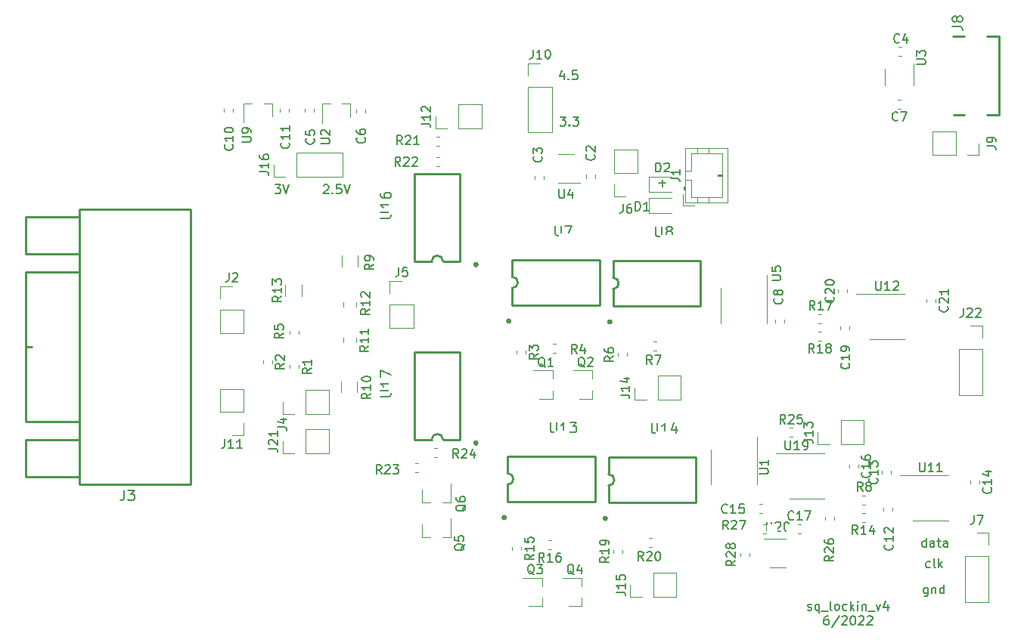
<source format=gto>
G04 #@! TF.GenerationSoftware,KiCad,Pcbnew,(5.1.5-0)*
G04 #@! TF.CreationDate,2022-06-02T10:47:19-06:00*
G04 #@! TF.ProjectId,sq_lockin_v4,73715f6c-6f63-46b6-996e-5f76342e6b69,rev?*
G04 #@! TF.SameCoordinates,Original*
G04 #@! TF.FileFunction,Legend,Top*
G04 #@! TF.FilePolarity,Positive*
%FSLAX46Y46*%
G04 Gerber Fmt 4.6, Leading zero omitted, Abs format (unit mm)*
G04 Created by KiCad (PCBNEW (5.1.5-0)) date 2022-06-02 10:47:19*
%MOMM*%
%LPD*%
G04 APERTURE LIST*
%ADD10C,0.150000*%
%ADD11C,0.120000*%
%ADD12C,0.254000*%
%ADD13C,0.152000*%
%ADD14R,1.162000X0.752000*%
%ADD15C,0.100000*%
%ADD16O,1.802000X1.802000*%
%ADD17R,1.802000X1.802000*%
%ADD18R,0.902000X1.002000*%
%ADD19C,5.102000*%
%ADD20C,1.677000*%
%ADD21R,1.677000X1.677000*%
%ADD22R,0.702000X0.552000*%
%ADD23R,1.002000X0.902000*%
%ADD24R,2.302000X1.702000*%
%ADD25R,1.702000X2.302000*%
%ADD26O,1.852000X1.302000*%
%ADD27R,0.752000X1.162000*%
%ADD28O,1.902000X1.202000*%
%ADD29R,1.602000X0.902000*%
%ADD30R,1.602000X0.862000*%
%ADD31R,1.602000X0.802000*%
G04 APERTURE END LIST*
D10*
X134271428Y-69347619D02*
X134319047Y-69300000D01*
X134414285Y-69252380D01*
X134652380Y-69252380D01*
X134747619Y-69300000D01*
X134795238Y-69347619D01*
X134842857Y-69442857D01*
X134842857Y-69538095D01*
X134795238Y-69680952D01*
X134223809Y-70252380D01*
X134842857Y-70252380D01*
X135271428Y-70157142D02*
X135319047Y-70204761D01*
X135271428Y-70252380D01*
X135223809Y-70204761D01*
X135271428Y-70157142D01*
X135271428Y-70252380D01*
X136223809Y-69252380D02*
X135747619Y-69252380D01*
X135700000Y-69728571D01*
X135747619Y-69680952D01*
X135842857Y-69633333D01*
X136080952Y-69633333D01*
X136176190Y-69680952D01*
X136223809Y-69728571D01*
X136271428Y-69823809D01*
X136271428Y-70061904D01*
X136223809Y-70157142D01*
X136176190Y-70204761D01*
X136080952Y-70252380D01*
X135842857Y-70252380D01*
X135747619Y-70204761D01*
X135700000Y-70157142D01*
X136557142Y-69252380D02*
X136890476Y-70252380D01*
X137223809Y-69252380D01*
X128838095Y-69252380D02*
X129457142Y-69252380D01*
X129123809Y-69633333D01*
X129266666Y-69633333D01*
X129361904Y-69680952D01*
X129409523Y-69728571D01*
X129457142Y-69823809D01*
X129457142Y-70061904D01*
X129409523Y-70157142D01*
X129361904Y-70204761D01*
X129266666Y-70252380D01*
X128980952Y-70252380D01*
X128885714Y-70204761D01*
X128838095Y-70157142D01*
X129742857Y-69252380D02*
X130076190Y-70252380D01*
X130409523Y-69252380D01*
X188476190Y-116879761D02*
X188571428Y-116927380D01*
X188761904Y-116927380D01*
X188857142Y-116879761D01*
X188904761Y-116784523D01*
X188904761Y-116736904D01*
X188857142Y-116641666D01*
X188761904Y-116594047D01*
X188619047Y-116594047D01*
X188523809Y-116546428D01*
X188476190Y-116451190D01*
X188476190Y-116403571D01*
X188523809Y-116308333D01*
X188619047Y-116260714D01*
X188761904Y-116260714D01*
X188857142Y-116308333D01*
X189761904Y-116260714D02*
X189761904Y-117260714D01*
X189761904Y-116879761D02*
X189666666Y-116927380D01*
X189476190Y-116927380D01*
X189380952Y-116879761D01*
X189333333Y-116832142D01*
X189285714Y-116736904D01*
X189285714Y-116451190D01*
X189333333Y-116355952D01*
X189380952Y-116308333D01*
X189476190Y-116260714D01*
X189666666Y-116260714D01*
X189761904Y-116308333D01*
X190000000Y-117022619D02*
X190761904Y-117022619D01*
X191142857Y-116927380D02*
X191047619Y-116879761D01*
X191000000Y-116784523D01*
X191000000Y-115927380D01*
X191666666Y-116927380D02*
X191571428Y-116879761D01*
X191523809Y-116832142D01*
X191476190Y-116736904D01*
X191476190Y-116451190D01*
X191523809Y-116355952D01*
X191571428Y-116308333D01*
X191666666Y-116260714D01*
X191809523Y-116260714D01*
X191904761Y-116308333D01*
X191952380Y-116355952D01*
X192000000Y-116451190D01*
X192000000Y-116736904D01*
X191952380Y-116832142D01*
X191904761Y-116879761D01*
X191809523Y-116927380D01*
X191666666Y-116927380D01*
X192857142Y-116879761D02*
X192761904Y-116927380D01*
X192571428Y-116927380D01*
X192476190Y-116879761D01*
X192428571Y-116832142D01*
X192380952Y-116736904D01*
X192380952Y-116451190D01*
X192428571Y-116355952D01*
X192476190Y-116308333D01*
X192571428Y-116260714D01*
X192761904Y-116260714D01*
X192857142Y-116308333D01*
X193285714Y-116927380D02*
X193285714Y-115927380D01*
X193380952Y-116546428D02*
X193666666Y-116927380D01*
X193666666Y-116260714D02*
X193285714Y-116641666D01*
X194095238Y-116927380D02*
X194095238Y-116260714D01*
X194095238Y-115927380D02*
X194047619Y-115975000D01*
X194095238Y-116022619D01*
X194142857Y-115975000D01*
X194095238Y-115927380D01*
X194095238Y-116022619D01*
X194571428Y-116260714D02*
X194571428Y-116927380D01*
X194571428Y-116355952D02*
X194619047Y-116308333D01*
X194714285Y-116260714D01*
X194857142Y-116260714D01*
X194952380Y-116308333D01*
X195000000Y-116403571D01*
X195000000Y-116927380D01*
X195238095Y-117022619D02*
X196000000Y-117022619D01*
X196142857Y-116260714D02*
X196380952Y-116927380D01*
X196619047Y-116260714D01*
X197428571Y-116260714D02*
X197428571Y-116927380D01*
X197190476Y-115879761D02*
X196952380Y-116594047D01*
X197571428Y-116594047D01*
X190761904Y-117577380D02*
X190571428Y-117577380D01*
X190476190Y-117625000D01*
X190428571Y-117672619D01*
X190333333Y-117815476D01*
X190285714Y-118005952D01*
X190285714Y-118386904D01*
X190333333Y-118482142D01*
X190380952Y-118529761D01*
X190476190Y-118577380D01*
X190666666Y-118577380D01*
X190761904Y-118529761D01*
X190809523Y-118482142D01*
X190857142Y-118386904D01*
X190857142Y-118148809D01*
X190809523Y-118053571D01*
X190761904Y-118005952D01*
X190666666Y-117958333D01*
X190476190Y-117958333D01*
X190380952Y-118005952D01*
X190333333Y-118053571D01*
X190285714Y-118148809D01*
X192000000Y-117529761D02*
X191142857Y-118815476D01*
X192285714Y-117672619D02*
X192333333Y-117625000D01*
X192428571Y-117577380D01*
X192666666Y-117577380D01*
X192761904Y-117625000D01*
X192809523Y-117672619D01*
X192857142Y-117767857D01*
X192857142Y-117863095D01*
X192809523Y-118005952D01*
X192238095Y-118577380D01*
X192857142Y-118577380D01*
X193476190Y-117577380D02*
X193571428Y-117577380D01*
X193666666Y-117625000D01*
X193714285Y-117672619D01*
X193761904Y-117767857D01*
X193809523Y-117958333D01*
X193809523Y-118196428D01*
X193761904Y-118386904D01*
X193714285Y-118482142D01*
X193666666Y-118529761D01*
X193571428Y-118577380D01*
X193476190Y-118577380D01*
X193380952Y-118529761D01*
X193333333Y-118482142D01*
X193285714Y-118386904D01*
X193238095Y-118196428D01*
X193238095Y-117958333D01*
X193285714Y-117767857D01*
X193333333Y-117672619D01*
X193380952Y-117625000D01*
X193476190Y-117577380D01*
X194190476Y-117672619D02*
X194238095Y-117625000D01*
X194333333Y-117577380D01*
X194571428Y-117577380D01*
X194666666Y-117625000D01*
X194714285Y-117672619D01*
X194761904Y-117767857D01*
X194761904Y-117863095D01*
X194714285Y-118005952D01*
X194142857Y-118577380D01*
X194761904Y-118577380D01*
X195142857Y-117672619D02*
X195190476Y-117625000D01*
X195285714Y-117577380D01*
X195523809Y-117577380D01*
X195619047Y-117625000D01*
X195666666Y-117672619D01*
X195714285Y-117767857D01*
X195714285Y-117863095D01*
X195666666Y-118005952D01*
X195095238Y-118577380D01*
X195714285Y-118577380D01*
X201723809Y-109852380D02*
X201723809Y-108852380D01*
X201723809Y-109804761D02*
X201628571Y-109852380D01*
X201438095Y-109852380D01*
X201342857Y-109804761D01*
X201295238Y-109757142D01*
X201247619Y-109661904D01*
X201247619Y-109376190D01*
X201295238Y-109280952D01*
X201342857Y-109233333D01*
X201438095Y-109185714D01*
X201628571Y-109185714D01*
X201723809Y-109233333D01*
X202628571Y-109852380D02*
X202628571Y-109328571D01*
X202580952Y-109233333D01*
X202485714Y-109185714D01*
X202295238Y-109185714D01*
X202200000Y-109233333D01*
X202628571Y-109804761D02*
X202533333Y-109852380D01*
X202295238Y-109852380D01*
X202200000Y-109804761D01*
X202152380Y-109709523D01*
X202152380Y-109614285D01*
X202200000Y-109519047D01*
X202295238Y-109471428D01*
X202533333Y-109471428D01*
X202628571Y-109423809D01*
X202961904Y-109185714D02*
X203342857Y-109185714D01*
X203104761Y-108852380D02*
X203104761Y-109709523D01*
X203152380Y-109804761D01*
X203247619Y-109852380D01*
X203342857Y-109852380D01*
X204104761Y-109852380D02*
X204104761Y-109328571D01*
X204057142Y-109233333D01*
X203961904Y-109185714D01*
X203771428Y-109185714D01*
X203676190Y-109233333D01*
X204104761Y-109804761D02*
X204009523Y-109852380D01*
X203771428Y-109852380D01*
X203676190Y-109804761D01*
X203628571Y-109709523D01*
X203628571Y-109614285D01*
X203676190Y-109519047D01*
X203771428Y-109471428D01*
X204009523Y-109471428D01*
X204104761Y-109423809D01*
X202171428Y-112104761D02*
X202076190Y-112152380D01*
X201885714Y-112152380D01*
X201790476Y-112104761D01*
X201742857Y-112057142D01*
X201695238Y-111961904D01*
X201695238Y-111676190D01*
X201742857Y-111580952D01*
X201790476Y-111533333D01*
X201885714Y-111485714D01*
X202076190Y-111485714D01*
X202171428Y-111533333D01*
X202742857Y-112152380D02*
X202647619Y-112104761D01*
X202600000Y-112009523D01*
X202600000Y-111152380D01*
X203123809Y-112152380D02*
X203123809Y-111152380D01*
X203219047Y-111771428D02*
X203504761Y-112152380D01*
X203504761Y-111485714D02*
X203123809Y-111866666D01*
X201909523Y-114385714D02*
X201909523Y-115195238D01*
X201861904Y-115290476D01*
X201814285Y-115338095D01*
X201719047Y-115385714D01*
X201576190Y-115385714D01*
X201480952Y-115338095D01*
X201909523Y-115004761D02*
X201814285Y-115052380D01*
X201623809Y-115052380D01*
X201528571Y-115004761D01*
X201480952Y-114957142D01*
X201433333Y-114861904D01*
X201433333Y-114576190D01*
X201480952Y-114480952D01*
X201528571Y-114433333D01*
X201623809Y-114385714D01*
X201814285Y-114385714D01*
X201909523Y-114433333D01*
X202385714Y-114385714D02*
X202385714Y-115052380D01*
X202385714Y-114480952D02*
X202433333Y-114433333D01*
X202528571Y-114385714D01*
X202671428Y-114385714D01*
X202766666Y-114433333D01*
X202814285Y-114528571D01*
X202814285Y-115052380D01*
X203719047Y-115052380D02*
X203719047Y-114052380D01*
X203719047Y-115004761D02*
X203623809Y-115052380D01*
X203433333Y-115052380D01*
X203338095Y-115004761D01*
X203290476Y-114957142D01*
X203242857Y-114861904D01*
X203242857Y-114576190D01*
X203290476Y-114480952D01*
X203338095Y-114433333D01*
X203433333Y-114385714D01*
X203623809Y-114385714D01*
X203719047Y-114433333D01*
X161176190Y-56785714D02*
X161176190Y-57452380D01*
X160938095Y-56404761D02*
X160700000Y-57119047D01*
X161319047Y-57119047D01*
X161700000Y-57357142D02*
X161747619Y-57404761D01*
X161700000Y-57452380D01*
X161652380Y-57404761D01*
X161700000Y-57357142D01*
X161700000Y-57452380D01*
X162652380Y-56452380D02*
X162176190Y-56452380D01*
X162128571Y-56928571D01*
X162176190Y-56880952D01*
X162271428Y-56833333D01*
X162509523Y-56833333D01*
X162604761Y-56880952D01*
X162652380Y-56928571D01*
X162700000Y-57023809D01*
X162700000Y-57261904D01*
X162652380Y-57357142D01*
X162604761Y-57404761D01*
X162509523Y-57452380D01*
X162271428Y-57452380D01*
X162176190Y-57404761D01*
X162128571Y-57357142D01*
X160752380Y-61652380D02*
X161371428Y-61652380D01*
X161038095Y-62033333D01*
X161180952Y-62033333D01*
X161276190Y-62080952D01*
X161323809Y-62128571D01*
X161371428Y-62223809D01*
X161371428Y-62461904D01*
X161323809Y-62557142D01*
X161276190Y-62604761D01*
X161180952Y-62652380D01*
X160895238Y-62652380D01*
X160800000Y-62604761D01*
X160752380Y-62557142D01*
X161800000Y-62557142D02*
X161847619Y-62604761D01*
X161800000Y-62652380D01*
X161752380Y-62604761D01*
X161800000Y-62557142D01*
X161800000Y-62652380D01*
X162180952Y-61652380D02*
X162800000Y-61652380D01*
X162466666Y-62033333D01*
X162609523Y-62033333D01*
X162704761Y-62080952D01*
X162752380Y-62128571D01*
X162800000Y-62223809D01*
X162800000Y-62461904D01*
X162752380Y-62557142D01*
X162704761Y-62604761D01*
X162609523Y-62652380D01*
X162323809Y-62652380D01*
X162228571Y-62604761D01*
X162180952Y-62557142D01*
X171819047Y-69071428D02*
X172580952Y-69071428D01*
X172200000Y-69452380D02*
X172200000Y-68690476D01*
D11*
X186000000Y-108890000D02*
X183550000Y-108890000D01*
X184200000Y-112110000D02*
X186000000Y-112110000D01*
X182760000Y-100900000D02*
X182760000Y-97450000D01*
X182760000Y-100900000D02*
X182760000Y-102850000D01*
X177640000Y-100900000D02*
X177640000Y-98950000D01*
X177640000Y-100900000D02*
X177640000Y-102850000D01*
X183860000Y-82800000D02*
X183860000Y-79350000D01*
X183860000Y-82800000D02*
X183860000Y-84750000D01*
X178740000Y-82800000D02*
X178740000Y-80850000D01*
X178740000Y-82800000D02*
X178740000Y-84750000D01*
X128670000Y-68330000D02*
X128670000Y-67000000D01*
X130000000Y-68330000D02*
X128670000Y-68330000D01*
X131270000Y-68330000D02*
X131270000Y-65670000D01*
X131270000Y-65670000D02*
X136410000Y-65670000D01*
X131270000Y-68330000D02*
X136410000Y-68330000D01*
X136410000Y-68330000D02*
X136410000Y-65670000D01*
X137250000Y-60190000D02*
X137250000Y-61650000D01*
X134090000Y-60190000D02*
X134090000Y-62350000D01*
X134090000Y-60190000D02*
X135020000Y-60190000D01*
X137250000Y-60190000D02*
X136320000Y-60190000D01*
X128480000Y-60140000D02*
X128480000Y-61600000D01*
X125320000Y-60140000D02*
X125320000Y-62300000D01*
X125320000Y-60140000D02*
X126250000Y-60140000D01*
X128480000Y-60140000D02*
X127550000Y-60140000D01*
X168570000Y-115430000D02*
X168570000Y-114100000D01*
X169900000Y-115430000D02*
X168570000Y-115430000D01*
X171170000Y-115430000D02*
X171170000Y-112770000D01*
X171170000Y-112770000D02*
X173770000Y-112770000D01*
X171170000Y-115430000D02*
X173770000Y-115430000D01*
X173770000Y-115430000D02*
X173770000Y-112770000D01*
X169070000Y-93330000D02*
X169070000Y-92000000D01*
X170400000Y-93330000D02*
X169070000Y-93330000D01*
X171670000Y-93330000D02*
X171670000Y-90670000D01*
X171670000Y-90670000D02*
X174270000Y-90670000D01*
X171670000Y-93330000D02*
X174270000Y-93330000D01*
X174270000Y-93330000D02*
X174270000Y-90670000D01*
X146770000Y-62930000D02*
X146770000Y-61600000D01*
X148100000Y-62930000D02*
X146770000Y-62930000D01*
X149370000Y-62930000D02*
X149370000Y-60270000D01*
X149370000Y-60270000D02*
X151970000Y-60270000D01*
X149370000Y-62930000D02*
X151970000Y-62930000D01*
X151970000Y-62930000D02*
X151970000Y-60270000D01*
X130410000Y-61071267D02*
X130410000Y-60728733D01*
X129390000Y-61071267D02*
X129390000Y-60728733D01*
X124110000Y-61071267D02*
X124110000Y-60728733D01*
X123090000Y-61071267D02*
X123090000Y-60728733D01*
D12*
X106900000Y-72830000D02*
X100900000Y-72830000D01*
X100900000Y-76970000D02*
X106900000Y-76970000D01*
X100900000Y-72860000D02*
X100900000Y-76970000D01*
X100900000Y-101970000D02*
X100900000Y-97860000D01*
X106900000Y-101970000D02*
X100900000Y-101970000D01*
X106900000Y-97830000D02*
X100900000Y-97830000D01*
X100900000Y-79020000D02*
X106900000Y-79020000D01*
X100900000Y-95770000D02*
X100900000Y-79020000D01*
X106900000Y-95770000D02*
X100900000Y-95770000D01*
X101620000Y-87395000D02*
X100920000Y-87395000D01*
X106900000Y-102800000D02*
X106900000Y-72000000D01*
X119400000Y-102800000D02*
X106900000Y-102800000D01*
X119400000Y-72000000D02*
X119400000Y-102800000D01*
X106900000Y-72000000D02*
X119400000Y-72000000D01*
D11*
X170700000Y-68350000D02*
X173250000Y-68350000D01*
X170700000Y-70050000D02*
X173250000Y-70050000D01*
X170700000Y-68350000D02*
X170700000Y-70050000D01*
X170700000Y-70750000D02*
X173250000Y-70750000D01*
X170700000Y-72450000D02*
X173250000Y-72450000D01*
X170700000Y-70750000D02*
X170700000Y-72450000D01*
X188400000Y-99340000D02*
X184950000Y-99340000D01*
X188400000Y-99340000D02*
X190350000Y-99340000D01*
X188400000Y-104460000D02*
X186450000Y-104460000D01*
X188400000Y-104460000D02*
X190350000Y-104460000D01*
X180890000Y-110528733D02*
X180890000Y-110871267D01*
X181910000Y-110528733D02*
X181910000Y-110871267D01*
X183771267Y-107290000D02*
X183428733Y-107290000D01*
X183771267Y-108310000D02*
X183428733Y-108310000D01*
X191410000Y-106771267D02*
X191410000Y-106428733D01*
X190390000Y-106771267D02*
X190390000Y-106428733D01*
X186428733Y-97510000D02*
X186771267Y-97510000D01*
X186428733Y-96490000D02*
X186771267Y-96490000D01*
X189570000Y-98330000D02*
X189570000Y-97000000D01*
X190900000Y-98330000D02*
X189570000Y-98330000D01*
X192170000Y-98330000D02*
X192170000Y-95670000D01*
X192170000Y-95670000D02*
X194770000Y-95670000D01*
X192170000Y-98330000D02*
X194770000Y-98330000D01*
X194770000Y-98330000D02*
X194770000Y-95670000D01*
X187353733Y-108310000D02*
X187696267Y-108310000D01*
X187353733Y-107290000D02*
X187696267Y-107290000D01*
X193090000Y-100628733D02*
X193090000Y-100971267D01*
X194110000Y-100628733D02*
X194110000Y-100971267D01*
X183028733Y-106010000D02*
X183371267Y-106010000D01*
X183028733Y-104990000D02*
X183371267Y-104990000D01*
X145320000Y-104860000D02*
X145320000Y-103400000D01*
X148480000Y-104860000D02*
X148480000Y-102700000D01*
X148480000Y-104860000D02*
X147550000Y-104860000D01*
X145320000Y-104860000D02*
X146250000Y-104860000D01*
X145320000Y-108760000D02*
X145320000Y-107300000D01*
X148480000Y-108760000D02*
X148480000Y-106600000D01*
X148480000Y-108760000D02*
X147550000Y-108760000D01*
X145320000Y-108760000D02*
X146250000Y-108760000D01*
X163160000Y-116450000D02*
X161700000Y-116450000D01*
X163160000Y-113290000D02*
X161000000Y-113290000D01*
X163160000Y-113290000D02*
X163160000Y-114220000D01*
X163160000Y-116450000D02*
X163160000Y-115520000D01*
X158710000Y-116450000D02*
X157250000Y-116450000D01*
X158710000Y-113290000D02*
X156550000Y-113290000D01*
X158710000Y-113290000D02*
X158710000Y-114220000D01*
X158710000Y-116450000D02*
X158710000Y-115520000D01*
X164360000Y-93230000D02*
X162900000Y-93230000D01*
X164360000Y-90070000D02*
X162200000Y-90070000D01*
X164360000Y-90070000D02*
X164360000Y-91000000D01*
X164360000Y-93230000D02*
X164360000Y-92300000D01*
X159910000Y-93230000D02*
X158450000Y-93230000D01*
X159910000Y-90070000D02*
X157750000Y-90070000D01*
X159910000Y-90070000D02*
X159910000Y-91000000D01*
X159910000Y-93230000D02*
X159910000Y-92300000D01*
X125330000Y-97330000D02*
X124000000Y-97330000D01*
X125330000Y-96000000D02*
X125330000Y-97330000D01*
X125330000Y-94730000D02*
X122670000Y-94730000D01*
X122670000Y-94730000D02*
X122670000Y-92130000D01*
X125330000Y-94730000D02*
X125330000Y-92130000D01*
X125330000Y-92130000D02*
X122670000Y-92130000D01*
X122670000Y-80670000D02*
X124000000Y-80670000D01*
X122670000Y-82000000D02*
X122670000Y-80670000D01*
X122670000Y-83270000D02*
X125330000Y-83270000D01*
X125330000Y-83270000D02*
X125330000Y-85870000D01*
X122670000Y-83270000D02*
X122670000Y-85870000D01*
X122670000Y-85870000D02*
X125330000Y-85870000D01*
D12*
X151498000Y-98207000D02*
G75*
G03X151498000Y-98207000I-180000J0D01*
G01*
X147635000Y-97826000D02*
G75*
G03X146365000Y-97826000I-635000J0D01*
G01*
X149540000Y-97826000D02*
X147635000Y-97826000D01*
X149540000Y-88047000D02*
X149540000Y-97826000D01*
X144460000Y-88047000D02*
X149540000Y-88047000D01*
X144460000Y-97826000D02*
X144460000Y-88047000D01*
X146365000Y-97826000D02*
X144460000Y-97826000D01*
X151498000Y-78207000D02*
G75*
G03X151498000Y-78207000I-180000J0D01*
G01*
X147635000Y-77826000D02*
G75*
G03X146365000Y-77826000I-635000J0D01*
G01*
X149540000Y-77826000D02*
X147635000Y-77826000D01*
X149540000Y-68047000D02*
X149540000Y-77826000D01*
X144460000Y-68047000D02*
X149540000Y-68047000D01*
X144460000Y-77826000D02*
X144460000Y-68047000D01*
X146365000Y-77826000D02*
X144460000Y-77826000D01*
D11*
X146971267Y-98790000D02*
X146628733Y-98790000D01*
X146971267Y-99810000D02*
X146628733Y-99810000D01*
X144528733Y-101510000D02*
X144871267Y-101510000D01*
X144528733Y-100490000D02*
X144871267Y-100490000D01*
X147271267Y-66190000D02*
X146928733Y-66190000D01*
X147271267Y-67210000D02*
X146928733Y-67210000D01*
X146928733Y-64910000D02*
X147271267Y-64910000D01*
X146928733Y-63890000D02*
X147271267Y-63890000D01*
D12*
X165973000Y-106643000D02*
G75*
G03X165973000Y-106643000I-180000J0D01*
G01*
X166174000Y-102960000D02*
G75*
G03X166174000Y-101690000I0J635000D01*
G01*
X166174000Y-104865000D02*
X166174000Y-102960000D01*
X175953000Y-104865000D02*
X166174000Y-104865000D01*
X175953000Y-99785000D02*
X175953000Y-104865000D01*
X166174000Y-99785000D02*
X175953000Y-99785000D01*
X166174000Y-101690000D02*
X166174000Y-99785000D01*
X154673000Y-106543000D02*
G75*
G03X154673000Y-106543000I-180000J0D01*
G01*
X154874000Y-102860000D02*
G75*
G03X154874000Y-101590000I0J635000D01*
G01*
X154874000Y-104765000D02*
X154874000Y-102860000D01*
X164653000Y-104765000D02*
X154874000Y-104765000D01*
X164653000Y-99685000D02*
X164653000Y-104765000D01*
X154874000Y-99685000D02*
X164653000Y-99685000D01*
X154874000Y-101590000D02*
X154874000Y-99685000D01*
X166473000Y-84618000D02*
G75*
G03X166473000Y-84618000I-180000J0D01*
G01*
X166674000Y-80935000D02*
G75*
G03X166674000Y-79665000I0J635000D01*
G01*
X166674000Y-82840000D02*
X166674000Y-80935000D01*
X176453000Y-82840000D02*
X166674000Y-82840000D01*
X176453000Y-77760000D02*
X176453000Y-82840000D01*
X166674000Y-77760000D02*
X176453000Y-77760000D01*
X166674000Y-79665000D02*
X166674000Y-77760000D01*
X155173000Y-84518000D02*
G75*
G03X155173000Y-84518000I-180000J0D01*
G01*
X155374000Y-80835000D02*
G75*
G03X155374000Y-79565000I0J635000D01*
G01*
X155374000Y-82740000D02*
X155374000Y-80835000D01*
X165153000Y-82740000D02*
X155374000Y-82740000D01*
X165153000Y-77660000D02*
X165153000Y-82740000D01*
X155374000Y-77660000D02*
X165153000Y-77660000D01*
X155374000Y-79565000D02*
X155374000Y-77660000D01*
D11*
X202225000Y-101790000D02*
X198775000Y-101790000D01*
X202225000Y-101790000D02*
X204175000Y-101790000D01*
X202225000Y-106910000D02*
X200275000Y-106910000D01*
X202225000Y-106910000D02*
X204175000Y-106910000D01*
X170653733Y-109835000D02*
X170996267Y-109835000D01*
X170653733Y-108815000D02*
X170996267Y-108815000D01*
X167710000Y-110496267D02*
X167710000Y-110153733D01*
X166690000Y-110496267D02*
X166690000Y-110153733D01*
X159771267Y-109115000D02*
X159428733Y-109115000D01*
X159771267Y-110135000D02*
X159428733Y-110135000D01*
X155390000Y-109853733D02*
X155390000Y-110196267D01*
X156410000Y-109853733D02*
X156410000Y-110196267D01*
X194871267Y-106020000D02*
X194528733Y-106020000D01*
X194871267Y-107040000D02*
X194528733Y-107040000D01*
X194871267Y-104120000D02*
X194528733Y-104120000D01*
X194871267Y-105140000D02*
X194528733Y-105140000D01*
X171153733Y-87810000D02*
X171496267Y-87810000D01*
X171153733Y-86790000D02*
X171496267Y-86790000D01*
X168210000Y-88471267D02*
X168210000Y-88128733D01*
X167190000Y-88471267D02*
X167190000Y-88128733D01*
X160271267Y-87090000D02*
X159928733Y-87090000D01*
X160271267Y-88110000D02*
X159928733Y-88110000D01*
X155890000Y-87828733D02*
X155890000Y-88171267D01*
X156910000Y-87828733D02*
X156910000Y-88171267D01*
X127490000Y-88953733D02*
X127490000Y-89296267D01*
X128510000Y-88953733D02*
X128510000Y-89296267D01*
X207400000Y-108270000D02*
X208730000Y-108270000D01*
X208730000Y-108270000D02*
X208730000Y-109600000D01*
X208730000Y-110870000D02*
X208730000Y-116010000D01*
X206070000Y-116010000D02*
X208730000Y-116010000D01*
X206070000Y-110870000D02*
X206070000Y-116010000D01*
X206070000Y-110870000D02*
X208730000Y-110870000D01*
X206665000Y-102383733D02*
X206665000Y-102726267D01*
X207685000Y-102383733D02*
X207685000Y-102726267D01*
X197785000Y-101676267D02*
X197785000Y-101333733D01*
X196765000Y-101676267D02*
X196765000Y-101333733D01*
X197985000Y-105776267D02*
X197985000Y-105433733D01*
X196965000Y-105776267D02*
X196965000Y-105433733D01*
X138910000Y-61171267D02*
X138910000Y-60828733D01*
X137890000Y-61171267D02*
X137890000Y-60828733D01*
X133210000Y-61071267D02*
X133210000Y-60728733D01*
X132190000Y-61071267D02*
X132190000Y-60728733D01*
X197350000Y-81460000D02*
X193900000Y-81460000D01*
X197350000Y-81460000D02*
X199300000Y-81460000D01*
X197350000Y-86580000D02*
X195400000Y-86580000D01*
X197350000Y-86580000D02*
X199300000Y-86580000D01*
X189996267Y-85690000D02*
X189653733Y-85690000D01*
X189996267Y-86710000D02*
X189653733Y-86710000D01*
X189996267Y-83790000D02*
X189653733Y-83790000D01*
X189996267Y-84810000D02*
X189653733Y-84810000D01*
X206700000Y-85070000D02*
X208030000Y-85070000D01*
X208030000Y-85070000D02*
X208030000Y-86400000D01*
X208030000Y-87670000D02*
X208030000Y-92810000D01*
X205370000Y-92810000D02*
X208030000Y-92810000D01*
X205370000Y-87670000D02*
X205370000Y-92810000D01*
X205370000Y-87670000D02*
X208030000Y-87670000D01*
X129670000Y-99330000D02*
X129670000Y-98000000D01*
X131000000Y-99330000D02*
X129670000Y-99330000D01*
X132270000Y-99330000D02*
X132270000Y-96670000D01*
X132270000Y-96670000D02*
X134870000Y-96670000D01*
X132270000Y-99330000D02*
X134870000Y-99330000D01*
X134870000Y-99330000D02*
X134870000Y-96670000D01*
X201790000Y-82053733D02*
X201790000Y-82396267D01*
X202810000Y-82053733D02*
X202810000Y-82396267D01*
X192910000Y-81346267D02*
X192910000Y-81003733D01*
X191890000Y-81346267D02*
X191890000Y-81003733D01*
X193110000Y-85446267D02*
X193110000Y-85103733D01*
X192090000Y-85446267D02*
X192090000Y-85103733D01*
X185810000Y-84671267D02*
X185810000Y-84328733D01*
X184790000Y-84671267D02*
X184790000Y-84328733D01*
X136490000Y-86413748D02*
X136490000Y-86936252D01*
X137910000Y-86413748D02*
X137910000Y-86936252D01*
X131510000Y-85971267D02*
X131510000Y-85628733D01*
X130490000Y-85971267D02*
X130490000Y-85628733D01*
X168100000Y-70530000D02*
X166770000Y-70530000D01*
X166770000Y-70530000D02*
X166770000Y-69200000D01*
X166770000Y-67930000D02*
X166770000Y-65330000D01*
X169430000Y-65330000D02*
X166770000Y-65330000D01*
X169430000Y-67930000D02*
X169430000Y-65330000D01*
X169430000Y-67930000D02*
X166770000Y-67930000D01*
X174490000Y-71560000D02*
X175740000Y-71560000D01*
X174490000Y-70310000D02*
X174490000Y-71560000D01*
X178900000Y-68200000D02*
X178400000Y-68200000D01*
X178400000Y-68100000D02*
X178900000Y-68100000D01*
X178400000Y-68300000D02*
X178400000Y-68100000D01*
X178900000Y-68300000D02*
X178400000Y-68300000D01*
X177400000Y-65140000D02*
X177400000Y-65750000D01*
X176100000Y-65140000D02*
X176100000Y-65750000D01*
X177400000Y-71260000D02*
X177400000Y-70650000D01*
X176100000Y-71260000D02*
X176100000Y-70650000D01*
X175400000Y-67700000D02*
X174790000Y-67700000D01*
X175400000Y-65750000D02*
X175400000Y-67700000D01*
X178900000Y-65750000D02*
X175400000Y-65750000D01*
X178900000Y-70650000D02*
X178900000Y-65750000D01*
X175400000Y-70650000D02*
X178900000Y-70650000D01*
X175400000Y-68700000D02*
X175400000Y-70650000D01*
X174790000Y-68700000D02*
X175400000Y-68700000D01*
X174690000Y-69500000D02*
X174690000Y-69800000D01*
X174590000Y-69800000D02*
X174790000Y-69800000D01*
X174590000Y-69500000D02*
X174590000Y-69800000D01*
X174790000Y-69500000D02*
X174590000Y-69500000D01*
X174790000Y-65140000D02*
X174790000Y-71260000D01*
X179510000Y-65140000D02*
X174790000Y-65140000D01*
X179510000Y-71260000D02*
X179510000Y-65140000D01*
X174790000Y-71260000D02*
X179510000Y-71260000D01*
X200310000Y-58100000D02*
X200310000Y-55650000D01*
X197090000Y-56300000D02*
X197090000Y-58100000D01*
X157170000Y-55670000D02*
X158500000Y-55670000D01*
X157170000Y-57000000D02*
X157170000Y-55670000D01*
X157170000Y-58270000D02*
X159830000Y-58270000D01*
X159830000Y-58270000D02*
X159830000Y-63410000D01*
X157170000Y-58270000D02*
X157170000Y-63410000D01*
X157170000Y-63410000D02*
X159830000Y-63410000D01*
X207630000Y-64600000D02*
X207630000Y-65930000D01*
X207630000Y-65930000D02*
X206300000Y-65930000D01*
X205030000Y-65930000D02*
X202430000Y-65930000D01*
X202430000Y-63270000D02*
X202430000Y-65930000D01*
X205030000Y-63270000D02*
X202430000Y-63270000D01*
X205030000Y-63270000D02*
X205030000Y-65930000D01*
D12*
X204737000Y-52600000D02*
X205977000Y-52600000D01*
X204785000Y-61400000D02*
X206025000Y-61400000D01*
X209876000Y-52591000D02*
X208525000Y-52591000D01*
X209875000Y-61400000D02*
X208495000Y-61400000D01*
X209875000Y-61410000D02*
X209875000Y-52590000D01*
D11*
X198871267Y-59690000D02*
X198528733Y-59690000D01*
X198871267Y-60710000D02*
X198528733Y-60710000D01*
X198971267Y-53790000D02*
X198628733Y-53790000D01*
X198971267Y-54810000D02*
X198628733Y-54810000D01*
X141670000Y-80070000D02*
X143000000Y-80070000D01*
X141670000Y-81400000D02*
X141670000Y-80070000D01*
X141670000Y-82670000D02*
X144330000Y-82670000D01*
X144330000Y-82670000D02*
X144330000Y-85270000D01*
X141670000Y-82670000D02*
X141670000Y-85270000D01*
X141670000Y-85270000D02*
X144330000Y-85270000D01*
X129670000Y-94930000D02*
X129670000Y-93600000D01*
X131000000Y-94930000D02*
X129670000Y-94930000D01*
X132270000Y-94930000D02*
X132270000Y-92270000D01*
X132270000Y-92270000D02*
X134870000Y-92270000D01*
X132270000Y-94930000D02*
X134870000Y-94930000D01*
X134870000Y-94930000D02*
X134870000Y-92270000D01*
X130490000Y-89453733D02*
X130490000Y-89796267D01*
X131510000Y-89453733D02*
X131510000Y-89796267D01*
X136465000Y-82438748D02*
X136465000Y-82961252D01*
X137885000Y-82438748D02*
X137885000Y-82961252D01*
X160500000Y-69010000D02*
X162950000Y-69010000D01*
X162300000Y-65790000D02*
X160500000Y-65790000D01*
X131810000Y-81714564D02*
X131810000Y-80510436D01*
X129990000Y-81714564D02*
X129990000Y-80510436D01*
X138010000Y-92514564D02*
X138010000Y-91310436D01*
X136190000Y-92514564D02*
X136190000Y-91310436D01*
X138110000Y-78414564D02*
X138110000Y-77210436D01*
X136290000Y-78414564D02*
X136290000Y-77210436D01*
X158910000Y-68596267D02*
X158910000Y-68253733D01*
X157890000Y-68596267D02*
X157890000Y-68253733D01*
X164710000Y-68496267D02*
X164710000Y-68153733D01*
X163690000Y-68496267D02*
X163690000Y-68153733D01*
D10*
X183861904Y-107052380D02*
X183861904Y-107861904D01*
X183909523Y-107957142D01*
X183957142Y-108004761D01*
X184052380Y-108052380D01*
X184242857Y-108052380D01*
X184338095Y-108004761D01*
X184385714Y-107957142D01*
X184433333Y-107861904D01*
X184433333Y-107052380D01*
X184861904Y-107147619D02*
X184909523Y-107100000D01*
X185004761Y-107052380D01*
X185242857Y-107052380D01*
X185338095Y-107100000D01*
X185385714Y-107147619D01*
X185433333Y-107242857D01*
X185433333Y-107338095D01*
X185385714Y-107480952D01*
X184814285Y-108052380D01*
X185433333Y-108052380D01*
X186052380Y-107052380D02*
X186147619Y-107052380D01*
X186242857Y-107100000D01*
X186290476Y-107147619D01*
X186338095Y-107242857D01*
X186385714Y-107433333D01*
X186385714Y-107671428D01*
X186338095Y-107861904D01*
X186290476Y-107957142D01*
X186242857Y-108004761D01*
X186147619Y-108052380D01*
X186052380Y-108052380D01*
X185957142Y-108004761D01*
X185909523Y-107957142D01*
X185861904Y-107861904D01*
X185814285Y-107671428D01*
X185814285Y-107433333D01*
X185861904Y-107242857D01*
X185909523Y-107147619D01*
X185957142Y-107100000D01*
X186052380Y-107052380D01*
X183052380Y-101661904D02*
X183861904Y-101661904D01*
X183957142Y-101614285D01*
X184004761Y-101566666D01*
X184052380Y-101471428D01*
X184052380Y-101280952D01*
X184004761Y-101185714D01*
X183957142Y-101138095D01*
X183861904Y-101090476D01*
X183052380Y-101090476D01*
X184052380Y-100090476D02*
X184052380Y-100661904D01*
X184052380Y-100376190D02*
X183052380Y-100376190D01*
X183195238Y-100471428D01*
X183290476Y-100566666D01*
X183338095Y-100661904D01*
X184452380Y-79961904D02*
X185261904Y-79961904D01*
X185357142Y-79914285D01*
X185404761Y-79866666D01*
X185452380Y-79771428D01*
X185452380Y-79580952D01*
X185404761Y-79485714D01*
X185357142Y-79438095D01*
X185261904Y-79390476D01*
X184452380Y-79390476D01*
X184452380Y-78438095D02*
X184452380Y-78914285D01*
X184928571Y-78961904D01*
X184880952Y-78914285D01*
X184833333Y-78819047D01*
X184833333Y-78580952D01*
X184880952Y-78485714D01*
X184928571Y-78438095D01*
X185023809Y-78390476D01*
X185261904Y-78390476D01*
X185357142Y-78438095D01*
X185404761Y-78485714D01*
X185452380Y-78580952D01*
X185452380Y-78819047D01*
X185404761Y-78914285D01*
X185357142Y-78961904D01*
X127122380Y-67809523D02*
X127836666Y-67809523D01*
X127979523Y-67857142D01*
X128074761Y-67952380D01*
X128122380Y-68095238D01*
X128122380Y-68190476D01*
X128122380Y-66809523D02*
X128122380Y-67380952D01*
X128122380Y-67095238D02*
X127122380Y-67095238D01*
X127265238Y-67190476D01*
X127360476Y-67285714D01*
X127408095Y-67380952D01*
X127122380Y-65952380D02*
X127122380Y-66142857D01*
X127170000Y-66238095D01*
X127217619Y-66285714D01*
X127360476Y-66380952D01*
X127550952Y-66428571D01*
X127931904Y-66428571D01*
X128027142Y-66380952D01*
X128074761Y-66333333D01*
X128122380Y-66238095D01*
X128122380Y-66047619D01*
X128074761Y-65952380D01*
X128027142Y-65904761D01*
X127931904Y-65857142D01*
X127693809Y-65857142D01*
X127598571Y-65904761D01*
X127550952Y-65952380D01*
X127503333Y-66047619D01*
X127503333Y-66238095D01*
X127550952Y-66333333D01*
X127598571Y-66380952D01*
X127693809Y-66428571D01*
X133952380Y-64661904D02*
X134761904Y-64661904D01*
X134857142Y-64614285D01*
X134904761Y-64566666D01*
X134952380Y-64471428D01*
X134952380Y-64280952D01*
X134904761Y-64185714D01*
X134857142Y-64138095D01*
X134761904Y-64090476D01*
X133952380Y-64090476D01*
X134047619Y-63661904D02*
X134000000Y-63614285D01*
X133952380Y-63519047D01*
X133952380Y-63280952D01*
X134000000Y-63185714D01*
X134047619Y-63138095D01*
X134142857Y-63090476D01*
X134238095Y-63090476D01*
X134380952Y-63138095D01*
X134952380Y-63709523D01*
X134952380Y-63090476D01*
X125152380Y-64461904D02*
X125961904Y-64461904D01*
X126057142Y-64414285D01*
X126104761Y-64366666D01*
X126152380Y-64271428D01*
X126152380Y-64080952D01*
X126104761Y-63985714D01*
X126057142Y-63938095D01*
X125961904Y-63890476D01*
X125152380Y-63890476D01*
X126152380Y-63366666D02*
X126152380Y-63176190D01*
X126104761Y-63080952D01*
X126057142Y-63033333D01*
X125914285Y-62938095D01*
X125723809Y-62890476D01*
X125342857Y-62890476D01*
X125247619Y-62938095D01*
X125200000Y-62985714D01*
X125152380Y-63080952D01*
X125152380Y-63271428D01*
X125200000Y-63366666D01*
X125247619Y-63414285D01*
X125342857Y-63461904D01*
X125580952Y-63461904D01*
X125676190Y-63414285D01*
X125723809Y-63366666D01*
X125771428Y-63271428D01*
X125771428Y-63080952D01*
X125723809Y-62985714D01*
X125676190Y-62938095D01*
X125580952Y-62890476D01*
X167022380Y-114909523D02*
X167736666Y-114909523D01*
X167879523Y-114957142D01*
X167974761Y-115052380D01*
X168022380Y-115195238D01*
X168022380Y-115290476D01*
X168022380Y-113909523D02*
X168022380Y-114480952D01*
X168022380Y-114195238D02*
X167022380Y-114195238D01*
X167165238Y-114290476D01*
X167260476Y-114385714D01*
X167308095Y-114480952D01*
X167022380Y-113004761D02*
X167022380Y-113480952D01*
X167498571Y-113528571D01*
X167450952Y-113480952D01*
X167403333Y-113385714D01*
X167403333Y-113147619D01*
X167450952Y-113052380D01*
X167498571Y-113004761D01*
X167593809Y-112957142D01*
X167831904Y-112957142D01*
X167927142Y-113004761D01*
X167974761Y-113052380D01*
X168022380Y-113147619D01*
X168022380Y-113385714D01*
X167974761Y-113480952D01*
X167927142Y-113528571D01*
X167522380Y-92809523D02*
X168236666Y-92809523D01*
X168379523Y-92857142D01*
X168474761Y-92952380D01*
X168522380Y-93095238D01*
X168522380Y-93190476D01*
X168522380Y-91809523D02*
X168522380Y-92380952D01*
X168522380Y-92095238D02*
X167522380Y-92095238D01*
X167665238Y-92190476D01*
X167760476Y-92285714D01*
X167808095Y-92380952D01*
X167855714Y-90952380D02*
X168522380Y-90952380D01*
X167474761Y-91190476D02*
X168189047Y-91428571D01*
X168189047Y-90809523D01*
X145222380Y-62409523D02*
X145936666Y-62409523D01*
X146079523Y-62457142D01*
X146174761Y-62552380D01*
X146222380Y-62695238D01*
X146222380Y-62790476D01*
X146222380Y-61409523D02*
X146222380Y-61980952D01*
X146222380Y-61695238D02*
X145222380Y-61695238D01*
X145365238Y-61790476D01*
X145460476Y-61885714D01*
X145508095Y-61980952D01*
X145317619Y-61028571D02*
X145270000Y-60980952D01*
X145222380Y-60885714D01*
X145222380Y-60647619D01*
X145270000Y-60552380D01*
X145317619Y-60504761D01*
X145412857Y-60457142D01*
X145508095Y-60457142D01*
X145650952Y-60504761D01*
X146222380Y-61076190D01*
X146222380Y-60457142D01*
X130357142Y-64542857D02*
X130404761Y-64590476D01*
X130452380Y-64733333D01*
X130452380Y-64828571D01*
X130404761Y-64971428D01*
X130309523Y-65066666D01*
X130214285Y-65114285D01*
X130023809Y-65161904D01*
X129880952Y-65161904D01*
X129690476Y-65114285D01*
X129595238Y-65066666D01*
X129500000Y-64971428D01*
X129452380Y-64828571D01*
X129452380Y-64733333D01*
X129500000Y-64590476D01*
X129547619Y-64542857D01*
X130452380Y-63590476D02*
X130452380Y-64161904D01*
X130452380Y-63876190D02*
X129452380Y-63876190D01*
X129595238Y-63971428D01*
X129690476Y-64066666D01*
X129738095Y-64161904D01*
X130452380Y-62638095D02*
X130452380Y-63209523D01*
X130452380Y-62923809D02*
X129452380Y-62923809D01*
X129595238Y-63019047D01*
X129690476Y-63114285D01*
X129738095Y-63209523D01*
X124057142Y-64742857D02*
X124104761Y-64790476D01*
X124152380Y-64933333D01*
X124152380Y-65028571D01*
X124104761Y-65171428D01*
X124009523Y-65266666D01*
X123914285Y-65314285D01*
X123723809Y-65361904D01*
X123580952Y-65361904D01*
X123390476Y-65314285D01*
X123295238Y-65266666D01*
X123200000Y-65171428D01*
X123152380Y-65028571D01*
X123152380Y-64933333D01*
X123200000Y-64790476D01*
X123247619Y-64742857D01*
X124152380Y-63790476D02*
X124152380Y-64361904D01*
X124152380Y-64076190D02*
X123152380Y-64076190D01*
X123295238Y-64171428D01*
X123390476Y-64266666D01*
X123438095Y-64361904D01*
X123152380Y-63171428D02*
X123152380Y-63076190D01*
X123200000Y-62980952D01*
X123247619Y-62933333D01*
X123342857Y-62885714D01*
X123533333Y-62838095D01*
X123771428Y-62838095D01*
X123961904Y-62885714D01*
X124057142Y-62933333D01*
X124104761Y-62980952D01*
X124152380Y-63076190D01*
X124152380Y-63171428D01*
X124104761Y-63266666D01*
X124057142Y-63314285D01*
X123961904Y-63361904D01*
X123771428Y-63409523D01*
X123533333Y-63409523D01*
X123342857Y-63361904D01*
X123247619Y-63314285D01*
X123200000Y-63266666D01*
X123152380Y-63171428D01*
D13*
X111940485Y-103474071D02*
X111940485Y-104290500D01*
X111886057Y-104453785D01*
X111777200Y-104562642D01*
X111613914Y-104617071D01*
X111505057Y-104617071D01*
X112375914Y-103474071D02*
X113083485Y-103474071D01*
X112702485Y-103909500D01*
X112865771Y-103909500D01*
X112974628Y-103963928D01*
X113029057Y-104018357D01*
X113083485Y-104127214D01*
X113083485Y-104399357D01*
X113029057Y-104508214D01*
X112974628Y-104562642D01*
X112865771Y-104617071D01*
X112539200Y-104617071D01*
X112430342Y-104562642D01*
X112375914Y-104508214D01*
D10*
X171461904Y-67802380D02*
X171461904Y-66802380D01*
X171700000Y-66802380D01*
X171842857Y-66850000D01*
X171938095Y-66945238D01*
X171985714Y-67040476D01*
X172033333Y-67230952D01*
X172033333Y-67373809D01*
X171985714Y-67564285D01*
X171938095Y-67659523D01*
X171842857Y-67754761D01*
X171700000Y-67802380D01*
X171461904Y-67802380D01*
X172414285Y-66897619D02*
X172461904Y-66850000D01*
X172557142Y-66802380D01*
X172795238Y-66802380D01*
X172890476Y-66850000D01*
X172938095Y-66897619D01*
X172985714Y-66992857D01*
X172985714Y-67088095D01*
X172938095Y-67230952D01*
X172366666Y-67802380D01*
X172985714Y-67802380D01*
X169161904Y-72152380D02*
X169161904Y-71152380D01*
X169400000Y-71152380D01*
X169542857Y-71200000D01*
X169638095Y-71295238D01*
X169685714Y-71390476D01*
X169733333Y-71580952D01*
X169733333Y-71723809D01*
X169685714Y-71914285D01*
X169638095Y-72009523D01*
X169542857Y-72104761D01*
X169400000Y-72152380D01*
X169161904Y-72152380D01*
X170685714Y-72152380D02*
X170114285Y-72152380D01*
X170400000Y-72152380D02*
X170400000Y-71152380D01*
X170304761Y-71295238D01*
X170209523Y-71390476D01*
X170114285Y-71438095D01*
X185961904Y-97952380D02*
X185961904Y-98761904D01*
X186009523Y-98857142D01*
X186057142Y-98904761D01*
X186152380Y-98952380D01*
X186342857Y-98952380D01*
X186438095Y-98904761D01*
X186485714Y-98857142D01*
X186533333Y-98761904D01*
X186533333Y-97952380D01*
X187533333Y-98952380D02*
X186961904Y-98952380D01*
X187247619Y-98952380D02*
X187247619Y-97952380D01*
X187152380Y-98095238D01*
X187057142Y-98190476D01*
X186961904Y-98238095D01*
X188009523Y-98952380D02*
X188200000Y-98952380D01*
X188295238Y-98904761D01*
X188342857Y-98857142D01*
X188438095Y-98714285D01*
X188485714Y-98523809D01*
X188485714Y-98142857D01*
X188438095Y-98047619D01*
X188390476Y-98000000D01*
X188295238Y-97952380D01*
X188104761Y-97952380D01*
X188009523Y-98000000D01*
X187961904Y-98047619D01*
X187914285Y-98142857D01*
X187914285Y-98380952D01*
X187961904Y-98476190D01*
X188009523Y-98523809D01*
X188104761Y-98571428D01*
X188295238Y-98571428D01*
X188390476Y-98523809D01*
X188438095Y-98476190D01*
X188485714Y-98380952D01*
X180352380Y-111342857D02*
X179876190Y-111676190D01*
X180352380Y-111914285D02*
X179352380Y-111914285D01*
X179352380Y-111533333D01*
X179400000Y-111438095D01*
X179447619Y-111390476D01*
X179542857Y-111342857D01*
X179685714Y-111342857D01*
X179780952Y-111390476D01*
X179828571Y-111438095D01*
X179876190Y-111533333D01*
X179876190Y-111914285D01*
X179447619Y-110961904D02*
X179400000Y-110914285D01*
X179352380Y-110819047D01*
X179352380Y-110580952D01*
X179400000Y-110485714D01*
X179447619Y-110438095D01*
X179542857Y-110390476D01*
X179638095Y-110390476D01*
X179780952Y-110438095D01*
X180352380Y-111009523D01*
X180352380Y-110390476D01*
X179780952Y-109819047D02*
X179733333Y-109914285D01*
X179685714Y-109961904D01*
X179590476Y-110009523D01*
X179542857Y-110009523D01*
X179447619Y-109961904D01*
X179400000Y-109914285D01*
X179352380Y-109819047D01*
X179352380Y-109628571D01*
X179400000Y-109533333D01*
X179447619Y-109485714D01*
X179542857Y-109438095D01*
X179590476Y-109438095D01*
X179685714Y-109485714D01*
X179733333Y-109533333D01*
X179780952Y-109628571D01*
X179780952Y-109819047D01*
X179828571Y-109914285D01*
X179876190Y-109961904D01*
X179971428Y-110009523D01*
X180161904Y-110009523D01*
X180257142Y-109961904D01*
X180304761Y-109914285D01*
X180352380Y-109819047D01*
X180352380Y-109628571D01*
X180304761Y-109533333D01*
X180257142Y-109485714D01*
X180161904Y-109438095D01*
X179971428Y-109438095D01*
X179876190Y-109485714D01*
X179828571Y-109533333D01*
X179780952Y-109628571D01*
X179557142Y-107852380D02*
X179223809Y-107376190D01*
X178985714Y-107852380D02*
X178985714Y-106852380D01*
X179366666Y-106852380D01*
X179461904Y-106900000D01*
X179509523Y-106947619D01*
X179557142Y-107042857D01*
X179557142Y-107185714D01*
X179509523Y-107280952D01*
X179461904Y-107328571D01*
X179366666Y-107376190D01*
X178985714Y-107376190D01*
X179938095Y-106947619D02*
X179985714Y-106900000D01*
X180080952Y-106852380D01*
X180319047Y-106852380D01*
X180414285Y-106900000D01*
X180461904Y-106947619D01*
X180509523Y-107042857D01*
X180509523Y-107138095D01*
X180461904Y-107280952D01*
X179890476Y-107852380D01*
X180509523Y-107852380D01*
X180842857Y-106852380D02*
X181509523Y-106852380D01*
X181080952Y-107852380D01*
X191352380Y-110842857D02*
X190876190Y-111176190D01*
X191352380Y-111414285D02*
X190352380Y-111414285D01*
X190352380Y-111033333D01*
X190400000Y-110938095D01*
X190447619Y-110890476D01*
X190542857Y-110842857D01*
X190685714Y-110842857D01*
X190780952Y-110890476D01*
X190828571Y-110938095D01*
X190876190Y-111033333D01*
X190876190Y-111414285D01*
X190447619Y-110461904D02*
X190400000Y-110414285D01*
X190352380Y-110319047D01*
X190352380Y-110080952D01*
X190400000Y-109985714D01*
X190447619Y-109938095D01*
X190542857Y-109890476D01*
X190638095Y-109890476D01*
X190780952Y-109938095D01*
X191352380Y-110509523D01*
X191352380Y-109890476D01*
X190352380Y-109033333D02*
X190352380Y-109223809D01*
X190400000Y-109319047D01*
X190447619Y-109366666D01*
X190590476Y-109461904D01*
X190780952Y-109509523D01*
X191161904Y-109509523D01*
X191257142Y-109461904D01*
X191304761Y-109414285D01*
X191352380Y-109319047D01*
X191352380Y-109128571D01*
X191304761Y-109033333D01*
X191257142Y-108985714D01*
X191161904Y-108938095D01*
X190923809Y-108938095D01*
X190828571Y-108985714D01*
X190780952Y-109033333D01*
X190733333Y-109128571D01*
X190733333Y-109319047D01*
X190780952Y-109414285D01*
X190828571Y-109461904D01*
X190923809Y-109509523D01*
X185957142Y-96022380D02*
X185623809Y-95546190D01*
X185385714Y-96022380D02*
X185385714Y-95022380D01*
X185766666Y-95022380D01*
X185861904Y-95070000D01*
X185909523Y-95117619D01*
X185957142Y-95212857D01*
X185957142Y-95355714D01*
X185909523Y-95450952D01*
X185861904Y-95498571D01*
X185766666Y-95546190D01*
X185385714Y-95546190D01*
X186338095Y-95117619D02*
X186385714Y-95070000D01*
X186480952Y-95022380D01*
X186719047Y-95022380D01*
X186814285Y-95070000D01*
X186861904Y-95117619D01*
X186909523Y-95212857D01*
X186909523Y-95308095D01*
X186861904Y-95450952D01*
X186290476Y-96022380D01*
X186909523Y-96022380D01*
X187814285Y-95022380D02*
X187338095Y-95022380D01*
X187290476Y-95498571D01*
X187338095Y-95450952D01*
X187433333Y-95403333D01*
X187671428Y-95403333D01*
X187766666Y-95450952D01*
X187814285Y-95498571D01*
X187861904Y-95593809D01*
X187861904Y-95831904D01*
X187814285Y-95927142D01*
X187766666Y-95974761D01*
X187671428Y-96022380D01*
X187433333Y-96022380D01*
X187338095Y-95974761D01*
X187290476Y-95927142D01*
X188022380Y-97809523D02*
X188736666Y-97809523D01*
X188879523Y-97857142D01*
X188974761Y-97952380D01*
X189022380Y-98095238D01*
X189022380Y-98190476D01*
X189022380Y-96809523D02*
X189022380Y-97380952D01*
X189022380Y-97095238D02*
X188022380Y-97095238D01*
X188165238Y-97190476D01*
X188260476Y-97285714D01*
X188308095Y-97380952D01*
X188022380Y-96476190D02*
X188022380Y-95857142D01*
X188403333Y-96190476D01*
X188403333Y-96047619D01*
X188450952Y-95952380D01*
X188498571Y-95904761D01*
X188593809Y-95857142D01*
X188831904Y-95857142D01*
X188927142Y-95904761D01*
X188974761Y-95952380D01*
X189022380Y-96047619D01*
X189022380Y-96333333D01*
X188974761Y-96428571D01*
X188927142Y-96476190D01*
X186882142Y-106727142D02*
X186834523Y-106774761D01*
X186691666Y-106822380D01*
X186596428Y-106822380D01*
X186453571Y-106774761D01*
X186358333Y-106679523D01*
X186310714Y-106584285D01*
X186263095Y-106393809D01*
X186263095Y-106250952D01*
X186310714Y-106060476D01*
X186358333Y-105965238D01*
X186453571Y-105870000D01*
X186596428Y-105822380D01*
X186691666Y-105822380D01*
X186834523Y-105870000D01*
X186882142Y-105917619D01*
X187834523Y-106822380D02*
X187263095Y-106822380D01*
X187548809Y-106822380D02*
X187548809Y-105822380D01*
X187453571Y-105965238D01*
X187358333Y-106060476D01*
X187263095Y-106108095D01*
X188167857Y-105822380D02*
X188834523Y-105822380D01*
X188405952Y-106822380D01*
X195387142Y-101442857D02*
X195434761Y-101490476D01*
X195482380Y-101633333D01*
X195482380Y-101728571D01*
X195434761Y-101871428D01*
X195339523Y-101966666D01*
X195244285Y-102014285D01*
X195053809Y-102061904D01*
X194910952Y-102061904D01*
X194720476Y-102014285D01*
X194625238Y-101966666D01*
X194530000Y-101871428D01*
X194482380Y-101728571D01*
X194482380Y-101633333D01*
X194530000Y-101490476D01*
X194577619Y-101442857D01*
X195482380Y-100490476D02*
X195482380Y-101061904D01*
X195482380Y-100776190D02*
X194482380Y-100776190D01*
X194625238Y-100871428D01*
X194720476Y-100966666D01*
X194768095Y-101061904D01*
X194482380Y-99633333D02*
X194482380Y-99823809D01*
X194530000Y-99919047D01*
X194577619Y-99966666D01*
X194720476Y-100061904D01*
X194910952Y-100109523D01*
X195291904Y-100109523D01*
X195387142Y-100061904D01*
X195434761Y-100014285D01*
X195482380Y-99919047D01*
X195482380Y-99728571D01*
X195434761Y-99633333D01*
X195387142Y-99585714D01*
X195291904Y-99538095D01*
X195053809Y-99538095D01*
X194958571Y-99585714D01*
X194910952Y-99633333D01*
X194863333Y-99728571D01*
X194863333Y-99919047D01*
X194910952Y-100014285D01*
X194958571Y-100061904D01*
X195053809Y-100109523D01*
X179457142Y-105957142D02*
X179409523Y-106004761D01*
X179266666Y-106052380D01*
X179171428Y-106052380D01*
X179028571Y-106004761D01*
X178933333Y-105909523D01*
X178885714Y-105814285D01*
X178838095Y-105623809D01*
X178838095Y-105480952D01*
X178885714Y-105290476D01*
X178933333Y-105195238D01*
X179028571Y-105100000D01*
X179171428Y-105052380D01*
X179266666Y-105052380D01*
X179409523Y-105100000D01*
X179457142Y-105147619D01*
X180409523Y-106052380D02*
X179838095Y-106052380D01*
X180123809Y-106052380D02*
X180123809Y-105052380D01*
X180028571Y-105195238D01*
X179933333Y-105290476D01*
X179838095Y-105338095D01*
X181314285Y-105052380D02*
X180838095Y-105052380D01*
X180790476Y-105528571D01*
X180838095Y-105480952D01*
X180933333Y-105433333D01*
X181171428Y-105433333D01*
X181266666Y-105480952D01*
X181314285Y-105528571D01*
X181361904Y-105623809D01*
X181361904Y-105861904D01*
X181314285Y-105957142D01*
X181266666Y-106004761D01*
X181171428Y-106052380D01*
X180933333Y-106052380D01*
X180838095Y-106004761D01*
X180790476Y-105957142D01*
X150197619Y-105115238D02*
X150150000Y-105210476D01*
X150054761Y-105305714D01*
X149911904Y-105448571D01*
X149864285Y-105543809D01*
X149864285Y-105639047D01*
X150102380Y-105591428D02*
X150054761Y-105686666D01*
X149959523Y-105781904D01*
X149769047Y-105829523D01*
X149435714Y-105829523D01*
X149245238Y-105781904D01*
X149150000Y-105686666D01*
X149102380Y-105591428D01*
X149102380Y-105400952D01*
X149150000Y-105305714D01*
X149245238Y-105210476D01*
X149435714Y-105162857D01*
X149769047Y-105162857D01*
X149959523Y-105210476D01*
X150054761Y-105305714D01*
X150102380Y-105400952D01*
X150102380Y-105591428D01*
X149102380Y-104305714D02*
X149102380Y-104496190D01*
X149150000Y-104591428D01*
X149197619Y-104639047D01*
X149340476Y-104734285D01*
X149530952Y-104781904D01*
X149911904Y-104781904D01*
X150007142Y-104734285D01*
X150054761Y-104686666D01*
X150102380Y-104591428D01*
X150102380Y-104400952D01*
X150054761Y-104305714D01*
X150007142Y-104258095D01*
X149911904Y-104210476D01*
X149673809Y-104210476D01*
X149578571Y-104258095D01*
X149530952Y-104305714D01*
X149483333Y-104400952D01*
X149483333Y-104591428D01*
X149530952Y-104686666D01*
X149578571Y-104734285D01*
X149673809Y-104781904D01*
X150047619Y-109495238D02*
X150000000Y-109590476D01*
X149904761Y-109685714D01*
X149761904Y-109828571D01*
X149714285Y-109923809D01*
X149714285Y-110019047D01*
X149952380Y-109971428D02*
X149904761Y-110066666D01*
X149809523Y-110161904D01*
X149619047Y-110209523D01*
X149285714Y-110209523D01*
X149095238Y-110161904D01*
X149000000Y-110066666D01*
X148952380Y-109971428D01*
X148952380Y-109780952D01*
X149000000Y-109685714D01*
X149095238Y-109590476D01*
X149285714Y-109542857D01*
X149619047Y-109542857D01*
X149809523Y-109590476D01*
X149904761Y-109685714D01*
X149952380Y-109780952D01*
X149952380Y-109971428D01*
X148952380Y-108638095D02*
X148952380Y-109114285D01*
X149428571Y-109161904D01*
X149380952Y-109114285D01*
X149333333Y-109019047D01*
X149333333Y-108780952D01*
X149380952Y-108685714D01*
X149428571Y-108638095D01*
X149523809Y-108590476D01*
X149761904Y-108590476D01*
X149857142Y-108638095D01*
X149904761Y-108685714D01*
X149952380Y-108780952D01*
X149952380Y-109019047D01*
X149904761Y-109114285D01*
X149857142Y-109161904D01*
X162304761Y-112917619D02*
X162209523Y-112870000D01*
X162114285Y-112774761D01*
X161971428Y-112631904D01*
X161876190Y-112584285D01*
X161780952Y-112584285D01*
X161828571Y-112822380D02*
X161733333Y-112774761D01*
X161638095Y-112679523D01*
X161590476Y-112489047D01*
X161590476Y-112155714D01*
X161638095Y-111965238D01*
X161733333Y-111870000D01*
X161828571Y-111822380D01*
X162019047Y-111822380D01*
X162114285Y-111870000D01*
X162209523Y-111965238D01*
X162257142Y-112155714D01*
X162257142Y-112489047D01*
X162209523Y-112679523D01*
X162114285Y-112774761D01*
X162019047Y-112822380D01*
X161828571Y-112822380D01*
X163114285Y-112155714D02*
X163114285Y-112822380D01*
X162876190Y-111774761D02*
X162638095Y-112489047D01*
X163257142Y-112489047D01*
X157854761Y-112917619D02*
X157759523Y-112870000D01*
X157664285Y-112774761D01*
X157521428Y-112631904D01*
X157426190Y-112584285D01*
X157330952Y-112584285D01*
X157378571Y-112822380D02*
X157283333Y-112774761D01*
X157188095Y-112679523D01*
X157140476Y-112489047D01*
X157140476Y-112155714D01*
X157188095Y-111965238D01*
X157283333Y-111870000D01*
X157378571Y-111822380D01*
X157569047Y-111822380D01*
X157664285Y-111870000D01*
X157759523Y-111965238D01*
X157807142Y-112155714D01*
X157807142Y-112489047D01*
X157759523Y-112679523D01*
X157664285Y-112774761D01*
X157569047Y-112822380D01*
X157378571Y-112822380D01*
X158140476Y-111822380D02*
X158759523Y-111822380D01*
X158426190Y-112203333D01*
X158569047Y-112203333D01*
X158664285Y-112250952D01*
X158711904Y-112298571D01*
X158759523Y-112393809D01*
X158759523Y-112631904D01*
X158711904Y-112727142D01*
X158664285Y-112774761D01*
X158569047Y-112822380D01*
X158283333Y-112822380D01*
X158188095Y-112774761D01*
X158140476Y-112727142D01*
X163504761Y-89697619D02*
X163409523Y-89650000D01*
X163314285Y-89554761D01*
X163171428Y-89411904D01*
X163076190Y-89364285D01*
X162980952Y-89364285D01*
X163028571Y-89602380D02*
X162933333Y-89554761D01*
X162838095Y-89459523D01*
X162790476Y-89269047D01*
X162790476Y-88935714D01*
X162838095Y-88745238D01*
X162933333Y-88650000D01*
X163028571Y-88602380D01*
X163219047Y-88602380D01*
X163314285Y-88650000D01*
X163409523Y-88745238D01*
X163457142Y-88935714D01*
X163457142Y-89269047D01*
X163409523Y-89459523D01*
X163314285Y-89554761D01*
X163219047Y-89602380D01*
X163028571Y-89602380D01*
X163838095Y-88697619D02*
X163885714Y-88650000D01*
X163980952Y-88602380D01*
X164219047Y-88602380D01*
X164314285Y-88650000D01*
X164361904Y-88697619D01*
X164409523Y-88792857D01*
X164409523Y-88888095D01*
X164361904Y-89030952D01*
X163790476Y-89602380D01*
X164409523Y-89602380D01*
X159054761Y-89697619D02*
X158959523Y-89650000D01*
X158864285Y-89554761D01*
X158721428Y-89411904D01*
X158626190Y-89364285D01*
X158530952Y-89364285D01*
X158578571Y-89602380D02*
X158483333Y-89554761D01*
X158388095Y-89459523D01*
X158340476Y-89269047D01*
X158340476Y-88935714D01*
X158388095Y-88745238D01*
X158483333Y-88650000D01*
X158578571Y-88602380D01*
X158769047Y-88602380D01*
X158864285Y-88650000D01*
X158959523Y-88745238D01*
X159007142Y-88935714D01*
X159007142Y-89269047D01*
X158959523Y-89459523D01*
X158864285Y-89554761D01*
X158769047Y-89602380D01*
X158578571Y-89602380D01*
X159959523Y-89602380D02*
X159388095Y-89602380D01*
X159673809Y-89602380D02*
X159673809Y-88602380D01*
X159578571Y-88745238D01*
X159483333Y-88840476D01*
X159388095Y-88888095D01*
X123190476Y-97782380D02*
X123190476Y-98496666D01*
X123142857Y-98639523D01*
X123047619Y-98734761D01*
X122904761Y-98782380D01*
X122809523Y-98782380D01*
X124190476Y-98782380D02*
X123619047Y-98782380D01*
X123904761Y-98782380D02*
X123904761Y-97782380D01*
X123809523Y-97925238D01*
X123714285Y-98020476D01*
X123619047Y-98068095D01*
X125142857Y-98782380D02*
X124571428Y-98782380D01*
X124857142Y-98782380D02*
X124857142Y-97782380D01*
X124761904Y-97925238D01*
X124666666Y-98020476D01*
X124571428Y-98068095D01*
X123666666Y-79122380D02*
X123666666Y-79836666D01*
X123619047Y-79979523D01*
X123523809Y-80074761D01*
X123380952Y-80122380D01*
X123285714Y-80122380D01*
X124095238Y-79217619D02*
X124142857Y-79170000D01*
X124238095Y-79122380D01*
X124476190Y-79122380D01*
X124571428Y-79170000D01*
X124619047Y-79217619D01*
X124666666Y-79312857D01*
X124666666Y-79408095D01*
X124619047Y-79550952D01*
X124047619Y-80122380D01*
X124666666Y-80122380D01*
D13*
X140633071Y-93010057D02*
X141558357Y-93010057D01*
X141667214Y-92955628D01*
X141721642Y-92901200D01*
X141776071Y-92792342D01*
X141776071Y-92574628D01*
X141721642Y-92465771D01*
X141667214Y-92411342D01*
X141558357Y-92356914D01*
X140633071Y-92356914D01*
X141776071Y-91213914D02*
X141776071Y-91867057D01*
X141776071Y-91540485D02*
X140633071Y-91540485D01*
X140796357Y-91649342D01*
X140905214Y-91758200D01*
X140959642Y-91867057D01*
X140633071Y-90832914D02*
X140633071Y-90070914D01*
X141776071Y-90560771D01*
X140633071Y-73010057D02*
X141558357Y-73010057D01*
X141667214Y-72955628D01*
X141721642Y-72901200D01*
X141776071Y-72792342D01*
X141776071Y-72574628D01*
X141721642Y-72465771D01*
X141667214Y-72411342D01*
X141558357Y-72356914D01*
X140633071Y-72356914D01*
X141776071Y-71213914D02*
X141776071Y-71867057D01*
X141776071Y-71540485D02*
X140633071Y-71540485D01*
X140796357Y-71649342D01*
X140905214Y-71758200D01*
X140959642Y-71867057D01*
X140633071Y-70234200D02*
X140633071Y-70451914D01*
X140687500Y-70560771D01*
X140741928Y-70615200D01*
X140905214Y-70724057D01*
X141122928Y-70778485D01*
X141558357Y-70778485D01*
X141667214Y-70724057D01*
X141721642Y-70669628D01*
X141776071Y-70560771D01*
X141776071Y-70343057D01*
X141721642Y-70234200D01*
X141667214Y-70179771D01*
X141558357Y-70125342D01*
X141286214Y-70125342D01*
X141177357Y-70179771D01*
X141122928Y-70234200D01*
X141068500Y-70343057D01*
X141068500Y-70560771D01*
X141122928Y-70669628D01*
X141177357Y-70724057D01*
X141286214Y-70778485D01*
D10*
X149357142Y-99852380D02*
X149023809Y-99376190D01*
X148785714Y-99852380D02*
X148785714Y-98852380D01*
X149166666Y-98852380D01*
X149261904Y-98900000D01*
X149309523Y-98947619D01*
X149357142Y-99042857D01*
X149357142Y-99185714D01*
X149309523Y-99280952D01*
X149261904Y-99328571D01*
X149166666Y-99376190D01*
X148785714Y-99376190D01*
X149738095Y-98947619D02*
X149785714Y-98900000D01*
X149880952Y-98852380D01*
X150119047Y-98852380D01*
X150214285Y-98900000D01*
X150261904Y-98947619D01*
X150309523Y-99042857D01*
X150309523Y-99138095D01*
X150261904Y-99280952D01*
X149690476Y-99852380D01*
X150309523Y-99852380D01*
X151166666Y-99185714D02*
X151166666Y-99852380D01*
X150928571Y-98804761D02*
X150690476Y-99519047D01*
X151309523Y-99519047D01*
X140757142Y-101652380D02*
X140423809Y-101176190D01*
X140185714Y-101652380D02*
X140185714Y-100652380D01*
X140566666Y-100652380D01*
X140661904Y-100700000D01*
X140709523Y-100747619D01*
X140757142Y-100842857D01*
X140757142Y-100985714D01*
X140709523Y-101080952D01*
X140661904Y-101128571D01*
X140566666Y-101176190D01*
X140185714Y-101176190D01*
X141138095Y-100747619D02*
X141185714Y-100700000D01*
X141280952Y-100652380D01*
X141519047Y-100652380D01*
X141614285Y-100700000D01*
X141661904Y-100747619D01*
X141709523Y-100842857D01*
X141709523Y-100938095D01*
X141661904Y-101080952D01*
X141090476Y-101652380D01*
X141709523Y-101652380D01*
X142042857Y-100652380D02*
X142661904Y-100652380D01*
X142328571Y-101033333D01*
X142471428Y-101033333D01*
X142566666Y-101080952D01*
X142614285Y-101128571D01*
X142661904Y-101223809D01*
X142661904Y-101461904D01*
X142614285Y-101557142D01*
X142566666Y-101604761D01*
X142471428Y-101652380D01*
X142185714Y-101652380D01*
X142090476Y-101604761D01*
X142042857Y-101557142D01*
X142857142Y-67152380D02*
X142523809Y-66676190D01*
X142285714Y-67152380D02*
X142285714Y-66152380D01*
X142666666Y-66152380D01*
X142761904Y-66200000D01*
X142809523Y-66247619D01*
X142857142Y-66342857D01*
X142857142Y-66485714D01*
X142809523Y-66580952D01*
X142761904Y-66628571D01*
X142666666Y-66676190D01*
X142285714Y-66676190D01*
X143238095Y-66247619D02*
X143285714Y-66200000D01*
X143380952Y-66152380D01*
X143619047Y-66152380D01*
X143714285Y-66200000D01*
X143761904Y-66247619D01*
X143809523Y-66342857D01*
X143809523Y-66438095D01*
X143761904Y-66580952D01*
X143190476Y-67152380D01*
X143809523Y-67152380D01*
X144190476Y-66247619D02*
X144238095Y-66200000D01*
X144333333Y-66152380D01*
X144571428Y-66152380D01*
X144666666Y-66200000D01*
X144714285Y-66247619D01*
X144761904Y-66342857D01*
X144761904Y-66438095D01*
X144714285Y-66580952D01*
X144142857Y-67152380D01*
X144761904Y-67152380D01*
X143057142Y-64752380D02*
X142723809Y-64276190D01*
X142485714Y-64752380D02*
X142485714Y-63752380D01*
X142866666Y-63752380D01*
X142961904Y-63800000D01*
X143009523Y-63847619D01*
X143057142Y-63942857D01*
X143057142Y-64085714D01*
X143009523Y-64180952D01*
X142961904Y-64228571D01*
X142866666Y-64276190D01*
X142485714Y-64276190D01*
X143438095Y-63847619D02*
X143485714Y-63800000D01*
X143580952Y-63752380D01*
X143819047Y-63752380D01*
X143914285Y-63800000D01*
X143961904Y-63847619D01*
X144009523Y-63942857D01*
X144009523Y-64038095D01*
X143961904Y-64180952D01*
X143390476Y-64752380D01*
X144009523Y-64752380D01*
X144961904Y-64752380D02*
X144390476Y-64752380D01*
X144676190Y-64752380D02*
X144676190Y-63752380D01*
X144580952Y-63895238D01*
X144485714Y-63990476D01*
X144390476Y-64038095D01*
D13*
X170989942Y-95958071D02*
X170989942Y-96883357D01*
X171044371Y-96992214D01*
X171098800Y-97046642D01*
X171207657Y-97101071D01*
X171425371Y-97101071D01*
X171534228Y-97046642D01*
X171588657Y-96992214D01*
X171643085Y-96883357D01*
X171643085Y-95958071D01*
X172786085Y-97101071D02*
X172132942Y-97101071D01*
X172459514Y-97101071D02*
X172459514Y-95958071D01*
X172350657Y-96121357D01*
X172241800Y-96230214D01*
X172132942Y-96284642D01*
X173765800Y-96339071D02*
X173765800Y-97101071D01*
X173493657Y-95903642D02*
X173221514Y-96720071D01*
X173929085Y-96720071D01*
X159689942Y-95858071D02*
X159689942Y-96783357D01*
X159744371Y-96892214D01*
X159798800Y-96946642D01*
X159907657Y-97001071D01*
X160125371Y-97001071D01*
X160234228Y-96946642D01*
X160288657Y-96892214D01*
X160343085Y-96783357D01*
X160343085Y-95858071D01*
X161486085Y-97001071D02*
X160832942Y-97001071D01*
X161159514Y-97001071D02*
X161159514Y-95858071D01*
X161050657Y-96021357D01*
X160941800Y-96130214D01*
X160832942Y-96184642D01*
X161867085Y-95858071D02*
X162574657Y-95858071D01*
X162193657Y-96293500D01*
X162356942Y-96293500D01*
X162465800Y-96347928D01*
X162520228Y-96402357D01*
X162574657Y-96511214D01*
X162574657Y-96783357D01*
X162520228Y-96892214D01*
X162465800Y-96946642D01*
X162356942Y-97001071D01*
X162030371Y-97001071D01*
X161921514Y-96946642D01*
X161867085Y-96892214D01*
X171489942Y-73933071D02*
X171489942Y-74858357D01*
X171544371Y-74967214D01*
X171598800Y-75021642D01*
X171707657Y-75076071D01*
X171925371Y-75076071D01*
X172034228Y-75021642D01*
X172088657Y-74967214D01*
X172143085Y-74858357D01*
X172143085Y-73933071D01*
X172850657Y-74422928D02*
X172741800Y-74368500D01*
X172687371Y-74314071D01*
X172632942Y-74205214D01*
X172632942Y-74150785D01*
X172687371Y-74041928D01*
X172741800Y-73987500D01*
X172850657Y-73933071D01*
X173068371Y-73933071D01*
X173177228Y-73987500D01*
X173231657Y-74041928D01*
X173286085Y-74150785D01*
X173286085Y-74205214D01*
X173231657Y-74314071D01*
X173177228Y-74368500D01*
X173068371Y-74422928D01*
X172850657Y-74422928D01*
X172741800Y-74477357D01*
X172687371Y-74531785D01*
X172632942Y-74640642D01*
X172632942Y-74858357D01*
X172687371Y-74967214D01*
X172741800Y-75021642D01*
X172850657Y-75076071D01*
X173068371Y-75076071D01*
X173177228Y-75021642D01*
X173231657Y-74967214D01*
X173286085Y-74858357D01*
X173286085Y-74640642D01*
X173231657Y-74531785D01*
X173177228Y-74477357D01*
X173068371Y-74422928D01*
X160189942Y-73833071D02*
X160189942Y-74758357D01*
X160244371Y-74867214D01*
X160298800Y-74921642D01*
X160407657Y-74976071D01*
X160625371Y-74976071D01*
X160734228Y-74921642D01*
X160788657Y-74867214D01*
X160843085Y-74758357D01*
X160843085Y-73833071D01*
X161278514Y-73833071D02*
X162040514Y-73833071D01*
X161550657Y-74976071D01*
D10*
X200986904Y-100402380D02*
X200986904Y-101211904D01*
X201034523Y-101307142D01*
X201082142Y-101354761D01*
X201177380Y-101402380D01*
X201367857Y-101402380D01*
X201463095Y-101354761D01*
X201510714Y-101307142D01*
X201558333Y-101211904D01*
X201558333Y-100402380D01*
X202558333Y-101402380D02*
X201986904Y-101402380D01*
X202272619Y-101402380D02*
X202272619Y-100402380D01*
X202177380Y-100545238D01*
X202082142Y-100640476D01*
X201986904Y-100688095D01*
X203510714Y-101402380D02*
X202939285Y-101402380D01*
X203225000Y-101402380D02*
X203225000Y-100402380D01*
X203129761Y-100545238D01*
X203034523Y-100640476D01*
X202939285Y-100688095D01*
X170057142Y-111377380D02*
X169723809Y-110901190D01*
X169485714Y-111377380D02*
X169485714Y-110377380D01*
X169866666Y-110377380D01*
X169961904Y-110425000D01*
X170009523Y-110472619D01*
X170057142Y-110567857D01*
X170057142Y-110710714D01*
X170009523Y-110805952D01*
X169961904Y-110853571D01*
X169866666Y-110901190D01*
X169485714Y-110901190D01*
X170438095Y-110472619D02*
X170485714Y-110425000D01*
X170580952Y-110377380D01*
X170819047Y-110377380D01*
X170914285Y-110425000D01*
X170961904Y-110472619D01*
X171009523Y-110567857D01*
X171009523Y-110663095D01*
X170961904Y-110805952D01*
X170390476Y-111377380D01*
X171009523Y-111377380D01*
X171628571Y-110377380D02*
X171723809Y-110377380D01*
X171819047Y-110425000D01*
X171866666Y-110472619D01*
X171914285Y-110567857D01*
X171961904Y-110758333D01*
X171961904Y-110996428D01*
X171914285Y-111186904D01*
X171866666Y-111282142D01*
X171819047Y-111329761D01*
X171723809Y-111377380D01*
X171628571Y-111377380D01*
X171533333Y-111329761D01*
X171485714Y-111282142D01*
X171438095Y-111186904D01*
X171390476Y-110996428D01*
X171390476Y-110758333D01*
X171438095Y-110567857D01*
X171485714Y-110472619D01*
X171533333Y-110425000D01*
X171628571Y-110377380D01*
X166222380Y-110967857D02*
X165746190Y-111301190D01*
X166222380Y-111539285D02*
X165222380Y-111539285D01*
X165222380Y-111158333D01*
X165270000Y-111063095D01*
X165317619Y-111015476D01*
X165412857Y-110967857D01*
X165555714Y-110967857D01*
X165650952Y-111015476D01*
X165698571Y-111063095D01*
X165746190Y-111158333D01*
X165746190Y-111539285D01*
X166222380Y-110015476D02*
X166222380Y-110586904D01*
X166222380Y-110301190D02*
X165222380Y-110301190D01*
X165365238Y-110396428D01*
X165460476Y-110491666D01*
X165508095Y-110586904D01*
X166222380Y-109539285D02*
X166222380Y-109348809D01*
X166174761Y-109253571D01*
X166127142Y-109205952D01*
X165984285Y-109110714D01*
X165793809Y-109063095D01*
X165412857Y-109063095D01*
X165317619Y-109110714D01*
X165270000Y-109158333D01*
X165222380Y-109253571D01*
X165222380Y-109444047D01*
X165270000Y-109539285D01*
X165317619Y-109586904D01*
X165412857Y-109634523D01*
X165650952Y-109634523D01*
X165746190Y-109586904D01*
X165793809Y-109539285D01*
X165841428Y-109444047D01*
X165841428Y-109253571D01*
X165793809Y-109158333D01*
X165746190Y-109110714D01*
X165650952Y-109063095D01*
X158957142Y-111507380D02*
X158623809Y-111031190D01*
X158385714Y-111507380D02*
X158385714Y-110507380D01*
X158766666Y-110507380D01*
X158861904Y-110555000D01*
X158909523Y-110602619D01*
X158957142Y-110697857D01*
X158957142Y-110840714D01*
X158909523Y-110935952D01*
X158861904Y-110983571D01*
X158766666Y-111031190D01*
X158385714Y-111031190D01*
X159909523Y-111507380D02*
X159338095Y-111507380D01*
X159623809Y-111507380D02*
X159623809Y-110507380D01*
X159528571Y-110650238D01*
X159433333Y-110745476D01*
X159338095Y-110793095D01*
X160766666Y-110507380D02*
X160576190Y-110507380D01*
X160480952Y-110555000D01*
X160433333Y-110602619D01*
X160338095Y-110745476D01*
X160290476Y-110935952D01*
X160290476Y-111316904D01*
X160338095Y-111412142D01*
X160385714Y-111459761D01*
X160480952Y-111507380D01*
X160671428Y-111507380D01*
X160766666Y-111459761D01*
X160814285Y-111412142D01*
X160861904Y-111316904D01*
X160861904Y-111078809D01*
X160814285Y-110983571D01*
X160766666Y-110935952D01*
X160671428Y-110888333D01*
X160480952Y-110888333D01*
X160385714Y-110935952D01*
X160338095Y-110983571D01*
X160290476Y-111078809D01*
X157782380Y-110667857D02*
X157306190Y-111001190D01*
X157782380Y-111239285D02*
X156782380Y-111239285D01*
X156782380Y-110858333D01*
X156830000Y-110763095D01*
X156877619Y-110715476D01*
X156972857Y-110667857D01*
X157115714Y-110667857D01*
X157210952Y-110715476D01*
X157258571Y-110763095D01*
X157306190Y-110858333D01*
X157306190Y-111239285D01*
X157782380Y-109715476D02*
X157782380Y-110286904D01*
X157782380Y-110001190D02*
X156782380Y-110001190D01*
X156925238Y-110096428D01*
X157020476Y-110191666D01*
X157068095Y-110286904D01*
X156782380Y-108810714D02*
X156782380Y-109286904D01*
X157258571Y-109334523D01*
X157210952Y-109286904D01*
X157163333Y-109191666D01*
X157163333Y-108953571D01*
X157210952Y-108858333D01*
X157258571Y-108810714D01*
X157353809Y-108763095D01*
X157591904Y-108763095D01*
X157687142Y-108810714D01*
X157734761Y-108858333D01*
X157782380Y-108953571D01*
X157782380Y-109191666D01*
X157734761Y-109286904D01*
X157687142Y-109334523D01*
X194057142Y-108412380D02*
X193723809Y-107936190D01*
X193485714Y-108412380D02*
X193485714Y-107412380D01*
X193866666Y-107412380D01*
X193961904Y-107460000D01*
X194009523Y-107507619D01*
X194057142Y-107602857D01*
X194057142Y-107745714D01*
X194009523Y-107840952D01*
X193961904Y-107888571D01*
X193866666Y-107936190D01*
X193485714Y-107936190D01*
X195009523Y-108412380D02*
X194438095Y-108412380D01*
X194723809Y-108412380D02*
X194723809Y-107412380D01*
X194628571Y-107555238D01*
X194533333Y-107650476D01*
X194438095Y-107698095D01*
X195866666Y-107745714D02*
X195866666Y-108412380D01*
X195628571Y-107364761D02*
X195390476Y-108079047D01*
X196009523Y-108079047D01*
X194608333Y-103582380D02*
X194275000Y-103106190D01*
X194036904Y-103582380D02*
X194036904Y-102582380D01*
X194417857Y-102582380D01*
X194513095Y-102630000D01*
X194560714Y-102677619D01*
X194608333Y-102772857D01*
X194608333Y-102915714D01*
X194560714Y-103010952D01*
X194513095Y-103058571D01*
X194417857Y-103106190D01*
X194036904Y-103106190D01*
X195179761Y-103010952D02*
X195084523Y-102963333D01*
X195036904Y-102915714D01*
X194989285Y-102820476D01*
X194989285Y-102772857D01*
X195036904Y-102677619D01*
X195084523Y-102630000D01*
X195179761Y-102582380D01*
X195370238Y-102582380D01*
X195465476Y-102630000D01*
X195513095Y-102677619D01*
X195560714Y-102772857D01*
X195560714Y-102820476D01*
X195513095Y-102915714D01*
X195465476Y-102963333D01*
X195370238Y-103010952D01*
X195179761Y-103010952D01*
X195084523Y-103058571D01*
X195036904Y-103106190D01*
X194989285Y-103201428D01*
X194989285Y-103391904D01*
X195036904Y-103487142D01*
X195084523Y-103534761D01*
X195179761Y-103582380D01*
X195370238Y-103582380D01*
X195465476Y-103534761D01*
X195513095Y-103487142D01*
X195560714Y-103391904D01*
X195560714Y-103201428D01*
X195513095Y-103106190D01*
X195465476Y-103058571D01*
X195370238Y-103010952D01*
X171033333Y-89352380D02*
X170700000Y-88876190D01*
X170461904Y-89352380D02*
X170461904Y-88352380D01*
X170842857Y-88352380D01*
X170938095Y-88400000D01*
X170985714Y-88447619D01*
X171033333Y-88542857D01*
X171033333Y-88685714D01*
X170985714Y-88780952D01*
X170938095Y-88828571D01*
X170842857Y-88876190D01*
X170461904Y-88876190D01*
X171366666Y-88352380D02*
X172033333Y-88352380D01*
X171604761Y-89352380D01*
X166722380Y-88466666D02*
X166246190Y-88800000D01*
X166722380Y-89038095D02*
X165722380Y-89038095D01*
X165722380Y-88657142D01*
X165770000Y-88561904D01*
X165817619Y-88514285D01*
X165912857Y-88466666D01*
X166055714Y-88466666D01*
X166150952Y-88514285D01*
X166198571Y-88561904D01*
X166246190Y-88657142D01*
X166246190Y-89038095D01*
X165722380Y-87609523D02*
X165722380Y-87800000D01*
X165770000Y-87895238D01*
X165817619Y-87942857D01*
X165960476Y-88038095D01*
X166150952Y-88085714D01*
X166531904Y-88085714D01*
X166627142Y-88038095D01*
X166674761Y-87990476D01*
X166722380Y-87895238D01*
X166722380Y-87704761D01*
X166674761Y-87609523D01*
X166627142Y-87561904D01*
X166531904Y-87514285D01*
X166293809Y-87514285D01*
X166198571Y-87561904D01*
X166150952Y-87609523D01*
X166103333Y-87704761D01*
X166103333Y-87895238D01*
X166150952Y-87990476D01*
X166198571Y-88038095D01*
X166293809Y-88085714D01*
X162633333Y-88152380D02*
X162300000Y-87676190D01*
X162061904Y-88152380D02*
X162061904Y-87152380D01*
X162442857Y-87152380D01*
X162538095Y-87200000D01*
X162585714Y-87247619D01*
X162633333Y-87342857D01*
X162633333Y-87485714D01*
X162585714Y-87580952D01*
X162538095Y-87628571D01*
X162442857Y-87676190D01*
X162061904Y-87676190D01*
X163490476Y-87485714D02*
X163490476Y-88152380D01*
X163252380Y-87104761D02*
X163014285Y-87819047D01*
X163633333Y-87819047D01*
X158282380Y-88166666D02*
X157806190Y-88500000D01*
X158282380Y-88738095D02*
X157282380Y-88738095D01*
X157282380Y-88357142D01*
X157330000Y-88261904D01*
X157377619Y-88214285D01*
X157472857Y-88166666D01*
X157615714Y-88166666D01*
X157710952Y-88214285D01*
X157758571Y-88261904D01*
X157806190Y-88357142D01*
X157806190Y-88738095D01*
X157282380Y-87833333D02*
X157282380Y-87214285D01*
X157663333Y-87547619D01*
X157663333Y-87404761D01*
X157710952Y-87309523D01*
X157758571Y-87261904D01*
X157853809Y-87214285D01*
X158091904Y-87214285D01*
X158187142Y-87261904D01*
X158234761Y-87309523D01*
X158282380Y-87404761D01*
X158282380Y-87690476D01*
X158234761Y-87785714D01*
X158187142Y-87833333D01*
X129882380Y-89291666D02*
X129406190Y-89625000D01*
X129882380Y-89863095D02*
X128882380Y-89863095D01*
X128882380Y-89482142D01*
X128930000Y-89386904D01*
X128977619Y-89339285D01*
X129072857Y-89291666D01*
X129215714Y-89291666D01*
X129310952Y-89339285D01*
X129358571Y-89386904D01*
X129406190Y-89482142D01*
X129406190Y-89863095D01*
X128977619Y-88910714D02*
X128930000Y-88863095D01*
X128882380Y-88767857D01*
X128882380Y-88529761D01*
X128930000Y-88434523D01*
X128977619Y-88386904D01*
X129072857Y-88339285D01*
X129168095Y-88339285D01*
X129310952Y-88386904D01*
X129882380Y-88958333D01*
X129882380Y-88339285D01*
X207066666Y-106282380D02*
X207066666Y-106996666D01*
X207019047Y-107139523D01*
X206923809Y-107234761D01*
X206780952Y-107282380D01*
X206685714Y-107282380D01*
X207447619Y-106282380D02*
X208114285Y-106282380D01*
X207685714Y-107282380D01*
X208962142Y-103197857D02*
X209009761Y-103245476D01*
X209057380Y-103388333D01*
X209057380Y-103483571D01*
X209009761Y-103626428D01*
X208914523Y-103721666D01*
X208819285Y-103769285D01*
X208628809Y-103816904D01*
X208485952Y-103816904D01*
X208295476Y-103769285D01*
X208200238Y-103721666D01*
X208105000Y-103626428D01*
X208057380Y-103483571D01*
X208057380Y-103388333D01*
X208105000Y-103245476D01*
X208152619Y-103197857D01*
X209057380Y-102245476D02*
X209057380Y-102816904D01*
X209057380Y-102531190D02*
X208057380Y-102531190D01*
X208200238Y-102626428D01*
X208295476Y-102721666D01*
X208343095Y-102816904D01*
X208390714Y-101388333D02*
X209057380Y-101388333D01*
X208009761Y-101626428D02*
X208724047Y-101864523D01*
X208724047Y-101245476D01*
X196202142Y-102147857D02*
X196249761Y-102195476D01*
X196297380Y-102338333D01*
X196297380Y-102433571D01*
X196249761Y-102576428D01*
X196154523Y-102671666D01*
X196059285Y-102719285D01*
X195868809Y-102766904D01*
X195725952Y-102766904D01*
X195535476Y-102719285D01*
X195440238Y-102671666D01*
X195345000Y-102576428D01*
X195297380Y-102433571D01*
X195297380Y-102338333D01*
X195345000Y-102195476D01*
X195392619Y-102147857D01*
X196297380Y-101195476D02*
X196297380Y-101766904D01*
X196297380Y-101481190D02*
X195297380Y-101481190D01*
X195440238Y-101576428D01*
X195535476Y-101671666D01*
X195583095Y-101766904D01*
X195297380Y-100862142D02*
X195297380Y-100243095D01*
X195678333Y-100576428D01*
X195678333Y-100433571D01*
X195725952Y-100338333D01*
X195773571Y-100290714D01*
X195868809Y-100243095D01*
X196106904Y-100243095D01*
X196202142Y-100290714D01*
X196249761Y-100338333D01*
X196297380Y-100433571D01*
X196297380Y-100719285D01*
X196249761Y-100814523D01*
X196202142Y-100862142D01*
X197932142Y-109572857D02*
X197979761Y-109620476D01*
X198027380Y-109763333D01*
X198027380Y-109858571D01*
X197979761Y-110001428D01*
X197884523Y-110096666D01*
X197789285Y-110144285D01*
X197598809Y-110191904D01*
X197455952Y-110191904D01*
X197265476Y-110144285D01*
X197170238Y-110096666D01*
X197075000Y-110001428D01*
X197027380Y-109858571D01*
X197027380Y-109763333D01*
X197075000Y-109620476D01*
X197122619Y-109572857D01*
X198027380Y-108620476D02*
X198027380Y-109191904D01*
X198027380Y-108906190D02*
X197027380Y-108906190D01*
X197170238Y-109001428D01*
X197265476Y-109096666D01*
X197313095Y-109191904D01*
X197122619Y-108239523D02*
X197075000Y-108191904D01*
X197027380Y-108096666D01*
X197027380Y-107858571D01*
X197075000Y-107763333D01*
X197122619Y-107715714D01*
X197217857Y-107668095D01*
X197313095Y-107668095D01*
X197455952Y-107715714D01*
X198027380Y-108287142D01*
X198027380Y-107668095D01*
X138857142Y-63966666D02*
X138904761Y-64014285D01*
X138952380Y-64157142D01*
X138952380Y-64252380D01*
X138904761Y-64395238D01*
X138809523Y-64490476D01*
X138714285Y-64538095D01*
X138523809Y-64585714D01*
X138380952Y-64585714D01*
X138190476Y-64538095D01*
X138095238Y-64490476D01*
X138000000Y-64395238D01*
X137952380Y-64252380D01*
X137952380Y-64157142D01*
X138000000Y-64014285D01*
X138047619Y-63966666D01*
X137952380Y-63109523D02*
X137952380Y-63300000D01*
X138000000Y-63395238D01*
X138047619Y-63442857D01*
X138190476Y-63538095D01*
X138380952Y-63585714D01*
X138761904Y-63585714D01*
X138857142Y-63538095D01*
X138904761Y-63490476D01*
X138952380Y-63395238D01*
X138952380Y-63204761D01*
X138904761Y-63109523D01*
X138857142Y-63061904D01*
X138761904Y-63014285D01*
X138523809Y-63014285D01*
X138428571Y-63061904D01*
X138380952Y-63109523D01*
X138333333Y-63204761D01*
X138333333Y-63395238D01*
X138380952Y-63490476D01*
X138428571Y-63538095D01*
X138523809Y-63585714D01*
X133157142Y-64066666D02*
X133204761Y-64114285D01*
X133252380Y-64257142D01*
X133252380Y-64352380D01*
X133204761Y-64495238D01*
X133109523Y-64590476D01*
X133014285Y-64638095D01*
X132823809Y-64685714D01*
X132680952Y-64685714D01*
X132490476Y-64638095D01*
X132395238Y-64590476D01*
X132300000Y-64495238D01*
X132252380Y-64352380D01*
X132252380Y-64257142D01*
X132300000Y-64114285D01*
X132347619Y-64066666D01*
X132252380Y-63161904D02*
X132252380Y-63638095D01*
X132728571Y-63685714D01*
X132680952Y-63638095D01*
X132633333Y-63542857D01*
X132633333Y-63304761D01*
X132680952Y-63209523D01*
X132728571Y-63161904D01*
X132823809Y-63114285D01*
X133061904Y-63114285D01*
X133157142Y-63161904D01*
X133204761Y-63209523D01*
X133252380Y-63304761D01*
X133252380Y-63542857D01*
X133204761Y-63638095D01*
X133157142Y-63685714D01*
X196111904Y-80072380D02*
X196111904Y-80881904D01*
X196159523Y-80977142D01*
X196207142Y-81024761D01*
X196302380Y-81072380D01*
X196492857Y-81072380D01*
X196588095Y-81024761D01*
X196635714Y-80977142D01*
X196683333Y-80881904D01*
X196683333Y-80072380D01*
X197683333Y-81072380D02*
X197111904Y-81072380D01*
X197397619Y-81072380D02*
X197397619Y-80072380D01*
X197302380Y-80215238D01*
X197207142Y-80310476D01*
X197111904Y-80358095D01*
X198064285Y-80167619D02*
X198111904Y-80120000D01*
X198207142Y-80072380D01*
X198445238Y-80072380D01*
X198540476Y-80120000D01*
X198588095Y-80167619D01*
X198635714Y-80262857D01*
X198635714Y-80358095D01*
X198588095Y-80500952D01*
X198016666Y-81072380D01*
X198635714Y-81072380D01*
X189182142Y-88082380D02*
X188848809Y-87606190D01*
X188610714Y-88082380D02*
X188610714Y-87082380D01*
X188991666Y-87082380D01*
X189086904Y-87130000D01*
X189134523Y-87177619D01*
X189182142Y-87272857D01*
X189182142Y-87415714D01*
X189134523Y-87510952D01*
X189086904Y-87558571D01*
X188991666Y-87606190D01*
X188610714Y-87606190D01*
X190134523Y-88082380D02*
X189563095Y-88082380D01*
X189848809Y-88082380D02*
X189848809Y-87082380D01*
X189753571Y-87225238D01*
X189658333Y-87320476D01*
X189563095Y-87368095D01*
X190705952Y-87510952D02*
X190610714Y-87463333D01*
X190563095Y-87415714D01*
X190515476Y-87320476D01*
X190515476Y-87272857D01*
X190563095Y-87177619D01*
X190610714Y-87130000D01*
X190705952Y-87082380D01*
X190896428Y-87082380D01*
X190991666Y-87130000D01*
X191039285Y-87177619D01*
X191086904Y-87272857D01*
X191086904Y-87320476D01*
X191039285Y-87415714D01*
X190991666Y-87463333D01*
X190896428Y-87510952D01*
X190705952Y-87510952D01*
X190610714Y-87558571D01*
X190563095Y-87606190D01*
X190515476Y-87701428D01*
X190515476Y-87891904D01*
X190563095Y-87987142D01*
X190610714Y-88034761D01*
X190705952Y-88082380D01*
X190896428Y-88082380D01*
X190991666Y-88034761D01*
X191039285Y-87987142D01*
X191086904Y-87891904D01*
X191086904Y-87701428D01*
X191039285Y-87606190D01*
X190991666Y-87558571D01*
X190896428Y-87510952D01*
X189257142Y-83252380D02*
X188923809Y-82776190D01*
X188685714Y-83252380D02*
X188685714Y-82252380D01*
X189066666Y-82252380D01*
X189161904Y-82300000D01*
X189209523Y-82347619D01*
X189257142Y-82442857D01*
X189257142Y-82585714D01*
X189209523Y-82680952D01*
X189161904Y-82728571D01*
X189066666Y-82776190D01*
X188685714Y-82776190D01*
X190209523Y-83252380D02*
X189638095Y-83252380D01*
X189923809Y-83252380D02*
X189923809Y-82252380D01*
X189828571Y-82395238D01*
X189733333Y-82490476D01*
X189638095Y-82538095D01*
X190542857Y-82252380D02*
X191209523Y-82252380D01*
X190780952Y-83252380D01*
X205890476Y-83082380D02*
X205890476Y-83796666D01*
X205842857Y-83939523D01*
X205747619Y-84034761D01*
X205604761Y-84082380D01*
X205509523Y-84082380D01*
X206319047Y-83177619D02*
X206366666Y-83130000D01*
X206461904Y-83082380D01*
X206700000Y-83082380D01*
X206795238Y-83130000D01*
X206842857Y-83177619D01*
X206890476Y-83272857D01*
X206890476Y-83368095D01*
X206842857Y-83510952D01*
X206271428Y-84082380D01*
X206890476Y-84082380D01*
X207271428Y-83177619D02*
X207319047Y-83130000D01*
X207414285Y-83082380D01*
X207652380Y-83082380D01*
X207747619Y-83130000D01*
X207795238Y-83177619D01*
X207842857Y-83272857D01*
X207842857Y-83368095D01*
X207795238Y-83510952D01*
X207223809Y-84082380D01*
X207842857Y-84082380D01*
X128122380Y-98809523D02*
X128836666Y-98809523D01*
X128979523Y-98857142D01*
X129074761Y-98952380D01*
X129122380Y-99095238D01*
X129122380Y-99190476D01*
X128217619Y-98380952D02*
X128170000Y-98333333D01*
X128122380Y-98238095D01*
X128122380Y-98000000D01*
X128170000Y-97904761D01*
X128217619Y-97857142D01*
X128312857Y-97809523D01*
X128408095Y-97809523D01*
X128550952Y-97857142D01*
X129122380Y-98428571D01*
X129122380Y-97809523D01*
X129122380Y-96857142D02*
X129122380Y-97428571D01*
X129122380Y-97142857D02*
X128122380Y-97142857D01*
X128265238Y-97238095D01*
X128360476Y-97333333D01*
X128408095Y-97428571D01*
X204087142Y-82867857D02*
X204134761Y-82915476D01*
X204182380Y-83058333D01*
X204182380Y-83153571D01*
X204134761Y-83296428D01*
X204039523Y-83391666D01*
X203944285Y-83439285D01*
X203753809Y-83486904D01*
X203610952Y-83486904D01*
X203420476Y-83439285D01*
X203325238Y-83391666D01*
X203230000Y-83296428D01*
X203182380Y-83153571D01*
X203182380Y-83058333D01*
X203230000Y-82915476D01*
X203277619Y-82867857D01*
X203277619Y-82486904D02*
X203230000Y-82439285D01*
X203182380Y-82344047D01*
X203182380Y-82105952D01*
X203230000Y-82010714D01*
X203277619Y-81963095D01*
X203372857Y-81915476D01*
X203468095Y-81915476D01*
X203610952Y-81963095D01*
X204182380Y-82534523D01*
X204182380Y-81915476D01*
X204182380Y-80963095D02*
X204182380Y-81534523D01*
X204182380Y-81248809D02*
X203182380Y-81248809D01*
X203325238Y-81344047D01*
X203420476Y-81439285D01*
X203468095Y-81534523D01*
X191327142Y-81817857D02*
X191374761Y-81865476D01*
X191422380Y-82008333D01*
X191422380Y-82103571D01*
X191374761Y-82246428D01*
X191279523Y-82341666D01*
X191184285Y-82389285D01*
X190993809Y-82436904D01*
X190850952Y-82436904D01*
X190660476Y-82389285D01*
X190565238Y-82341666D01*
X190470000Y-82246428D01*
X190422380Y-82103571D01*
X190422380Y-82008333D01*
X190470000Y-81865476D01*
X190517619Y-81817857D01*
X190517619Y-81436904D02*
X190470000Y-81389285D01*
X190422380Y-81294047D01*
X190422380Y-81055952D01*
X190470000Y-80960714D01*
X190517619Y-80913095D01*
X190612857Y-80865476D01*
X190708095Y-80865476D01*
X190850952Y-80913095D01*
X191422380Y-81484523D01*
X191422380Y-80865476D01*
X190422380Y-80246428D02*
X190422380Y-80151190D01*
X190470000Y-80055952D01*
X190517619Y-80008333D01*
X190612857Y-79960714D01*
X190803333Y-79913095D01*
X191041428Y-79913095D01*
X191231904Y-79960714D01*
X191327142Y-80008333D01*
X191374761Y-80055952D01*
X191422380Y-80151190D01*
X191422380Y-80246428D01*
X191374761Y-80341666D01*
X191327142Y-80389285D01*
X191231904Y-80436904D01*
X191041428Y-80484523D01*
X190803333Y-80484523D01*
X190612857Y-80436904D01*
X190517619Y-80389285D01*
X190470000Y-80341666D01*
X190422380Y-80246428D01*
X193057142Y-89242857D02*
X193104761Y-89290476D01*
X193152380Y-89433333D01*
X193152380Y-89528571D01*
X193104761Y-89671428D01*
X193009523Y-89766666D01*
X192914285Y-89814285D01*
X192723809Y-89861904D01*
X192580952Y-89861904D01*
X192390476Y-89814285D01*
X192295238Y-89766666D01*
X192200000Y-89671428D01*
X192152380Y-89528571D01*
X192152380Y-89433333D01*
X192200000Y-89290476D01*
X192247619Y-89242857D01*
X193152380Y-88290476D02*
X193152380Y-88861904D01*
X193152380Y-88576190D02*
X192152380Y-88576190D01*
X192295238Y-88671428D01*
X192390476Y-88766666D01*
X192438095Y-88861904D01*
X193152380Y-87814285D02*
X193152380Y-87623809D01*
X193104761Y-87528571D01*
X193057142Y-87480952D01*
X192914285Y-87385714D01*
X192723809Y-87338095D01*
X192342857Y-87338095D01*
X192247619Y-87385714D01*
X192200000Y-87433333D01*
X192152380Y-87528571D01*
X192152380Y-87719047D01*
X192200000Y-87814285D01*
X192247619Y-87861904D01*
X192342857Y-87909523D01*
X192580952Y-87909523D01*
X192676190Y-87861904D01*
X192723809Y-87814285D01*
X192771428Y-87719047D01*
X192771428Y-87528571D01*
X192723809Y-87433333D01*
X192676190Y-87385714D01*
X192580952Y-87338095D01*
X185557142Y-81991666D02*
X185604761Y-82039285D01*
X185652380Y-82182142D01*
X185652380Y-82277380D01*
X185604761Y-82420238D01*
X185509523Y-82515476D01*
X185414285Y-82563095D01*
X185223809Y-82610714D01*
X185080952Y-82610714D01*
X184890476Y-82563095D01*
X184795238Y-82515476D01*
X184700000Y-82420238D01*
X184652380Y-82277380D01*
X184652380Y-82182142D01*
X184700000Y-82039285D01*
X184747619Y-81991666D01*
X185080952Y-81420238D02*
X185033333Y-81515476D01*
X184985714Y-81563095D01*
X184890476Y-81610714D01*
X184842857Y-81610714D01*
X184747619Y-81563095D01*
X184700000Y-81515476D01*
X184652380Y-81420238D01*
X184652380Y-81229761D01*
X184700000Y-81134523D01*
X184747619Y-81086904D01*
X184842857Y-81039285D01*
X184890476Y-81039285D01*
X184985714Y-81086904D01*
X185033333Y-81134523D01*
X185080952Y-81229761D01*
X185080952Y-81420238D01*
X185128571Y-81515476D01*
X185176190Y-81563095D01*
X185271428Y-81610714D01*
X185461904Y-81610714D01*
X185557142Y-81563095D01*
X185604761Y-81515476D01*
X185652380Y-81420238D01*
X185652380Y-81229761D01*
X185604761Y-81134523D01*
X185557142Y-81086904D01*
X185461904Y-81039285D01*
X185271428Y-81039285D01*
X185176190Y-81086904D01*
X185128571Y-81134523D01*
X185080952Y-81229761D01*
X139302380Y-87317857D02*
X138826190Y-87651190D01*
X139302380Y-87889285D02*
X138302380Y-87889285D01*
X138302380Y-87508333D01*
X138350000Y-87413095D01*
X138397619Y-87365476D01*
X138492857Y-87317857D01*
X138635714Y-87317857D01*
X138730952Y-87365476D01*
X138778571Y-87413095D01*
X138826190Y-87508333D01*
X138826190Y-87889285D01*
X139302380Y-86365476D02*
X139302380Y-86936904D01*
X139302380Y-86651190D02*
X138302380Y-86651190D01*
X138445238Y-86746428D01*
X138540476Y-86841666D01*
X138588095Y-86936904D01*
X139302380Y-85413095D02*
X139302380Y-85984523D01*
X139302380Y-85698809D02*
X138302380Y-85698809D01*
X138445238Y-85794047D01*
X138540476Y-85889285D01*
X138588095Y-85984523D01*
X129752380Y-85866666D02*
X129276190Y-86200000D01*
X129752380Y-86438095D02*
X128752380Y-86438095D01*
X128752380Y-86057142D01*
X128800000Y-85961904D01*
X128847619Y-85914285D01*
X128942857Y-85866666D01*
X129085714Y-85866666D01*
X129180952Y-85914285D01*
X129228571Y-85961904D01*
X129276190Y-86057142D01*
X129276190Y-86438095D01*
X128752380Y-84961904D02*
X128752380Y-85438095D01*
X129228571Y-85485714D01*
X129180952Y-85438095D01*
X129133333Y-85342857D01*
X129133333Y-85104761D01*
X129180952Y-85009523D01*
X129228571Y-84961904D01*
X129323809Y-84914285D01*
X129561904Y-84914285D01*
X129657142Y-84961904D01*
X129704761Y-85009523D01*
X129752380Y-85104761D01*
X129752380Y-85342857D01*
X129704761Y-85438095D01*
X129657142Y-85485714D01*
X167766666Y-71422380D02*
X167766666Y-72136666D01*
X167719047Y-72279523D01*
X167623809Y-72374761D01*
X167480952Y-72422380D01*
X167385714Y-72422380D01*
X168671428Y-71422380D02*
X168480952Y-71422380D01*
X168385714Y-71470000D01*
X168338095Y-71517619D01*
X168242857Y-71660476D01*
X168195238Y-71850952D01*
X168195238Y-72231904D01*
X168242857Y-72327142D01*
X168290476Y-72374761D01*
X168385714Y-72422380D01*
X168576190Y-72422380D01*
X168671428Y-72374761D01*
X168719047Y-72327142D01*
X168766666Y-72231904D01*
X168766666Y-71993809D01*
X168719047Y-71898571D01*
X168671428Y-71850952D01*
X168576190Y-71803333D01*
X168385714Y-71803333D01*
X168290476Y-71850952D01*
X168242857Y-71898571D01*
X168195238Y-71993809D01*
X173152380Y-68533333D02*
X173866666Y-68533333D01*
X174009523Y-68580952D01*
X174104761Y-68676190D01*
X174152380Y-68819047D01*
X174152380Y-68914285D01*
X174152380Y-67533333D02*
X174152380Y-68104761D01*
X174152380Y-67819047D02*
X173152380Y-67819047D01*
X173295238Y-67914285D01*
X173390476Y-68009523D01*
X173438095Y-68104761D01*
X200652380Y-55761904D02*
X201461904Y-55761904D01*
X201557142Y-55714285D01*
X201604761Y-55666666D01*
X201652380Y-55571428D01*
X201652380Y-55380952D01*
X201604761Y-55285714D01*
X201557142Y-55238095D01*
X201461904Y-55190476D01*
X200652380Y-55190476D01*
X200652380Y-54809523D02*
X200652380Y-54190476D01*
X201033333Y-54523809D01*
X201033333Y-54380952D01*
X201080952Y-54285714D01*
X201128571Y-54238095D01*
X201223809Y-54190476D01*
X201461904Y-54190476D01*
X201557142Y-54238095D01*
X201604761Y-54285714D01*
X201652380Y-54380952D01*
X201652380Y-54666666D01*
X201604761Y-54761904D01*
X201557142Y-54809523D01*
X157690476Y-54122380D02*
X157690476Y-54836666D01*
X157642857Y-54979523D01*
X157547619Y-55074761D01*
X157404761Y-55122380D01*
X157309523Y-55122380D01*
X158690476Y-55122380D02*
X158119047Y-55122380D01*
X158404761Y-55122380D02*
X158404761Y-54122380D01*
X158309523Y-54265238D01*
X158214285Y-54360476D01*
X158119047Y-54408095D01*
X159309523Y-54122380D02*
X159404761Y-54122380D01*
X159500000Y-54170000D01*
X159547619Y-54217619D01*
X159595238Y-54312857D01*
X159642857Y-54503333D01*
X159642857Y-54741428D01*
X159595238Y-54931904D01*
X159547619Y-55027142D01*
X159500000Y-55074761D01*
X159404761Y-55122380D01*
X159309523Y-55122380D01*
X159214285Y-55074761D01*
X159166666Y-55027142D01*
X159119047Y-54931904D01*
X159071428Y-54741428D01*
X159071428Y-54503333D01*
X159119047Y-54312857D01*
X159166666Y-54217619D01*
X159214285Y-54170000D01*
X159309523Y-54122380D01*
X208522380Y-64933333D02*
X209236666Y-64933333D01*
X209379523Y-64980952D01*
X209474761Y-65076190D01*
X209522380Y-65219047D01*
X209522380Y-65314285D01*
X209522380Y-64409523D02*
X209522380Y-64219047D01*
X209474761Y-64123809D01*
X209427142Y-64076190D01*
X209284285Y-63980952D01*
X209093809Y-63933333D01*
X208712857Y-63933333D01*
X208617619Y-63980952D01*
X208570000Y-64028571D01*
X208522380Y-64123809D01*
X208522380Y-64314285D01*
X208570000Y-64409523D01*
X208617619Y-64457142D01*
X208712857Y-64504761D01*
X208950952Y-64504761D01*
X209046190Y-64457142D01*
X209093809Y-64409523D01*
X209141428Y-64314285D01*
X209141428Y-64123809D01*
X209093809Y-64028571D01*
X209046190Y-63980952D01*
X208950952Y-63933333D01*
D13*
X204674071Y-51502485D02*
X205490500Y-51502485D01*
X205653785Y-51556914D01*
X205762642Y-51665771D01*
X205817071Y-51829057D01*
X205817071Y-51937914D01*
X205163928Y-50794914D02*
X205109500Y-50903771D01*
X205055071Y-50958200D01*
X204946214Y-51012628D01*
X204891785Y-51012628D01*
X204782928Y-50958200D01*
X204728500Y-50903771D01*
X204674071Y-50794914D01*
X204674071Y-50577200D01*
X204728500Y-50468342D01*
X204782928Y-50413914D01*
X204891785Y-50359485D01*
X204946214Y-50359485D01*
X205055071Y-50413914D01*
X205109500Y-50468342D01*
X205163928Y-50577200D01*
X205163928Y-50794914D01*
X205218357Y-50903771D01*
X205272785Y-50958200D01*
X205381642Y-51012628D01*
X205599357Y-51012628D01*
X205708214Y-50958200D01*
X205762642Y-50903771D01*
X205817071Y-50794914D01*
X205817071Y-50577200D01*
X205762642Y-50468342D01*
X205708214Y-50413914D01*
X205599357Y-50359485D01*
X205381642Y-50359485D01*
X205272785Y-50413914D01*
X205218357Y-50468342D01*
X205163928Y-50577200D01*
D10*
X198533333Y-61987142D02*
X198485714Y-62034761D01*
X198342857Y-62082380D01*
X198247619Y-62082380D01*
X198104761Y-62034761D01*
X198009523Y-61939523D01*
X197961904Y-61844285D01*
X197914285Y-61653809D01*
X197914285Y-61510952D01*
X197961904Y-61320476D01*
X198009523Y-61225238D01*
X198104761Y-61130000D01*
X198247619Y-61082380D01*
X198342857Y-61082380D01*
X198485714Y-61130000D01*
X198533333Y-61177619D01*
X198866666Y-61082380D02*
X199533333Y-61082380D01*
X199104761Y-62082380D01*
X198733333Y-53257142D02*
X198685714Y-53304761D01*
X198542857Y-53352380D01*
X198447619Y-53352380D01*
X198304761Y-53304761D01*
X198209523Y-53209523D01*
X198161904Y-53114285D01*
X198114285Y-52923809D01*
X198114285Y-52780952D01*
X198161904Y-52590476D01*
X198209523Y-52495238D01*
X198304761Y-52400000D01*
X198447619Y-52352380D01*
X198542857Y-52352380D01*
X198685714Y-52400000D01*
X198733333Y-52447619D01*
X199590476Y-52685714D02*
X199590476Y-53352380D01*
X199352380Y-52304761D02*
X199114285Y-53019047D01*
X199733333Y-53019047D01*
X142666666Y-78522380D02*
X142666666Y-79236666D01*
X142619047Y-79379523D01*
X142523809Y-79474761D01*
X142380952Y-79522380D01*
X142285714Y-79522380D01*
X143619047Y-78522380D02*
X143142857Y-78522380D01*
X143095238Y-78998571D01*
X143142857Y-78950952D01*
X143238095Y-78903333D01*
X143476190Y-78903333D01*
X143571428Y-78950952D01*
X143619047Y-78998571D01*
X143666666Y-79093809D01*
X143666666Y-79331904D01*
X143619047Y-79427142D01*
X143571428Y-79474761D01*
X143476190Y-79522380D01*
X143238095Y-79522380D01*
X143142857Y-79474761D01*
X143095238Y-79427142D01*
X129152380Y-96433333D02*
X129866666Y-96433333D01*
X130009523Y-96480952D01*
X130104761Y-96576190D01*
X130152380Y-96719047D01*
X130152380Y-96814285D01*
X129485714Y-95528571D02*
X130152380Y-95528571D01*
X129104761Y-95766666D02*
X129819047Y-96004761D01*
X129819047Y-95385714D01*
X132882380Y-89791666D02*
X132406190Y-90125000D01*
X132882380Y-90363095D02*
X131882380Y-90363095D01*
X131882380Y-89982142D01*
X131930000Y-89886904D01*
X131977619Y-89839285D01*
X132072857Y-89791666D01*
X132215714Y-89791666D01*
X132310952Y-89839285D01*
X132358571Y-89886904D01*
X132406190Y-89982142D01*
X132406190Y-90363095D01*
X132882380Y-88839285D02*
X132882380Y-89410714D01*
X132882380Y-89125000D02*
X131882380Y-89125000D01*
X132025238Y-89220238D01*
X132120476Y-89315476D01*
X132168095Y-89410714D01*
X139427380Y-83167857D02*
X138951190Y-83501190D01*
X139427380Y-83739285D02*
X138427380Y-83739285D01*
X138427380Y-83358333D01*
X138475000Y-83263095D01*
X138522619Y-83215476D01*
X138617857Y-83167857D01*
X138760714Y-83167857D01*
X138855952Y-83215476D01*
X138903571Y-83263095D01*
X138951190Y-83358333D01*
X138951190Y-83739285D01*
X139427380Y-82215476D02*
X139427380Y-82786904D01*
X139427380Y-82501190D02*
X138427380Y-82501190D01*
X138570238Y-82596428D01*
X138665476Y-82691666D01*
X138713095Y-82786904D01*
X138522619Y-81834523D02*
X138475000Y-81786904D01*
X138427380Y-81691666D01*
X138427380Y-81453571D01*
X138475000Y-81358333D01*
X138522619Y-81310714D01*
X138617857Y-81263095D01*
X138713095Y-81263095D01*
X138855952Y-81310714D01*
X139427380Y-81882142D01*
X139427380Y-81263095D01*
X160638095Y-69752380D02*
X160638095Y-70561904D01*
X160685714Y-70657142D01*
X160733333Y-70704761D01*
X160828571Y-70752380D01*
X161019047Y-70752380D01*
X161114285Y-70704761D01*
X161161904Y-70657142D01*
X161209523Y-70561904D01*
X161209523Y-69752380D01*
X162114285Y-70085714D02*
X162114285Y-70752380D01*
X161876190Y-69704761D02*
X161638095Y-70419047D01*
X162257142Y-70419047D01*
X129552380Y-81742857D02*
X129076190Y-82076190D01*
X129552380Y-82314285D02*
X128552380Y-82314285D01*
X128552380Y-81933333D01*
X128600000Y-81838095D01*
X128647619Y-81790476D01*
X128742857Y-81742857D01*
X128885714Y-81742857D01*
X128980952Y-81790476D01*
X129028571Y-81838095D01*
X129076190Y-81933333D01*
X129076190Y-82314285D01*
X129552380Y-80790476D02*
X129552380Y-81361904D01*
X129552380Y-81076190D02*
X128552380Y-81076190D01*
X128695238Y-81171428D01*
X128790476Y-81266666D01*
X128838095Y-81361904D01*
X128552380Y-80457142D02*
X128552380Y-79838095D01*
X128933333Y-80171428D01*
X128933333Y-80028571D01*
X128980952Y-79933333D01*
X129028571Y-79885714D01*
X129123809Y-79838095D01*
X129361904Y-79838095D01*
X129457142Y-79885714D01*
X129504761Y-79933333D01*
X129552380Y-80028571D01*
X129552380Y-80314285D01*
X129504761Y-80409523D01*
X129457142Y-80457142D01*
X139552380Y-92642857D02*
X139076190Y-92976190D01*
X139552380Y-93214285D02*
X138552380Y-93214285D01*
X138552380Y-92833333D01*
X138600000Y-92738095D01*
X138647619Y-92690476D01*
X138742857Y-92642857D01*
X138885714Y-92642857D01*
X138980952Y-92690476D01*
X139028571Y-92738095D01*
X139076190Y-92833333D01*
X139076190Y-93214285D01*
X139552380Y-91690476D02*
X139552380Y-92261904D01*
X139552380Y-91976190D02*
X138552380Y-91976190D01*
X138695238Y-92071428D01*
X138790476Y-92166666D01*
X138838095Y-92261904D01*
X138552380Y-91071428D02*
X138552380Y-90976190D01*
X138600000Y-90880952D01*
X138647619Y-90833333D01*
X138742857Y-90785714D01*
X138933333Y-90738095D01*
X139171428Y-90738095D01*
X139361904Y-90785714D01*
X139457142Y-90833333D01*
X139504761Y-90880952D01*
X139552380Y-90976190D01*
X139552380Y-91071428D01*
X139504761Y-91166666D01*
X139457142Y-91214285D01*
X139361904Y-91261904D01*
X139171428Y-91309523D01*
X138933333Y-91309523D01*
X138742857Y-91261904D01*
X138647619Y-91214285D01*
X138600000Y-91166666D01*
X138552380Y-91071428D01*
X139852380Y-78166666D02*
X139376190Y-78500000D01*
X139852380Y-78738095D02*
X138852380Y-78738095D01*
X138852380Y-78357142D01*
X138900000Y-78261904D01*
X138947619Y-78214285D01*
X139042857Y-78166666D01*
X139185714Y-78166666D01*
X139280952Y-78214285D01*
X139328571Y-78261904D01*
X139376190Y-78357142D01*
X139376190Y-78738095D01*
X139852380Y-77690476D02*
X139852380Y-77500000D01*
X139804761Y-77404761D01*
X139757142Y-77357142D01*
X139614285Y-77261904D01*
X139423809Y-77214285D01*
X139042857Y-77214285D01*
X138947619Y-77261904D01*
X138900000Y-77309523D01*
X138852380Y-77404761D01*
X138852380Y-77595238D01*
X138900000Y-77690476D01*
X138947619Y-77738095D01*
X139042857Y-77785714D01*
X139280952Y-77785714D01*
X139376190Y-77738095D01*
X139423809Y-77690476D01*
X139471428Y-77595238D01*
X139471428Y-77404761D01*
X139423809Y-77309523D01*
X139376190Y-77261904D01*
X139280952Y-77214285D01*
X158657142Y-66066666D02*
X158704761Y-66114285D01*
X158752380Y-66257142D01*
X158752380Y-66352380D01*
X158704761Y-66495238D01*
X158609523Y-66590476D01*
X158514285Y-66638095D01*
X158323809Y-66685714D01*
X158180952Y-66685714D01*
X157990476Y-66638095D01*
X157895238Y-66590476D01*
X157800000Y-66495238D01*
X157752380Y-66352380D01*
X157752380Y-66257142D01*
X157800000Y-66114285D01*
X157847619Y-66066666D01*
X157752380Y-65733333D02*
X157752380Y-65114285D01*
X158133333Y-65447619D01*
X158133333Y-65304761D01*
X158180952Y-65209523D01*
X158228571Y-65161904D01*
X158323809Y-65114285D01*
X158561904Y-65114285D01*
X158657142Y-65161904D01*
X158704761Y-65209523D01*
X158752380Y-65304761D01*
X158752380Y-65590476D01*
X158704761Y-65685714D01*
X158657142Y-65733333D01*
X164557142Y-65866666D02*
X164604761Y-65914285D01*
X164652380Y-66057142D01*
X164652380Y-66152380D01*
X164604761Y-66295238D01*
X164509523Y-66390476D01*
X164414285Y-66438095D01*
X164223809Y-66485714D01*
X164080952Y-66485714D01*
X163890476Y-66438095D01*
X163795238Y-66390476D01*
X163700000Y-66295238D01*
X163652380Y-66152380D01*
X163652380Y-66057142D01*
X163700000Y-65914285D01*
X163747619Y-65866666D01*
X163747619Y-65485714D02*
X163700000Y-65438095D01*
X163652380Y-65342857D01*
X163652380Y-65104761D01*
X163700000Y-65009523D01*
X163747619Y-64961904D01*
X163842857Y-64914285D01*
X163938095Y-64914285D01*
X164080952Y-64961904D01*
X164652380Y-65533333D01*
X164652380Y-64914285D01*
%LPC*%
D14*
X186200000Y-109550000D03*
X186200000Y-111450000D03*
X184000000Y-111450000D03*
X184000000Y-110500000D03*
X184000000Y-109550000D03*
D15*
G36*
X182297702Y-102349845D02*
G01*
X182314738Y-102352372D01*
X182331445Y-102356557D01*
X182347661Y-102362359D01*
X182363230Y-102369723D01*
X182378003Y-102378577D01*
X182391836Y-102388837D01*
X182404597Y-102400403D01*
X182416163Y-102413164D01*
X182426423Y-102426997D01*
X182435277Y-102441770D01*
X182442641Y-102457339D01*
X182448443Y-102473555D01*
X182452628Y-102490262D01*
X182455155Y-102507298D01*
X182456000Y-102524500D01*
X182456000Y-104225500D01*
X182455155Y-104242702D01*
X182452628Y-104259738D01*
X182448443Y-104276445D01*
X182442641Y-104292661D01*
X182435277Y-104308230D01*
X182426423Y-104323003D01*
X182416163Y-104336836D01*
X182404597Y-104349597D01*
X182391836Y-104361163D01*
X182378003Y-104371423D01*
X182363230Y-104380277D01*
X182347661Y-104387641D01*
X182331445Y-104393443D01*
X182314738Y-104397628D01*
X182297702Y-104400155D01*
X182280500Y-104401000D01*
X181929500Y-104401000D01*
X181912298Y-104400155D01*
X181895262Y-104397628D01*
X181878555Y-104393443D01*
X181862339Y-104387641D01*
X181846770Y-104380277D01*
X181831997Y-104371423D01*
X181818164Y-104361163D01*
X181805403Y-104349597D01*
X181793837Y-104336836D01*
X181783577Y-104323003D01*
X181774723Y-104308230D01*
X181767359Y-104292661D01*
X181761557Y-104276445D01*
X181757372Y-104259738D01*
X181754845Y-104242702D01*
X181754000Y-104225500D01*
X181754000Y-102524500D01*
X181754845Y-102507298D01*
X181757372Y-102490262D01*
X181761557Y-102473555D01*
X181767359Y-102457339D01*
X181774723Y-102441770D01*
X181783577Y-102426997D01*
X181793837Y-102413164D01*
X181805403Y-102400403D01*
X181818164Y-102388837D01*
X181831997Y-102378577D01*
X181846770Y-102369723D01*
X181862339Y-102362359D01*
X181878555Y-102356557D01*
X181895262Y-102352372D01*
X181912298Y-102349845D01*
X181929500Y-102349000D01*
X182280500Y-102349000D01*
X182297702Y-102349845D01*
G37*
G36*
X181027702Y-102349845D02*
G01*
X181044738Y-102352372D01*
X181061445Y-102356557D01*
X181077661Y-102362359D01*
X181093230Y-102369723D01*
X181108003Y-102378577D01*
X181121836Y-102388837D01*
X181134597Y-102400403D01*
X181146163Y-102413164D01*
X181156423Y-102426997D01*
X181165277Y-102441770D01*
X181172641Y-102457339D01*
X181178443Y-102473555D01*
X181182628Y-102490262D01*
X181185155Y-102507298D01*
X181186000Y-102524500D01*
X181186000Y-104225500D01*
X181185155Y-104242702D01*
X181182628Y-104259738D01*
X181178443Y-104276445D01*
X181172641Y-104292661D01*
X181165277Y-104308230D01*
X181156423Y-104323003D01*
X181146163Y-104336836D01*
X181134597Y-104349597D01*
X181121836Y-104361163D01*
X181108003Y-104371423D01*
X181093230Y-104380277D01*
X181077661Y-104387641D01*
X181061445Y-104393443D01*
X181044738Y-104397628D01*
X181027702Y-104400155D01*
X181010500Y-104401000D01*
X180659500Y-104401000D01*
X180642298Y-104400155D01*
X180625262Y-104397628D01*
X180608555Y-104393443D01*
X180592339Y-104387641D01*
X180576770Y-104380277D01*
X180561997Y-104371423D01*
X180548164Y-104361163D01*
X180535403Y-104349597D01*
X180523837Y-104336836D01*
X180513577Y-104323003D01*
X180504723Y-104308230D01*
X180497359Y-104292661D01*
X180491557Y-104276445D01*
X180487372Y-104259738D01*
X180484845Y-104242702D01*
X180484000Y-104225500D01*
X180484000Y-102524500D01*
X180484845Y-102507298D01*
X180487372Y-102490262D01*
X180491557Y-102473555D01*
X180497359Y-102457339D01*
X180504723Y-102441770D01*
X180513577Y-102426997D01*
X180523837Y-102413164D01*
X180535403Y-102400403D01*
X180548164Y-102388837D01*
X180561997Y-102378577D01*
X180576770Y-102369723D01*
X180592339Y-102362359D01*
X180608555Y-102356557D01*
X180625262Y-102352372D01*
X180642298Y-102349845D01*
X180659500Y-102349000D01*
X181010500Y-102349000D01*
X181027702Y-102349845D01*
G37*
G36*
X179757702Y-102349845D02*
G01*
X179774738Y-102352372D01*
X179791445Y-102356557D01*
X179807661Y-102362359D01*
X179823230Y-102369723D01*
X179838003Y-102378577D01*
X179851836Y-102388837D01*
X179864597Y-102400403D01*
X179876163Y-102413164D01*
X179886423Y-102426997D01*
X179895277Y-102441770D01*
X179902641Y-102457339D01*
X179908443Y-102473555D01*
X179912628Y-102490262D01*
X179915155Y-102507298D01*
X179916000Y-102524500D01*
X179916000Y-104225500D01*
X179915155Y-104242702D01*
X179912628Y-104259738D01*
X179908443Y-104276445D01*
X179902641Y-104292661D01*
X179895277Y-104308230D01*
X179886423Y-104323003D01*
X179876163Y-104336836D01*
X179864597Y-104349597D01*
X179851836Y-104361163D01*
X179838003Y-104371423D01*
X179823230Y-104380277D01*
X179807661Y-104387641D01*
X179791445Y-104393443D01*
X179774738Y-104397628D01*
X179757702Y-104400155D01*
X179740500Y-104401000D01*
X179389500Y-104401000D01*
X179372298Y-104400155D01*
X179355262Y-104397628D01*
X179338555Y-104393443D01*
X179322339Y-104387641D01*
X179306770Y-104380277D01*
X179291997Y-104371423D01*
X179278164Y-104361163D01*
X179265403Y-104349597D01*
X179253837Y-104336836D01*
X179243577Y-104323003D01*
X179234723Y-104308230D01*
X179227359Y-104292661D01*
X179221557Y-104276445D01*
X179217372Y-104259738D01*
X179214845Y-104242702D01*
X179214000Y-104225500D01*
X179214000Y-102524500D01*
X179214845Y-102507298D01*
X179217372Y-102490262D01*
X179221557Y-102473555D01*
X179227359Y-102457339D01*
X179234723Y-102441770D01*
X179243577Y-102426997D01*
X179253837Y-102413164D01*
X179265403Y-102400403D01*
X179278164Y-102388837D01*
X179291997Y-102378577D01*
X179306770Y-102369723D01*
X179322339Y-102362359D01*
X179338555Y-102356557D01*
X179355262Y-102352372D01*
X179372298Y-102349845D01*
X179389500Y-102349000D01*
X179740500Y-102349000D01*
X179757702Y-102349845D01*
G37*
G36*
X178487702Y-102349845D02*
G01*
X178504738Y-102352372D01*
X178521445Y-102356557D01*
X178537661Y-102362359D01*
X178553230Y-102369723D01*
X178568003Y-102378577D01*
X178581836Y-102388837D01*
X178594597Y-102400403D01*
X178606163Y-102413164D01*
X178616423Y-102426997D01*
X178625277Y-102441770D01*
X178632641Y-102457339D01*
X178638443Y-102473555D01*
X178642628Y-102490262D01*
X178645155Y-102507298D01*
X178646000Y-102524500D01*
X178646000Y-104225500D01*
X178645155Y-104242702D01*
X178642628Y-104259738D01*
X178638443Y-104276445D01*
X178632641Y-104292661D01*
X178625277Y-104308230D01*
X178616423Y-104323003D01*
X178606163Y-104336836D01*
X178594597Y-104349597D01*
X178581836Y-104361163D01*
X178568003Y-104371423D01*
X178553230Y-104380277D01*
X178537661Y-104387641D01*
X178521445Y-104393443D01*
X178504738Y-104397628D01*
X178487702Y-104400155D01*
X178470500Y-104401000D01*
X178119500Y-104401000D01*
X178102298Y-104400155D01*
X178085262Y-104397628D01*
X178068555Y-104393443D01*
X178052339Y-104387641D01*
X178036770Y-104380277D01*
X178021997Y-104371423D01*
X178008164Y-104361163D01*
X177995403Y-104349597D01*
X177983837Y-104336836D01*
X177973577Y-104323003D01*
X177964723Y-104308230D01*
X177957359Y-104292661D01*
X177951557Y-104276445D01*
X177947372Y-104259738D01*
X177944845Y-104242702D01*
X177944000Y-104225500D01*
X177944000Y-102524500D01*
X177944845Y-102507298D01*
X177947372Y-102490262D01*
X177951557Y-102473555D01*
X177957359Y-102457339D01*
X177964723Y-102441770D01*
X177973577Y-102426997D01*
X177983837Y-102413164D01*
X177995403Y-102400403D01*
X178008164Y-102388837D01*
X178021997Y-102378577D01*
X178036770Y-102369723D01*
X178052339Y-102362359D01*
X178068555Y-102356557D01*
X178085262Y-102352372D01*
X178102298Y-102349845D01*
X178119500Y-102349000D01*
X178470500Y-102349000D01*
X178487702Y-102349845D01*
G37*
G36*
X178487702Y-97399845D02*
G01*
X178504738Y-97402372D01*
X178521445Y-97406557D01*
X178537661Y-97412359D01*
X178553230Y-97419723D01*
X178568003Y-97428577D01*
X178581836Y-97438837D01*
X178594597Y-97450403D01*
X178606163Y-97463164D01*
X178616423Y-97476997D01*
X178625277Y-97491770D01*
X178632641Y-97507339D01*
X178638443Y-97523555D01*
X178642628Y-97540262D01*
X178645155Y-97557298D01*
X178646000Y-97574500D01*
X178646000Y-99275500D01*
X178645155Y-99292702D01*
X178642628Y-99309738D01*
X178638443Y-99326445D01*
X178632641Y-99342661D01*
X178625277Y-99358230D01*
X178616423Y-99373003D01*
X178606163Y-99386836D01*
X178594597Y-99399597D01*
X178581836Y-99411163D01*
X178568003Y-99421423D01*
X178553230Y-99430277D01*
X178537661Y-99437641D01*
X178521445Y-99443443D01*
X178504738Y-99447628D01*
X178487702Y-99450155D01*
X178470500Y-99451000D01*
X178119500Y-99451000D01*
X178102298Y-99450155D01*
X178085262Y-99447628D01*
X178068555Y-99443443D01*
X178052339Y-99437641D01*
X178036770Y-99430277D01*
X178021997Y-99421423D01*
X178008164Y-99411163D01*
X177995403Y-99399597D01*
X177983837Y-99386836D01*
X177973577Y-99373003D01*
X177964723Y-99358230D01*
X177957359Y-99342661D01*
X177951557Y-99326445D01*
X177947372Y-99309738D01*
X177944845Y-99292702D01*
X177944000Y-99275500D01*
X177944000Y-97574500D01*
X177944845Y-97557298D01*
X177947372Y-97540262D01*
X177951557Y-97523555D01*
X177957359Y-97507339D01*
X177964723Y-97491770D01*
X177973577Y-97476997D01*
X177983837Y-97463164D01*
X177995403Y-97450403D01*
X178008164Y-97438837D01*
X178021997Y-97428577D01*
X178036770Y-97419723D01*
X178052339Y-97412359D01*
X178068555Y-97406557D01*
X178085262Y-97402372D01*
X178102298Y-97399845D01*
X178119500Y-97399000D01*
X178470500Y-97399000D01*
X178487702Y-97399845D01*
G37*
G36*
X179757702Y-97399845D02*
G01*
X179774738Y-97402372D01*
X179791445Y-97406557D01*
X179807661Y-97412359D01*
X179823230Y-97419723D01*
X179838003Y-97428577D01*
X179851836Y-97438837D01*
X179864597Y-97450403D01*
X179876163Y-97463164D01*
X179886423Y-97476997D01*
X179895277Y-97491770D01*
X179902641Y-97507339D01*
X179908443Y-97523555D01*
X179912628Y-97540262D01*
X179915155Y-97557298D01*
X179916000Y-97574500D01*
X179916000Y-99275500D01*
X179915155Y-99292702D01*
X179912628Y-99309738D01*
X179908443Y-99326445D01*
X179902641Y-99342661D01*
X179895277Y-99358230D01*
X179886423Y-99373003D01*
X179876163Y-99386836D01*
X179864597Y-99399597D01*
X179851836Y-99411163D01*
X179838003Y-99421423D01*
X179823230Y-99430277D01*
X179807661Y-99437641D01*
X179791445Y-99443443D01*
X179774738Y-99447628D01*
X179757702Y-99450155D01*
X179740500Y-99451000D01*
X179389500Y-99451000D01*
X179372298Y-99450155D01*
X179355262Y-99447628D01*
X179338555Y-99443443D01*
X179322339Y-99437641D01*
X179306770Y-99430277D01*
X179291997Y-99421423D01*
X179278164Y-99411163D01*
X179265403Y-99399597D01*
X179253837Y-99386836D01*
X179243577Y-99373003D01*
X179234723Y-99358230D01*
X179227359Y-99342661D01*
X179221557Y-99326445D01*
X179217372Y-99309738D01*
X179214845Y-99292702D01*
X179214000Y-99275500D01*
X179214000Y-97574500D01*
X179214845Y-97557298D01*
X179217372Y-97540262D01*
X179221557Y-97523555D01*
X179227359Y-97507339D01*
X179234723Y-97491770D01*
X179243577Y-97476997D01*
X179253837Y-97463164D01*
X179265403Y-97450403D01*
X179278164Y-97438837D01*
X179291997Y-97428577D01*
X179306770Y-97419723D01*
X179322339Y-97412359D01*
X179338555Y-97406557D01*
X179355262Y-97402372D01*
X179372298Y-97399845D01*
X179389500Y-97399000D01*
X179740500Y-97399000D01*
X179757702Y-97399845D01*
G37*
G36*
X181027702Y-97399845D02*
G01*
X181044738Y-97402372D01*
X181061445Y-97406557D01*
X181077661Y-97412359D01*
X181093230Y-97419723D01*
X181108003Y-97428577D01*
X181121836Y-97438837D01*
X181134597Y-97450403D01*
X181146163Y-97463164D01*
X181156423Y-97476997D01*
X181165277Y-97491770D01*
X181172641Y-97507339D01*
X181178443Y-97523555D01*
X181182628Y-97540262D01*
X181185155Y-97557298D01*
X181186000Y-97574500D01*
X181186000Y-99275500D01*
X181185155Y-99292702D01*
X181182628Y-99309738D01*
X181178443Y-99326445D01*
X181172641Y-99342661D01*
X181165277Y-99358230D01*
X181156423Y-99373003D01*
X181146163Y-99386836D01*
X181134597Y-99399597D01*
X181121836Y-99411163D01*
X181108003Y-99421423D01*
X181093230Y-99430277D01*
X181077661Y-99437641D01*
X181061445Y-99443443D01*
X181044738Y-99447628D01*
X181027702Y-99450155D01*
X181010500Y-99451000D01*
X180659500Y-99451000D01*
X180642298Y-99450155D01*
X180625262Y-99447628D01*
X180608555Y-99443443D01*
X180592339Y-99437641D01*
X180576770Y-99430277D01*
X180561997Y-99421423D01*
X180548164Y-99411163D01*
X180535403Y-99399597D01*
X180523837Y-99386836D01*
X180513577Y-99373003D01*
X180504723Y-99358230D01*
X180497359Y-99342661D01*
X180491557Y-99326445D01*
X180487372Y-99309738D01*
X180484845Y-99292702D01*
X180484000Y-99275500D01*
X180484000Y-97574500D01*
X180484845Y-97557298D01*
X180487372Y-97540262D01*
X180491557Y-97523555D01*
X180497359Y-97507339D01*
X180504723Y-97491770D01*
X180513577Y-97476997D01*
X180523837Y-97463164D01*
X180535403Y-97450403D01*
X180548164Y-97438837D01*
X180561997Y-97428577D01*
X180576770Y-97419723D01*
X180592339Y-97412359D01*
X180608555Y-97406557D01*
X180625262Y-97402372D01*
X180642298Y-97399845D01*
X180659500Y-97399000D01*
X181010500Y-97399000D01*
X181027702Y-97399845D01*
G37*
G36*
X182297702Y-97399845D02*
G01*
X182314738Y-97402372D01*
X182331445Y-97406557D01*
X182347661Y-97412359D01*
X182363230Y-97419723D01*
X182378003Y-97428577D01*
X182391836Y-97438837D01*
X182404597Y-97450403D01*
X182416163Y-97463164D01*
X182426423Y-97476997D01*
X182435277Y-97491770D01*
X182442641Y-97507339D01*
X182448443Y-97523555D01*
X182452628Y-97540262D01*
X182455155Y-97557298D01*
X182456000Y-97574500D01*
X182456000Y-99275500D01*
X182455155Y-99292702D01*
X182452628Y-99309738D01*
X182448443Y-99326445D01*
X182442641Y-99342661D01*
X182435277Y-99358230D01*
X182426423Y-99373003D01*
X182416163Y-99386836D01*
X182404597Y-99399597D01*
X182391836Y-99411163D01*
X182378003Y-99421423D01*
X182363230Y-99430277D01*
X182347661Y-99437641D01*
X182331445Y-99443443D01*
X182314738Y-99447628D01*
X182297702Y-99450155D01*
X182280500Y-99451000D01*
X181929500Y-99451000D01*
X181912298Y-99450155D01*
X181895262Y-99447628D01*
X181878555Y-99443443D01*
X181862339Y-99437641D01*
X181846770Y-99430277D01*
X181831997Y-99421423D01*
X181818164Y-99411163D01*
X181805403Y-99399597D01*
X181793837Y-99386836D01*
X181783577Y-99373003D01*
X181774723Y-99358230D01*
X181767359Y-99342661D01*
X181761557Y-99326445D01*
X181757372Y-99309738D01*
X181754845Y-99292702D01*
X181754000Y-99275500D01*
X181754000Y-97574500D01*
X181754845Y-97557298D01*
X181757372Y-97540262D01*
X181761557Y-97523555D01*
X181767359Y-97507339D01*
X181774723Y-97491770D01*
X181783577Y-97476997D01*
X181793837Y-97463164D01*
X181805403Y-97450403D01*
X181818164Y-97438837D01*
X181831997Y-97428577D01*
X181846770Y-97419723D01*
X181862339Y-97412359D01*
X181878555Y-97406557D01*
X181895262Y-97402372D01*
X181912298Y-97399845D01*
X181929500Y-97399000D01*
X182280500Y-97399000D01*
X182297702Y-97399845D01*
G37*
G36*
X183397702Y-84249845D02*
G01*
X183414738Y-84252372D01*
X183431445Y-84256557D01*
X183447661Y-84262359D01*
X183463230Y-84269723D01*
X183478003Y-84278577D01*
X183491836Y-84288837D01*
X183504597Y-84300403D01*
X183516163Y-84313164D01*
X183526423Y-84326997D01*
X183535277Y-84341770D01*
X183542641Y-84357339D01*
X183548443Y-84373555D01*
X183552628Y-84390262D01*
X183555155Y-84407298D01*
X183556000Y-84424500D01*
X183556000Y-86125500D01*
X183555155Y-86142702D01*
X183552628Y-86159738D01*
X183548443Y-86176445D01*
X183542641Y-86192661D01*
X183535277Y-86208230D01*
X183526423Y-86223003D01*
X183516163Y-86236836D01*
X183504597Y-86249597D01*
X183491836Y-86261163D01*
X183478003Y-86271423D01*
X183463230Y-86280277D01*
X183447661Y-86287641D01*
X183431445Y-86293443D01*
X183414738Y-86297628D01*
X183397702Y-86300155D01*
X183380500Y-86301000D01*
X183029500Y-86301000D01*
X183012298Y-86300155D01*
X182995262Y-86297628D01*
X182978555Y-86293443D01*
X182962339Y-86287641D01*
X182946770Y-86280277D01*
X182931997Y-86271423D01*
X182918164Y-86261163D01*
X182905403Y-86249597D01*
X182893837Y-86236836D01*
X182883577Y-86223003D01*
X182874723Y-86208230D01*
X182867359Y-86192661D01*
X182861557Y-86176445D01*
X182857372Y-86159738D01*
X182854845Y-86142702D01*
X182854000Y-86125500D01*
X182854000Y-84424500D01*
X182854845Y-84407298D01*
X182857372Y-84390262D01*
X182861557Y-84373555D01*
X182867359Y-84357339D01*
X182874723Y-84341770D01*
X182883577Y-84326997D01*
X182893837Y-84313164D01*
X182905403Y-84300403D01*
X182918164Y-84288837D01*
X182931997Y-84278577D01*
X182946770Y-84269723D01*
X182962339Y-84262359D01*
X182978555Y-84256557D01*
X182995262Y-84252372D01*
X183012298Y-84249845D01*
X183029500Y-84249000D01*
X183380500Y-84249000D01*
X183397702Y-84249845D01*
G37*
G36*
X182127702Y-84249845D02*
G01*
X182144738Y-84252372D01*
X182161445Y-84256557D01*
X182177661Y-84262359D01*
X182193230Y-84269723D01*
X182208003Y-84278577D01*
X182221836Y-84288837D01*
X182234597Y-84300403D01*
X182246163Y-84313164D01*
X182256423Y-84326997D01*
X182265277Y-84341770D01*
X182272641Y-84357339D01*
X182278443Y-84373555D01*
X182282628Y-84390262D01*
X182285155Y-84407298D01*
X182286000Y-84424500D01*
X182286000Y-86125500D01*
X182285155Y-86142702D01*
X182282628Y-86159738D01*
X182278443Y-86176445D01*
X182272641Y-86192661D01*
X182265277Y-86208230D01*
X182256423Y-86223003D01*
X182246163Y-86236836D01*
X182234597Y-86249597D01*
X182221836Y-86261163D01*
X182208003Y-86271423D01*
X182193230Y-86280277D01*
X182177661Y-86287641D01*
X182161445Y-86293443D01*
X182144738Y-86297628D01*
X182127702Y-86300155D01*
X182110500Y-86301000D01*
X181759500Y-86301000D01*
X181742298Y-86300155D01*
X181725262Y-86297628D01*
X181708555Y-86293443D01*
X181692339Y-86287641D01*
X181676770Y-86280277D01*
X181661997Y-86271423D01*
X181648164Y-86261163D01*
X181635403Y-86249597D01*
X181623837Y-86236836D01*
X181613577Y-86223003D01*
X181604723Y-86208230D01*
X181597359Y-86192661D01*
X181591557Y-86176445D01*
X181587372Y-86159738D01*
X181584845Y-86142702D01*
X181584000Y-86125500D01*
X181584000Y-84424500D01*
X181584845Y-84407298D01*
X181587372Y-84390262D01*
X181591557Y-84373555D01*
X181597359Y-84357339D01*
X181604723Y-84341770D01*
X181613577Y-84326997D01*
X181623837Y-84313164D01*
X181635403Y-84300403D01*
X181648164Y-84288837D01*
X181661997Y-84278577D01*
X181676770Y-84269723D01*
X181692339Y-84262359D01*
X181708555Y-84256557D01*
X181725262Y-84252372D01*
X181742298Y-84249845D01*
X181759500Y-84249000D01*
X182110500Y-84249000D01*
X182127702Y-84249845D01*
G37*
G36*
X180857702Y-84249845D02*
G01*
X180874738Y-84252372D01*
X180891445Y-84256557D01*
X180907661Y-84262359D01*
X180923230Y-84269723D01*
X180938003Y-84278577D01*
X180951836Y-84288837D01*
X180964597Y-84300403D01*
X180976163Y-84313164D01*
X180986423Y-84326997D01*
X180995277Y-84341770D01*
X181002641Y-84357339D01*
X181008443Y-84373555D01*
X181012628Y-84390262D01*
X181015155Y-84407298D01*
X181016000Y-84424500D01*
X181016000Y-86125500D01*
X181015155Y-86142702D01*
X181012628Y-86159738D01*
X181008443Y-86176445D01*
X181002641Y-86192661D01*
X180995277Y-86208230D01*
X180986423Y-86223003D01*
X180976163Y-86236836D01*
X180964597Y-86249597D01*
X180951836Y-86261163D01*
X180938003Y-86271423D01*
X180923230Y-86280277D01*
X180907661Y-86287641D01*
X180891445Y-86293443D01*
X180874738Y-86297628D01*
X180857702Y-86300155D01*
X180840500Y-86301000D01*
X180489500Y-86301000D01*
X180472298Y-86300155D01*
X180455262Y-86297628D01*
X180438555Y-86293443D01*
X180422339Y-86287641D01*
X180406770Y-86280277D01*
X180391997Y-86271423D01*
X180378164Y-86261163D01*
X180365403Y-86249597D01*
X180353837Y-86236836D01*
X180343577Y-86223003D01*
X180334723Y-86208230D01*
X180327359Y-86192661D01*
X180321557Y-86176445D01*
X180317372Y-86159738D01*
X180314845Y-86142702D01*
X180314000Y-86125500D01*
X180314000Y-84424500D01*
X180314845Y-84407298D01*
X180317372Y-84390262D01*
X180321557Y-84373555D01*
X180327359Y-84357339D01*
X180334723Y-84341770D01*
X180343577Y-84326997D01*
X180353837Y-84313164D01*
X180365403Y-84300403D01*
X180378164Y-84288837D01*
X180391997Y-84278577D01*
X180406770Y-84269723D01*
X180422339Y-84262359D01*
X180438555Y-84256557D01*
X180455262Y-84252372D01*
X180472298Y-84249845D01*
X180489500Y-84249000D01*
X180840500Y-84249000D01*
X180857702Y-84249845D01*
G37*
G36*
X179587702Y-84249845D02*
G01*
X179604738Y-84252372D01*
X179621445Y-84256557D01*
X179637661Y-84262359D01*
X179653230Y-84269723D01*
X179668003Y-84278577D01*
X179681836Y-84288837D01*
X179694597Y-84300403D01*
X179706163Y-84313164D01*
X179716423Y-84326997D01*
X179725277Y-84341770D01*
X179732641Y-84357339D01*
X179738443Y-84373555D01*
X179742628Y-84390262D01*
X179745155Y-84407298D01*
X179746000Y-84424500D01*
X179746000Y-86125500D01*
X179745155Y-86142702D01*
X179742628Y-86159738D01*
X179738443Y-86176445D01*
X179732641Y-86192661D01*
X179725277Y-86208230D01*
X179716423Y-86223003D01*
X179706163Y-86236836D01*
X179694597Y-86249597D01*
X179681836Y-86261163D01*
X179668003Y-86271423D01*
X179653230Y-86280277D01*
X179637661Y-86287641D01*
X179621445Y-86293443D01*
X179604738Y-86297628D01*
X179587702Y-86300155D01*
X179570500Y-86301000D01*
X179219500Y-86301000D01*
X179202298Y-86300155D01*
X179185262Y-86297628D01*
X179168555Y-86293443D01*
X179152339Y-86287641D01*
X179136770Y-86280277D01*
X179121997Y-86271423D01*
X179108164Y-86261163D01*
X179095403Y-86249597D01*
X179083837Y-86236836D01*
X179073577Y-86223003D01*
X179064723Y-86208230D01*
X179057359Y-86192661D01*
X179051557Y-86176445D01*
X179047372Y-86159738D01*
X179044845Y-86142702D01*
X179044000Y-86125500D01*
X179044000Y-84424500D01*
X179044845Y-84407298D01*
X179047372Y-84390262D01*
X179051557Y-84373555D01*
X179057359Y-84357339D01*
X179064723Y-84341770D01*
X179073577Y-84326997D01*
X179083837Y-84313164D01*
X179095403Y-84300403D01*
X179108164Y-84288837D01*
X179121997Y-84278577D01*
X179136770Y-84269723D01*
X179152339Y-84262359D01*
X179168555Y-84256557D01*
X179185262Y-84252372D01*
X179202298Y-84249845D01*
X179219500Y-84249000D01*
X179570500Y-84249000D01*
X179587702Y-84249845D01*
G37*
G36*
X179587702Y-79299845D02*
G01*
X179604738Y-79302372D01*
X179621445Y-79306557D01*
X179637661Y-79312359D01*
X179653230Y-79319723D01*
X179668003Y-79328577D01*
X179681836Y-79338837D01*
X179694597Y-79350403D01*
X179706163Y-79363164D01*
X179716423Y-79376997D01*
X179725277Y-79391770D01*
X179732641Y-79407339D01*
X179738443Y-79423555D01*
X179742628Y-79440262D01*
X179745155Y-79457298D01*
X179746000Y-79474500D01*
X179746000Y-81175500D01*
X179745155Y-81192702D01*
X179742628Y-81209738D01*
X179738443Y-81226445D01*
X179732641Y-81242661D01*
X179725277Y-81258230D01*
X179716423Y-81273003D01*
X179706163Y-81286836D01*
X179694597Y-81299597D01*
X179681836Y-81311163D01*
X179668003Y-81321423D01*
X179653230Y-81330277D01*
X179637661Y-81337641D01*
X179621445Y-81343443D01*
X179604738Y-81347628D01*
X179587702Y-81350155D01*
X179570500Y-81351000D01*
X179219500Y-81351000D01*
X179202298Y-81350155D01*
X179185262Y-81347628D01*
X179168555Y-81343443D01*
X179152339Y-81337641D01*
X179136770Y-81330277D01*
X179121997Y-81321423D01*
X179108164Y-81311163D01*
X179095403Y-81299597D01*
X179083837Y-81286836D01*
X179073577Y-81273003D01*
X179064723Y-81258230D01*
X179057359Y-81242661D01*
X179051557Y-81226445D01*
X179047372Y-81209738D01*
X179044845Y-81192702D01*
X179044000Y-81175500D01*
X179044000Y-79474500D01*
X179044845Y-79457298D01*
X179047372Y-79440262D01*
X179051557Y-79423555D01*
X179057359Y-79407339D01*
X179064723Y-79391770D01*
X179073577Y-79376997D01*
X179083837Y-79363164D01*
X179095403Y-79350403D01*
X179108164Y-79338837D01*
X179121997Y-79328577D01*
X179136770Y-79319723D01*
X179152339Y-79312359D01*
X179168555Y-79306557D01*
X179185262Y-79302372D01*
X179202298Y-79299845D01*
X179219500Y-79299000D01*
X179570500Y-79299000D01*
X179587702Y-79299845D01*
G37*
G36*
X180857702Y-79299845D02*
G01*
X180874738Y-79302372D01*
X180891445Y-79306557D01*
X180907661Y-79312359D01*
X180923230Y-79319723D01*
X180938003Y-79328577D01*
X180951836Y-79338837D01*
X180964597Y-79350403D01*
X180976163Y-79363164D01*
X180986423Y-79376997D01*
X180995277Y-79391770D01*
X181002641Y-79407339D01*
X181008443Y-79423555D01*
X181012628Y-79440262D01*
X181015155Y-79457298D01*
X181016000Y-79474500D01*
X181016000Y-81175500D01*
X181015155Y-81192702D01*
X181012628Y-81209738D01*
X181008443Y-81226445D01*
X181002641Y-81242661D01*
X180995277Y-81258230D01*
X180986423Y-81273003D01*
X180976163Y-81286836D01*
X180964597Y-81299597D01*
X180951836Y-81311163D01*
X180938003Y-81321423D01*
X180923230Y-81330277D01*
X180907661Y-81337641D01*
X180891445Y-81343443D01*
X180874738Y-81347628D01*
X180857702Y-81350155D01*
X180840500Y-81351000D01*
X180489500Y-81351000D01*
X180472298Y-81350155D01*
X180455262Y-81347628D01*
X180438555Y-81343443D01*
X180422339Y-81337641D01*
X180406770Y-81330277D01*
X180391997Y-81321423D01*
X180378164Y-81311163D01*
X180365403Y-81299597D01*
X180353837Y-81286836D01*
X180343577Y-81273003D01*
X180334723Y-81258230D01*
X180327359Y-81242661D01*
X180321557Y-81226445D01*
X180317372Y-81209738D01*
X180314845Y-81192702D01*
X180314000Y-81175500D01*
X180314000Y-79474500D01*
X180314845Y-79457298D01*
X180317372Y-79440262D01*
X180321557Y-79423555D01*
X180327359Y-79407339D01*
X180334723Y-79391770D01*
X180343577Y-79376997D01*
X180353837Y-79363164D01*
X180365403Y-79350403D01*
X180378164Y-79338837D01*
X180391997Y-79328577D01*
X180406770Y-79319723D01*
X180422339Y-79312359D01*
X180438555Y-79306557D01*
X180455262Y-79302372D01*
X180472298Y-79299845D01*
X180489500Y-79299000D01*
X180840500Y-79299000D01*
X180857702Y-79299845D01*
G37*
G36*
X182127702Y-79299845D02*
G01*
X182144738Y-79302372D01*
X182161445Y-79306557D01*
X182177661Y-79312359D01*
X182193230Y-79319723D01*
X182208003Y-79328577D01*
X182221836Y-79338837D01*
X182234597Y-79350403D01*
X182246163Y-79363164D01*
X182256423Y-79376997D01*
X182265277Y-79391770D01*
X182272641Y-79407339D01*
X182278443Y-79423555D01*
X182282628Y-79440262D01*
X182285155Y-79457298D01*
X182286000Y-79474500D01*
X182286000Y-81175500D01*
X182285155Y-81192702D01*
X182282628Y-81209738D01*
X182278443Y-81226445D01*
X182272641Y-81242661D01*
X182265277Y-81258230D01*
X182256423Y-81273003D01*
X182246163Y-81286836D01*
X182234597Y-81299597D01*
X182221836Y-81311163D01*
X182208003Y-81321423D01*
X182193230Y-81330277D01*
X182177661Y-81337641D01*
X182161445Y-81343443D01*
X182144738Y-81347628D01*
X182127702Y-81350155D01*
X182110500Y-81351000D01*
X181759500Y-81351000D01*
X181742298Y-81350155D01*
X181725262Y-81347628D01*
X181708555Y-81343443D01*
X181692339Y-81337641D01*
X181676770Y-81330277D01*
X181661997Y-81321423D01*
X181648164Y-81311163D01*
X181635403Y-81299597D01*
X181623837Y-81286836D01*
X181613577Y-81273003D01*
X181604723Y-81258230D01*
X181597359Y-81242661D01*
X181591557Y-81226445D01*
X181587372Y-81209738D01*
X181584845Y-81192702D01*
X181584000Y-81175500D01*
X181584000Y-79474500D01*
X181584845Y-79457298D01*
X181587372Y-79440262D01*
X181591557Y-79423555D01*
X181597359Y-79407339D01*
X181604723Y-79391770D01*
X181613577Y-79376997D01*
X181623837Y-79363164D01*
X181635403Y-79350403D01*
X181648164Y-79338837D01*
X181661997Y-79328577D01*
X181676770Y-79319723D01*
X181692339Y-79312359D01*
X181708555Y-79306557D01*
X181725262Y-79302372D01*
X181742298Y-79299845D01*
X181759500Y-79299000D01*
X182110500Y-79299000D01*
X182127702Y-79299845D01*
G37*
G36*
X183397702Y-79299845D02*
G01*
X183414738Y-79302372D01*
X183431445Y-79306557D01*
X183447661Y-79312359D01*
X183463230Y-79319723D01*
X183478003Y-79328577D01*
X183491836Y-79338837D01*
X183504597Y-79350403D01*
X183516163Y-79363164D01*
X183526423Y-79376997D01*
X183535277Y-79391770D01*
X183542641Y-79407339D01*
X183548443Y-79423555D01*
X183552628Y-79440262D01*
X183555155Y-79457298D01*
X183556000Y-79474500D01*
X183556000Y-81175500D01*
X183555155Y-81192702D01*
X183552628Y-81209738D01*
X183548443Y-81226445D01*
X183542641Y-81242661D01*
X183535277Y-81258230D01*
X183526423Y-81273003D01*
X183516163Y-81286836D01*
X183504597Y-81299597D01*
X183491836Y-81311163D01*
X183478003Y-81321423D01*
X183463230Y-81330277D01*
X183447661Y-81337641D01*
X183431445Y-81343443D01*
X183414738Y-81347628D01*
X183397702Y-81350155D01*
X183380500Y-81351000D01*
X183029500Y-81351000D01*
X183012298Y-81350155D01*
X182995262Y-81347628D01*
X182978555Y-81343443D01*
X182962339Y-81337641D01*
X182946770Y-81330277D01*
X182931997Y-81321423D01*
X182918164Y-81311163D01*
X182905403Y-81299597D01*
X182893837Y-81286836D01*
X182883577Y-81273003D01*
X182874723Y-81258230D01*
X182867359Y-81242661D01*
X182861557Y-81226445D01*
X182857372Y-81209738D01*
X182854845Y-81192702D01*
X182854000Y-81175500D01*
X182854000Y-79474500D01*
X182854845Y-79457298D01*
X182857372Y-79440262D01*
X182861557Y-79423555D01*
X182867359Y-79407339D01*
X182874723Y-79391770D01*
X182883577Y-79376997D01*
X182893837Y-79363164D01*
X182905403Y-79350403D01*
X182918164Y-79338837D01*
X182931997Y-79328577D01*
X182946770Y-79319723D01*
X182962339Y-79312359D01*
X182978555Y-79306557D01*
X182995262Y-79302372D01*
X183012298Y-79299845D01*
X183029500Y-79299000D01*
X183380500Y-79299000D01*
X183397702Y-79299845D01*
G37*
D16*
X135080000Y-67000000D03*
X132540000Y-67000000D03*
D17*
X130000000Y-67000000D03*
D18*
X135670000Y-59950000D03*
X136620000Y-61950000D03*
X134720000Y-61950000D03*
X126900000Y-59900000D03*
X127850000Y-61900000D03*
X125950000Y-61900000D03*
D16*
X172440000Y-114100000D03*
D17*
X169900000Y-114100000D03*
D16*
X172940000Y-92000000D03*
D17*
X170400000Y-92000000D03*
D16*
X150640000Y-61600000D03*
D17*
X148100000Y-61600000D03*
D15*
G36*
X130188779Y-59450266D02*
G01*
X130214309Y-59454053D01*
X130239345Y-59460325D01*
X130263646Y-59469020D01*
X130286977Y-59480055D01*
X130309115Y-59493323D01*
X130329845Y-59508698D01*
X130348969Y-59526031D01*
X130366302Y-59545155D01*
X130381677Y-59565885D01*
X130394945Y-59588023D01*
X130405980Y-59611354D01*
X130414675Y-59635655D01*
X130420947Y-59660691D01*
X130424734Y-59686221D01*
X130426000Y-59712000D01*
X130426000Y-60338000D01*
X130424734Y-60363779D01*
X130420947Y-60389309D01*
X130414675Y-60414345D01*
X130405980Y-60438646D01*
X130394945Y-60461977D01*
X130381677Y-60484115D01*
X130366302Y-60504845D01*
X130348969Y-60523969D01*
X130329845Y-60541302D01*
X130309115Y-60556677D01*
X130286977Y-60569945D01*
X130263646Y-60580980D01*
X130239345Y-60589675D01*
X130214309Y-60595947D01*
X130188779Y-60599734D01*
X130163000Y-60601000D01*
X129637000Y-60601000D01*
X129611221Y-60599734D01*
X129585691Y-60595947D01*
X129560655Y-60589675D01*
X129536354Y-60580980D01*
X129513023Y-60569945D01*
X129490885Y-60556677D01*
X129470155Y-60541302D01*
X129451031Y-60523969D01*
X129433698Y-60504845D01*
X129418323Y-60484115D01*
X129405055Y-60461977D01*
X129394020Y-60438646D01*
X129385325Y-60414345D01*
X129379053Y-60389309D01*
X129375266Y-60363779D01*
X129374000Y-60338000D01*
X129374000Y-59712000D01*
X129375266Y-59686221D01*
X129379053Y-59660691D01*
X129385325Y-59635655D01*
X129394020Y-59611354D01*
X129405055Y-59588023D01*
X129418323Y-59565885D01*
X129433698Y-59545155D01*
X129451031Y-59526031D01*
X129470155Y-59508698D01*
X129490885Y-59493323D01*
X129513023Y-59480055D01*
X129536354Y-59469020D01*
X129560655Y-59460325D01*
X129585691Y-59454053D01*
X129611221Y-59450266D01*
X129637000Y-59449000D01*
X130163000Y-59449000D01*
X130188779Y-59450266D01*
G37*
G36*
X130188779Y-61200266D02*
G01*
X130214309Y-61204053D01*
X130239345Y-61210325D01*
X130263646Y-61219020D01*
X130286977Y-61230055D01*
X130309115Y-61243323D01*
X130329845Y-61258698D01*
X130348969Y-61276031D01*
X130366302Y-61295155D01*
X130381677Y-61315885D01*
X130394945Y-61338023D01*
X130405980Y-61361354D01*
X130414675Y-61385655D01*
X130420947Y-61410691D01*
X130424734Y-61436221D01*
X130426000Y-61462000D01*
X130426000Y-62088000D01*
X130424734Y-62113779D01*
X130420947Y-62139309D01*
X130414675Y-62164345D01*
X130405980Y-62188646D01*
X130394945Y-62211977D01*
X130381677Y-62234115D01*
X130366302Y-62254845D01*
X130348969Y-62273969D01*
X130329845Y-62291302D01*
X130309115Y-62306677D01*
X130286977Y-62319945D01*
X130263646Y-62330980D01*
X130239345Y-62339675D01*
X130214309Y-62345947D01*
X130188779Y-62349734D01*
X130163000Y-62351000D01*
X129637000Y-62351000D01*
X129611221Y-62349734D01*
X129585691Y-62345947D01*
X129560655Y-62339675D01*
X129536354Y-62330980D01*
X129513023Y-62319945D01*
X129490885Y-62306677D01*
X129470155Y-62291302D01*
X129451031Y-62273969D01*
X129433698Y-62254845D01*
X129418323Y-62234115D01*
X129405055Y-62211977D01*
X129394020Y-62188646D01*
X129385325Y-62164345D01*
X129379053Y-62139309D01*
X129375266Y-62113779D01*
X129374000Y-62088000D01*
X129374000Y-61462000D01*
X129375266Y-61436221D01*
X129379053Y-61410691D01*
X129385325Y-61385655D01*
X129394020Y-61361354D01*
X129405055Y-61338023D01*
X129418323Y-61315885D01*
X129433698Y-61295155D01*
X129451031Y-61276031D01*
X129470155Y-61258698D01*
X129490885Y-61243323D01*
X129513023Y-61230055D01*
X129536354Y-61219020D01*
X129560655Y-61210325D01*
X129585691Y-61204053D01*
X129611221Y-61200266D01*
X129637000Y-61199000D01*
X130163000Y-61199000D01*
X130188779Y-61200266D01*
G37*
G36*
X123888779Y-59450266D02*
G01*
X123914309Y-59454053D01*
X123939345Y-59460325D01*
X123963646Y-59469020D01*
X123986977Y-59480055D01*
X124009115Y-59493323D01*
X124029845Y-59508698D01*
X124048969Y-59526031D01*
X124066302Y-59545155D01*
X124081677Y-59565885D01*
X124094945Y-59588023D01*
X124105980Y-59611354D01*
X124114675Y-59635655D01*
X124120947Y-59660691D01*
X124124734Y-59686221D01*
X124126000Y-59712000D01*
X124126000Y-60338000D01*
X124124734Y-60363779D01*
X124120947Y-60389309D01*
X124114675Y-60414345D01*
X124105980Y-60438646D01*
X124094945Y-60461977D01*
X124081677Y-60484115D01*
X124066302Y-60504845D01*
X124048969Y-60523969D01*
X124029845Y-60541302D01*
X124009115Y-60556677D01*
X123986977Y-60569945D01*
X123963646Y-60580980D01*
X123939345Y-60589675D01*
X123914309Y-60595947D01*
X123888779Y-60599734D01*
X123863000Y-60601000D01*
X123337000Y-60601000D01*
X123311221Y-60599734D01*
X123285691Y-60595947D01*
X123260655Y-60589675D01*
X123236354Y-60580980D01*
X123213023Y-60569945D01*
X123190885Y-60556677D01*
X123170155Y-60541302D01*
X123151031Y-60523969D01*
X123133698Y-60504845D01*
X123118323Y-60484115D01*
X123105055Y-60461977D01*
X123094020Y-60438646D01*
X123085325Y-60414345D01*
X123079053Y-60389309D01*
X123075266Y-60363779D01*
X123074000Y-60338000D01*
X123074000Y-59712000D01*
X123075266Y-59686221D01*
X123079053Y-59660691D01*
X123085325Y-59635655D01*
X123094020Y-59611354D01*
X123105055Y-59588023D01*
X123118323Y-59565885D01*
X123133698Y-59545155D01*
X123151031Y-59526031D01*
X123170155Y-59508698D01*
X123190885Y-59493323D01*
X123213023Y-59480055D01*
X123236354Y-59469020D01*
X123260655Y-59460325D01*
X123285691Y-59454053D01*
X123311221Y-59450266D01*
X123337000Y-59449000D01*
X123863000Y-59449000D01*
X123888779Y-59450266D01*
G37*
G36*
X123888779Y-61200266D02*
G01*
X123914309Y-61204053D01*
X123939345Y-61210325D01*
X123963646Y-61219020D01*
X123986977Y-61230055D01*
X124009115Y-61243323D01*
X124029845Y-61258698D01*
X124048969Y-61276031D01*
X124066302Y-61295155D01*
X124081677Y-61315885D01*
X124094945Y-61338023D01*
X124105980Y-61361354D01*
X124114675Y-61385655D01*
X124120947Y-61410691D01*
X124124734Y-61436221D01*
X124126000Y-61462000D01*
X124126000Y-62088000D01*
X124124734Y-62113779D01*
X124120947Y-62139309D01*
X124114675Y-62164345D01*
X124105980Y-62188646D01*
X124094945Y-62211977D01*
X124081677Y-62234115D01*
X124066302Y-62254845D01*
X124048969Y-62273969D01*
X124029845Y-62291302D01*
X124009115Y-62306677D01*
X123986977Y-62319945D01*
X123963646Y-62330980D01*
X123939345Y-62339675D01*
X123914309Y-62345947D01*
X123888779Y-62349734D01*
X123863000Y-62351000D01*
X123337000Y-62351000D01*
X123311221Y-62349734D01*
X123285691Y-62345947D01*
X123260655Y-62339675D01*
X123236354Y-62330980D01*
X123213023Y-62319945D01*
X123190885Y-62306677D01*
X123170155Y-62291302D01*
X123151031Y-62273969D01*
X123133698Y-62254845D01*
X123118323Y-62234115D01*
X123105055Y-62211977D01*
X123094020Y-62188646D01*
X123085325Y-62164345D01*
X123079053Y-62139309D01*
X123075266Y-62113779D01*
X123074000Y-62088000D01*
X123074000Y-61462000D01*
X123075266Y-61436221D01*
X123079053Y-61410691D01*
X123085325Y-61385655D01*
X123094020Y-61361354D01*
X123105055Y-61338023D01*
X123118323Y-61315885D01*
X123133698Y-61295155D01*
X123151031Y-61276031D01*
X123170155Y-61258698D01*
X123190885Y-61243323D01*
X123213023Y-61230055D01*
X123236354Y-61219020D01*
X123260655Y-61210325D01*
X123285691Y-61204053D01*
X123311221Y-61200266D01*
X123337000Y-61199000D01*
X123863000Y-61199000D01*
X123888779Y-61200266D01*
G37*
D19*
X116400000Y-99900000D03*
D20*
X114980000Y-83260000D03*
X114980000Y-86020000D03*
X114980000Y-88780000D03*
X114980000Y-91540000D03*
X117820000Y-81880000D03*
X117820000Y-84640000D03*
X117820000Y-90160000D03*
D21*
X117820000Y-92920000D03*
D19*
X116400000Y-74900000D03*
D20*
X117820000Y-87400000D03*
D22*
X173250000Y-69200000D03*
X171150000Y-69200000D03*
X173250000Y-71600000D03*
X171150000Y-71600000D03*
D15*
G36*
X191742702Y-99644845D02*
G01*
X191759738Y-99647372D01*
X191776445Y-99651557D01*
X191792661Y-99657359D01*
X191808230Y-99664723D01*
X191823003Y-99673577D01*
X191836836Y-99683837D01*
X191849597Y-99695403D01*
X191861163Y-99708164D01*
X191871423Y-99721997D01*
X191880277Y-99736770D01*
X191887641Y-99752339D01*
X191893443Y-99768555D01*
X191897628Y-99785262D01*
X191900155Y-99802298D01*
X191901000Y-99819500D01*
X191901000Y-100170500D01*
X191900155Y-100187702D01*
X191897628Y-100204738D01*
X191893443Y-100221445D01*
X191887641Y-100237661D01*
X191880277Y-100253230D01*
X191871423Y-100268003D01*
X191861163Y-100281836D01*
X191849597Y-100294597D01*
X191836836Y-100306163D01*
X191823003Y-100316423D01*
X191808230Y-100325277D01*
X191792661Y-100332641D01*
X191776445Y-100338443D01*
X191759738Y-100342628D01*
X191742702Y-100345155D01*
X191725500Y-100346000D01*
X190024500Y-100346000D01*
X190007298Y-100345155D01*
X189990262Y-100342628D01*
X189973555Y-100338443D01*
X189957339Y-100332641D01*
X189941770Y-100325277D01*
X189926997Y-100316423D01*
X189913164Y-100306163D01*
X189900403Y-100294597D01*
X189888837Y-100281836D01*
X189878577Y-100268003D01*
X189869723Y-100253230D01*
X189862359Y-100237661D01*
X189856557Y-100221445D01*
X189852372Y-100204738D01*
X189849845Y-100187702D01*
X189849000Y-100170500D01*
X189849000Y-99819500D01*
X189849845Y-99802298D01*
X189852372Y-99785262D01*
X189856557Y-99768555D01*
X189862359Y-99752339D01*
X189869723Y-99736770D01*
X189878577Y-99721997D01*
X189888837Y-99708164D01*
X189900403Y-99695403D01*
X189913164Y-99683837D01*
X189926997Y-99673577D01*
X189941770Y-99664723D01*
X189957339Y-99657359D01*
X189973555Y-99651557D01*
X189990262Y-99647372D01*
X190007298Y-99644845D01*
X190024500Y-99644000D01*
X191725500Y-99644000D01*
X191742702Y-99644845D01*
G37*
G36*
X191742702Y-100914845D02*
G01*
X191759738Y-100917372D01*
X191776445Y-100921557D01*
X191792661Y-100927359D01*
X191808230Y-100934723D01*
X191823003Y-100943577D01*
X191836836Y-100953837D01*
X191849597Y-100965403D01*
X191861163Y-100978164D01*
X191871423Y-100991997D01*
X191880277Y-101006770D01*
X191887641Y-101022339D01*
X191893443Y-101038555D01*
X191897628Y-101055262D01*
X191900155Y-101072298D01*
X191901000Y-101089500D01*
X191901000Y-101440500D01*
X191900155Y-101457702D01*
X191897628Y-101474738D01*
X191893443Y-101491445D01*
X191887641Y-101507661D01*
X191880277Y-101523230D01*
X191871423Y-101538003D01*
X191861163Y-101551836D01*
X191849597Y-101564597D01*
X191836836Y-101576163D01*
X191823003Y-101586423D01*
X191808230Y-101595277D01*
X191792661Y-101602641D01*
X191776445Y-101608443D01*
X191759738Y-101612628D01*
X191742702Y-101615155D01*
X191725500Y-101616000D01*
X190024500Y-101616000D01*
X190007298Y-101615155D01*
X189990262Y-101612628D01*
X189973555Y-101608443D01*
X189957339Y-101602641D01*
X189941770Y-101595277D01*
X189926997Y-101586423D01*
X189913164Y-101576163D01*
X189900403Y-101564597D01*
X189888837Y-101551836D01*
X189878577Y-101538003D01*
X189869723Y-101523230D01*
X189862359Y-101507661D01*
X189856557Y-101491445D01*
X189852372Y-101474738D01*
X189849845Y-101457702D01*
X189849000Y-101440500D01*
X189849000Y-101089500D01*
X189849845Y-101072298D01*
X189852372Y-101055262D01*
X189856557Y-101038555D01*
X189862359Y-101022339D01*
X189869723Y-101006770D01*
X189878577Y-100991997D01*
X189888837Y-100978164D01*
X189900403Y-100965403D01*
X189913164Y-100953837D01*
X189926997Y-100943577D01*
X189941770Y-100934723D01*
X189957339Y-100927359D01*
X189973555Y-100921557D01*
X189990262Y-100917372D01*
X190007298Y-100914845D01*
X190024500Y-100914000D01*
X191725500Y-100914000D01*
X191742702Y-100914845D01*
G37*
G36*
X191742702Y-102184845D02*
G01*
X191759738Y-102187372D01*
X191776445Y-102191557D01*
X191792661Y-102197359D01*
X191808230Y-102204723D01*
X191823003Y-102213577D01*
X191836836Y-102223837D01*
X191849597Y-102235403D01*
X191861163Y-102248164D01*
X191871423Y-102261997D01*
X191880277Y-102276770D01*
X191887641Y-102292339D01*
X191893443Y-102308555D01*
X191897628Y-102325262D01*
X191900155Y-102342298D01*
X191901000Y-102359500D01*
X191901000Y-102710500D01*
X191900155Y-102727702D01*
X191897628Y-102744738D01*
X191893443Y-102761445D01*
X191887641Y-102777661D01*
X191880277Y-102793230D01*
X191871423Y-102808003D01*
X191861163Y-102821836D01*
X191849597Y-102834597D01*
X191836836Y-102846163D01*
X191823003Y-102856423D01*
X191808230Y-102865277D01*
X191792661Y-102872641D01*
X191776445Y-102878443D01*
X191759738Y-102882628D01*
X191742702Y-102885155D01*
X191725500Y-102886000D01*
X190024500Y-102886000D01*
X190007298Y-102885155D01*
X189990262Y-102882628D01*
X189973555Y-102878443D01*
X189957339Y-102872641D01*
X189941770Y-102865277D01*
X189926997Y-102856423D01*
X189913164Y-102846163D01*
X189900403Y-102834597D01*
X189888837Y-102821836D01*
X189878577Y-102808003D01*
X189869723Y-102793230D01*
X189862359Y-102777661D01*
X189856557Y-102761445D01*
X189852372Y-102744738D01*
X189849845Y-102727702D01*
X189849000Y-102710500D01*
X189849000Y-102359500D01*
X189849845Y-102342298D01*
X189852372Y-102325262D01*
X189856557Y-102308555D01*
X189862359Y-102292339D01*
X189869723Y-102276770D01*
X189878577Y-102261997D01*
X189888837Y-102248164D01*
X189900403Y-102235403D01*
X189913164Y-102223837D01*
X189926997Y-102213577D01*
X189941770Y-102204723D01*
X189957339Y-102197359D01*
X189973555Y-102191557D01*
X189990262Y-102187372D01*
X190007298Y-102184845D01*
X190024500Y-102184000D01*
X191725500Y-102184000D01*
X191742702Y-102184845D01*
G37*
G36*
X191742702Y-103454845D02*
G01*
X191759738Y-103457372D01*
X191776445Y-103461557D01*
X191792661Y-103467359D01*
X191808230Y-103474723D01*
X191823003Y-103483577D01*
X191836836Y-103493837D01*
X191849597Y-103505403D01*
X191861163Y-103518164D01*
X191871423Y-103531997D01*
X191880277Y-103546770D01*
X191887641Y-103562339D01*
X191893443Y-103578555D01*
X191897628Y-103595262D01*
X191900155Y-103612298D01*
X191901000Y-103629500D01*
X191901000Y-103980500D01*
X191900155Y-103997702D01*
X191897628Y-104014738D01*
X191893443Y-104031445D01*
X191887641Y-104047661D01*
X191880277Y-104063230D01*
X191871423Y-104078003D01*
X191861163Y-104091836D01*
X191849597Y-104104597D01*
X191836836Y-104116163D01*
X191823003Y-104126423D01*
X191808230Y-104135277D01*
X191792661Y-104142641D01*
X191776445Y-104148443D01*
X191759738Y-104152628D01*
X191742702Y-104155155D01*
X191725500Y-104156000D01*
X190024500Y-104156000D01*
X190007298Y-104155155D01*
X189990262Y-104152628D01*
X189973555Y-104148443D01*
X189957339Y-104142641D01*
X189941770Y-104135277D01*
X189926997Y-104126423D01*
X189913164Y-104116163D01*
X189900403Y-104104597D01*
X189888837Y-104091836D01*
X189878577Y-104078003D01*
X189869723Y-104063230D01*
X189862359Y-104047661D01*
X189856557Y-104031445D01*
X189852372Y-104014738D01*
X189849845Y-103997702D01*
X189849000Y-103980500D01*
X189849000Y-103629500D01*
X189849845Y-103612298D01*
X189852372Y-103595262D01*
X189856557Y-103578555D01*
X189862359Y-103562339D01*
X189869723Y-103546770D01*
X189878577Y-103531997D01*
X189888837Y-103518164D01*
X189900403Y-103505403D01*
X189913164Y-103493837D01*
X189926997Y-103483577D01*
X189941770Y-103474723D01*
X189957339Y-103467359D01*
X189973555Y-103461557D01*
X189990262Y-103457372D01*
X190007298Y-103454845D01*
X190024500Y-103454000D01*
X191725500Y-103454000D01*
X191742702Y-103454845D01*
G37*
G36*
X186792702Y-103454845D02*
G01*
X186809738Y-103457372D01*
X186826445Y-103461557D01*
X186842661Y-103467359D01*
X186858230Y-103474723D01*
X186873003Y-103483577D01*
X186886836Y-103493837D01*
X186899597Y-103505403D01*
X186911163Y-103518164D01*
X186921423Y-103531997D01*
X186930277Y-103546770D01*
X186937641Y-103562339D01*
X186943443Y-103578555D01*
X186947628Y-103595262D01*
X186950155Y-103612298D01*
X186951000Y-103629500D01*
X186951000Y-103980500D01*
X186950155Y-103997702D01*
X186947628Y-104014738D01*
X186943443Y-104031445D01*
X186937641Y-104047661D01*
X186930277Y-104063230D01*
X186921423Y-104078003D01*
X186911163Y-104091836D01*
X186899597Y-104104597D01*
X186886836Y-104116163D01*
X186873003Y-104126423D01*
X186858230Y-104135277D01*
X186842661Y-104142641D01*
X186826445Y-104148443D01*
X186809738Y-104152628D01*
X186792702Y-104155155D01*
X186775500Y-104156000D01*
X185074500Y-104156000D01*
X185057298Y-104155155D01*
X185040262Y-104152628D01*
X185023555Y-104148443D01*
X185007339Y-104142641D01*
X184991770Y-104135277D01*
X184976997Y-104126423D01*
X184963164Y-104116163D01*
X184950403Y-104104597D01*
X184938837Y-104091836D01*
X184928577Y-104078003D01*
X184919723Y-104063230D01*
X184912359Y-104047661D01*
X184906557Y-104031445D01*
X184902372Y-104014738D01*
X184899845Y-103997702D01*
X184899000Y-103980500D01*
X184899000Y-103629500D01*
X184899845Y-103612298D01*
X184902372Y-103595262D01*
X184906557Y-103578555D01*
X184912359Y-103562339D01*
X184919723Y-103546770D01*
X184928577Y-103531997D01*
X184938837Y-103518164D01*
X184950403Y-103505403D01*
X184963164Y-103493837D01*
X184976997Y-103483577D01*
X184991770Y-103474723D01*
X185007339Y-103467359D01*
X185023555Y-103461557D01*
X185040262Y-103457372D01*
X185057298Y-103454845D01*
X185074500Y-103454000D01*
X186775500Y-103454000D01*
X186792702Y-103454845D01*
G37*
G36*
X186792702Y-102184845D02*
G01*
X186809738Y-102187372D01*
X186826445Y-102191557D01*
X186842661Y-102197359D01*
X186858230Y-102204723D01*
X186873003Y-102213577D01*
X186886836Y-102223837D01*
X186899597Y-102235403D01*
X186911163Y-102248164D01*
X186921423Y-102261997D01*
X186930277Y-102276770D01*
X186937641Y-102292339D01*
X186943443Y-102308555D01*
X186947628Y-102325262D01*
X186950155Y-102342298D01*
X186951000Y-102359500D01*
X186951000Y-102710500D01*
X186950155Y-102727702D01*
X186947628Y-102744738D01*
X186943443Y-102761445D01*
X186937641Y-102777661D01*
X186930277Y-102793230D01*
X186921423Y-102808003D01*
X186911163Y-102821836D01*
X186899597Y-102834597D01*
X186886836Y-102846163D01*
X186873003Y-102856423D01*
X186858230Y-102865277D01*
X186842661Y-102872641D01*
X186826445Y-102878443D01*
X186809738Y-102882628D01*
X186792702Y-102885155D01*
X186775500Y-102886000D01*
X185074500Y-102886000D01*
X185057298Y-102885155D01*
X185040262Y-102882628D01*
X185023555Y-102878443D01*
X185007339Y-102872641D01*
X184991770Y-102865277D01*
X184976997Y-102856423D01*
X184963164Y-102846163D01*
X184950403Y-102834597D01*
X184938837Y-102821836D01*
X184928577Y-102808003D01*
X184919723Y-102793230D01*
X184912359Y-102777661D01*
X184906557Y-102761445D01*
X184902372Y-102744738D01*
X184899845Y-102727702D01*
X184899000Y-102710500D01*
X184899000Y-102359500D01*
X184899845Y-102342298D01*
X184902372Y-102325262D01*
X184906557Y-102308555D01*
X184912359Y-102292339D01*
X184919723Y-102276770D01*
X184928577Y-102261997D01*
X184938837Y-102248164D01*
X184950403Y-102235403D01*
X184963164Y-102223837D01*
X184976997Y-102213577D01*
X184991770Y-102204723D01*
X185007339Y-102197359D01*
X185023555Y-102191557D01*
X185040262Y-102187372D01*
X185057298Y-102184845D01*
X185074500Y-102184000D01*
X186775500Y-102184000D01*
X186792702Y-102184845D01*
G37*
G36*
X186792702Y-100914845D02*
G01*
X186809738Y-100917372D01*
X186826445Y-100921557D01*
X186842661Y-100927359D01*
X186858230Y-100934723D01*
X186873003Y-100943577D01*
X186886836Y-100953837D01*
X186899597Y-100965403D01*
X186911163Y-100978164D01*
X186921423Y-100991997D01*
X186930277Y-101006770D01*
X186937641Y-101022339D01*
X186943443Y-101038555D01*
X186947628Y-101055262D01*
X186950155Y-101072298D01*
X186951000Y-101089500D01*
X186951000Y-101440500D01*
X186950155Y-101457702D01*
X186947628Y-101474738D01*
X186943443Y-101491445D01*
X186937641Y-101507661D01*
X186930277Y-101523230D01*
X186921423Y-101538003D01*
X186911163Y-101551836D01*
X186899597Y-101564597D01*
X186886836Y-101576163D01*
X186873003Y-101586423D01*
X186858230Y-101595277D01*
X186842661Y-101602641D01*
X186826445Y-101608443D01*
X186809738Y-101612628D01*
X186792702Y-101615155D01*
X186775500Y-101616000D01*
X185074500Y-101616000D01*
X185057298Y-101615155D01*
X185040262Y-101612628D01*
X185023555Y-101608443D01*
X185007339Y-101602641D01*
X184991770Y-101595277D01*
X184976997Y-101586423D01*
X184963164Y-101576163D01*
X184950403Y-101564597D01*
X184938837Y-101551836D01*
X184928577Y-101538003D01*
X184919723Y-101523230D01*
X184912359Y-101507661D01*
X184906557Y-101491445D01*
X184902372Y-101474738D01*
X184899845Y-101457702D01*
X184899000Y-101440500D01*
X184899000Y-101089500D01*
X184899845Y-101072298D01*
X184902372Y-101055262D01*
X184906557Y-101038555D01*
X184912359Y-101022339D01*
X184919723Y-101006770D01*
X184928577Y-100991997D01*
X184938837Y-100978164D01*
X184950403Y-100965403D01*
X184963164Y-100953837D01*
X184976997Y-100943577D01*
X184991770Y-100934723D01*
X185007339Y-100927359D01*
X185023555Y-100921557D01*
X185040262Y-100917372D01*
X185057298Y-100914845D01*
X185074500Y-100914000D01*
X186775500Y-100914000D01*
X186792702Y-100914845D01*
G37*
G36*
X186792702Y-99644845D02*
G01*
X186809738Y-99647372D01*
X186826445Y-99651557D01*
X186842661Y-99657359D01*
X186858230Y-99664723D01*
X186873003Y-99673577D01*
X186886836Y-99683837D01*
X186899597Y-99695403D01*
X186911163Y-99708164D01*
X186921423Y-99721997D01*
X186930277Y-99736770D01*
X186937641Y-99752339D01*
X186943443Y-99768555D01*
X186947628Y-99785262D01*
X186950155Y-99802298D01*
X186951000Y-99819500D01*
X186951000Y-100170500D01*
X186950155Y-100187702D01*
X186947628Y-100204738D01*
X186943443Y-100221445D01*
X186937641Y-100237661D01*
X186930277Y-100253230D01*
X186921423Y-100268003D01*
X186911163Y-100281836D01*
X186899597Y-100294597D01*
X186886836Y-100306163D01*
X186873003Y-100316423D01*
X186858230Y-100325277D01*
X186842661Y-100332641D01*
X186826445Y-100338443D01*
X186809738Y-100342628D01*
X186792702Y-100345155D01*
X186775500Y-100346000D01*
X185074500Y-100346000D01*
X185057298Y-100345155D01*
X185040262Y-100342628D01*
X185023555Y-100338443D01*
X185007339Y-100332641D01*
X184991770Y-100325277D01*
X184976997Y-100316423D01*
X184963164Y-100306163D01*
X184950403Y-100294597D01*
X184938837Y-100281836D01*
X184928577Y-100268003D01*
X184919723Y-100253230D01*
X184912359Y-100237661D01*
X184906557Y-100221445D01*
X184902372Y-100204738D01*
X184899845Y-100187702D01*
X184899000Y-100170500D01*
X184899000Y-99819500D01*
X184899845Y-99802298D01*
X184902372Y-99785262D01*
X184906557Y-99768555D01*
X184912359Y-99752339D01*
X184919723Y-99736770D01*
X184928577Y-99721997D01*
X184938837Y-99708164D01*
X184950403Y-99695403D01*
X184963164Y-99683837D01*
X184976997Y-99673577D01*
X184991770Y-99664723D01*
X185007339Y-99657359D01*
X185023555Y-99651557D01*
X185040262Y-99647372D01*
X185057298Y-99644845D01*
X185074500Y-99644000D01*
X186775500Y-99644000D01*
X186792702Y-99644845D01*
G37*
G36*
X181688779Y-111000266D02*
G01*
X181714309Y-111004053D01*
X181739345Y-111010325D01*
X181763646Y-111019020D01*
X181786977Y-111030055D01*
X181809115Y-111043323D01*
X181829845Y-111058698D01*
X181848969Y-111076031D01*
X181866302Y-111095155D01*
X181881677Y-111115885D01*
X181894945Y-111138023D01*
X181905980Y-111161354D01*
X181914675Y-111185655D01*
X181920947Y-111210691D01*
X181924734Y-111236221D01*
X181926000Y-111262000D01*
X181926000Y-111888000D01*
X181924734Y-111913779D01*
X181920947Y-111939309D01*
X181914675Y-111964345D01*
X181905980Y-111988646D01*
X181894945Y-112011977D01*
X181881677Y-112034115D01*
X181866302Y-112054845D01*
X181848969Y-112073969D01*
X181829845Y-112091302D01*
X181809115Y-112106677D01*
X181786977Y-112119945D01*
X181763646Y-112130980D01*
X181739345Y-112139675D01*
X181714309Y-112145947D01*
X181688779Y-112149734D01*
X181663000Y-112151000D01*
X181137000Y-112151000D01*
X181111221Y-112149734D01*
X181085691Y-112145947D01*
X181060655Y-112139675D01*
X181036354Y-112130980D01*
X181013023Y-112119945D01*
X180990885Y-112106677D01*
X180970155Y-112091302D01*
X180951031Y-112073969D01*
X180933698Y-112054845D01*
X180918323Y-112034115D01*
X180905055Y-112011977D01*
X180894020Y-111988646D01*
X180885325Y-111964345D01*
X180879053Y-111939309D01*
X180875266Y-111913779D01*
X180874000Y-111888000D01*
X180874000Y-111262000D01*
X180875266Y-111236221D01*
X180879053Y-111210691D01*
X180885325Y-111185655D01*
X180894020Y-111161354D01*
X180905055Y-111138023D01*
X180918323Y-111115885D01*
X180933698Y-111095155D01*
X180951031Y-111076031D01*
X180970155Y-111058698D01*
X180990885Y-111043323D01*
X181013023Y-111030055D01*
X181036354Y-111019020D01*
X181060655Y-111010325D01*
X181085691Y-111004053D01*
X181111221Y-111000266D01*
X181137000Y-110999000D01*
X181663000Y-110999000D01*
X181688779Y-111000266D01*
G37*
G36*
X181688779Y-109250266D02*
G01*
X181714309Y-109254053D01*
X181739345Y-109260325D01*
X181763646Y-109269020D01*
X181786977Y-109280055D01*
X181809115Y-109293323D01*
X181829845Y-109308698D01*
X181848969Y-109326031D01*
X181866302Y-109345155D01*
X181881677Y-109365885D01*
X181894945Y-109388023D01*
X181905980Y-109411354D01*
X181914675Y-109435655D01*
X181920947Y-109460691D01*
X181924734Y-109486221D01*
X181926000Y-109512000D01*
X181926000Y-110138000D01*
X181924734Y-110163779D01*
X181920947Y-110189309D01*
X181914675Y-110214345D01*
X181905980Y-110238646D01*
X181894945Y-110261977D01*
X181881677Y-110284115D01*
X181866302Y-110304845D01*
X181848969Y-110323969D01*
X181829845Y-110341302D01*
X181809115Y-110356677D01*
X181786977Y-110369945D01*
X181763646Y-110380980D01*
X181739345Y-110389675D01*
X181714309Y-110395947D01*
X181688779Y-110399734D01*
X181663000Y-110401000D01*
X181137000Y-110401000D01*
X181111221Y-110399734D01*
X181085691Y-110395947D01*
X181060655Y-110389675D01*
X181036354Y-110380980D01*
X181013023Y-110369945D01*
X180990885Y-110356677D01*
X180970155Y-110341302D01*
X180951031Y-110323969D01*
X180933698Y-110304845D01*
X180918323Y-110284115D01*
X180905055Y-110261977D01*
X180894020Y-110238646D01*
X180885325Y-110214345D01*
X180879053Y-110189309D01*
X180875266Y-110163779D01*
X180874000Y-110138000D01*
X180874000Y-109512000D01*
X180875266Y-109486221D01*
X180879053Y-109460691D01*
X180885325Y-109435655D01*
X180894020Y-109411354D01*
X180905055Y-109388023D01*
X180918323Y-109365885D01*
X180933698Y-109345155D01*
X180951031Y-109326031D01*
X180970155Y-109308698D01*
X180990885Y-109293323D01*
X181013023Y-109280055D01*
X181036354Y-109269020D01*
X181060655Y-109260325D01*
X181085691Y-109254053D01*
X181111221Y-109250266D01*
X181137000Y-109249000D01*
X181663000Y-109249000D01*
X181688779Y-109250266D01*
G37*
G36*
X183063779Y-107275266D02*
G01*
X183089309Y-107279053D01*
X183114345Y-107285325D01*
X183138646Y-107294020D01*
X183161977Y-107305055D01*
X183184115Y-107318323D01*
X183204845Y-107333698D01*
X183223969Y-107351031D01*
X183241302Y-107370155D01*
X183256677Y-107390885D01*
X183269945Y-107413023D01*
X183280980Y-107436354D01*
X183289675Y-107460655D01*
X183295947Y-107485691D01*
X183299734Y-107511221D01*
X183301000Y-107537000D01*
X183301000Y-108063000D01*
X183299734Y-108088779D01*
X183295947Y-108114309D01*
X183289675Y-108139345D01*
X183280980Y-108163646D01*
X183269945Y-108186977D01*
X183256677Y-108209115D01*
X183241302Y-108229845D01*
X183223969Y-108248969D01*
X183204845Y-108266302D01*
X183184115Y-108281677D01*
X183161977Y-108294945D01*
X183138646Y-108305980D01*
X183114345Y-108314675D01*
X183089309Y-108320947D01*
X183063779Y-108324734D01*
X183038000Y-108326000D01*
X182412000Y-108326000D01*
X182386221Y-108324734D01*
X182360691Y-108320947D01*
X182335655Y-108314675D01*
X182311354Y-108305980D01*
X182288023Y-108294945D01*
X182265885Y-108281677D01*
X182245155Y-108266302D01*
X182226031Y-108248969D01*
X182208698Y-108229845D01*
X182193323Y-108209115D01*
X182180055Y-108186977D01*
X182169020Y-108163646D01*
X182160325Y-108139345D01*
X182154053Y-108114309D01*
X182150266Y-108088779D01*
X182149000Y-108063000D01*
X182149000Y-107537000D01*
X182150266Y-107511221D01*
X182154053Y-107485691D01*
X182160325Y-107460655D01*
X182169020Y-107436354D01*
X182180055Y-107413023D01*
X182193323Y-107390885D01*
X182208698Y-107370155D01*
X182226031Y-107351031D01*
X182245155Y-107333698D01*
X182265885Y-107318323D01*
X182288023Y-107305055D01*
X182311354Y-107294020D01*
X182335655Y-107285325D01*
X182360691Y-107279053D01*
X182386221Y-107275266D01*
X182412000Y-107274000D01*
X183038000Y-107274000D01*
X183063779Y-107275266D01*
G37*
G36*
X184813779Y-107275266D02*
G01*
X184839309Y-107279053D01*
X184864345Y-107285325D01*
X184888646Y-107294020D01*
X184911977Y-107305055D01*
X184934115Y-107318323D01*
X184954845Y-107333698D01*
X184973969Y-107351031D01*
X184991302Y-107370155D01*
X185006677Y-107390885D01*
X185019945Y-107413023D01*
X185030980Y-107436354D01*
X185039675Y-107460655D01*
X185045947Y-107485691D01*
X185049734Y-107511221D01*
X185051000Y-107537000D01*
X185051000Y-108063000D01*
X185049734Y-108088779D01*
X185045947Y-108114309D01*
X185039675Y-108139345D01*
X185030980Y-108163646D01*
X185019945Y-108186977D01*
X185006677Y-108209115D01*
X184991302Y-108229845D01*
X184973969Y-108248969D01*
X184954845Y-108266302D01*
X184934115Y-108281677D01*
X184911977Y-108294945D01*
X184888646Y-108305980D01*
X184864345Y-108314675D01*
X184839309Y-108320947D01*
X184813779Y-108324734D01*
X184788000Y-108326000D01*
X184162000Y-108326000D01*
X184136221Y-108324734D01*
X184110691Y-108320947D01*
X184085655Y-108314675D01*
X184061354Y-108305980D01*
X184038023Y-108294945D01*
X184015885Y-108281677D01*
X183995155Y-108266302D01*
X183976031Y-108248969D01*
X183958698Y-108229845D01*
X183943323Y-108209115D01*
X183930055Y-108186977D01*
X183919020Y-108163646D01*
X183910325Y-108139345D01*
X183904053Y-108114309D01*
X183900266Y-108088779D01*
X183899000Y-108063000D01*
X183899000Y-107537000D01*
X183900266Y-107511221D01*
X183904053Y-107485691D01*
X183910325Y-107460655D01*
X183919020Y-107436354D01*
X183930055Y-107413023D01*
X183943323Y-107390885D01*
X183958698Y-107370155D01*
X183976031Y-107351031D01*
X183995155Y-107333698D01*
X184015885Y-107318323D01*
X184038023Y-107305055D01*
X184061354Y-107294020D01*
X184085655Y-107285325D01*
X184110691Y-107279053D01*
X184136221Y-107275266D01*
X184162000Y-107274000D01*
X184788000Y-107274000D01*
X184813779Y-107275266D01*
G37*
G36*
X191188779Y-105150266D02*
G01*
X191214309Y-105154053D01*
X191239345Y-105160325D01*
X191263646Y-105169020D01*
X191286977Y-105180055D01*
X191309115Y-105193323D01*
X191329845Y-105208698D01*
X191348969Y-105226031D01*
X191366302Y-105245155D01*
X191381677Y-105265885D01*
X191394945Y-105288023D01*
X191405980Y-105311354D01*
X191414675Y-105335655D01*
X191420947Y-105360691D01*
X191424734Y-105386221D01*
X191426000Y-105412000D01*
X191426000Y-106038000D01*
X191424734Y-106063779D01*
X191420947Y-106089309D01*
X191414675Y-106114345D01*
X191405980Y-106138646D01*
X191394945Y-106161977D01*
X191381677Y-106184115D01*
X191366302Y-106204845D01*
X191348969Y-106223969D01*
X191329845Y-106241302D01*
X191309115Y-106256677D01*
X191286977Y-106269945D01*
X191263646Y-106280980D01*
X191239345Y-106289675D01*
X191214309Y-106295947D01*
X191188779Y-106299734D01*
X191163000Y-106301000D01*
X190637000Y-106301000D01*
X190611221Y-106299734D01*
X190585691Y-106295947D01*
X190560655Y-106289675D01*
X190536354Y-106280980D01*
X190513023Y-106269945D01*
X190490885Y-106256677D01*
X190470155Y-106241302D01*
X190451031Y-106223969D01*
X190433698Y-106204845D01*
X190418323Y-106184115D01*
X190405055Y-106161977D01*
X190394020Y-106138646D01*
X190385325Y-106114345D01*
X190379053Y-106089309D01*
X190375266Y-106063779D01*
X190374000Y-106038000D01*
X190374000Y-105412000D01*
X190375266Y-105386221D01*
X190379053Y-105360691D01*
X190385325Y-105335655D01*
X190394020Y-105311354D01*
X190405055Y-105288023D01*
X190418323Y-105265885D01*
X190433698Y-105245155D01*
X190451031Y-105226031D01*
X190470155Y-105208698D01*
X190490885Y-105193323D01*
X190513023Y-105180055D01*
X190536354Y-105169020D01*
X190560655Y-105160325D01*
X190585691Y-105154053D01*
X190611221Y-105150266D01*
X190637000Y-105149000D01*
X191163000Y-105149000D01*
X191188779Y-105150266D01*
G37*
G36*
X191188779Y-106900266D02*
G01*
X191214309Y-106904053D01*
X191239345Y-106910325D01*
X191263646Y-106919020D01*
X191286977Y-106930055D01*
X191309115Y-106943323D01*
X191329845Y-106958698D01*
X191348969Y-106976031D01*
X191366302Y-106995155D01*
X191381677Y-107015885D01*
X191394945Y-107038023D01*
X191405980Y-107061354D01*
X191414675Y-107085655D01*
X191420947Y-107110691D01*
X191424734Y-107136221D01*
X191426000Y-107162000D01*
X191426000Y-107788000D01*
X191424734Y-107813779D01*
X191420947Y-107839309D01*
X191414675Y-107864345D01*
X191405980Y-107888646D01*
X191394945Y-107911977D01*
X191381677Y-107934115D01*
X191366302Y-107954845D01*
X191348969Y-107973969D01*
X191329845Y-107991302D01*
X191309115Y-108006677D01*
X191286977Y-108019945D01*
X191263646Y-108030980D01*
X191239345Y-108039675D01*
X191214309Y-108045947D01*
X191188779Y-108049734D01*
X191163000Y-108051000D01*
X190637000Y-108051000D01*
X190611221Y-108049734D01*
X190585691Y-108045947D01*
X190560655Y-108039675D01*
X190536354Y-108030980D01*
X190513023Y-108019945D01*
X190490885Y-108006677D01*
X190470155Y-107991302D01*
X190451031Y-107973969D01*
X190433698Y-107954845D01*
X190418323Y-107934115D01*
X190405055Y-107911977D01*
X190394020Y-107888646D01*
X190385325Y-107864345D01*
X190379053Y-107839309D01*
X190375266Y-107813779D01*
X190374000Y-107788000D01*
X190374000Y-107162000D01*
X190375266Y-107136221D01*
X190379053Y-107110691D01*
X190385325Y-107085655D01*
X190394020Y-107061354D01*
X190405055Y-107038023D01*
X190418323Y-107015885D01*
X190433698Y-106995155D01*
X190451031Y-106976031D01*
X190470155Y-106958698D01*
X190490885Y-106943323D01*
X190513023Y-106930055D01*
X190536354Y-106919020D01*
X190560655Y-106910325D01*
X190585691Y-106904053D01*
X190611221Y-106900266D01*
X190637000Y-106899000D01*
X191163000Y-106899000D01*
X191188779Y-106900266D01*
G37*
G36*
X187813779Y-96475266D02*
G01*
X187839309Y-96479053D01*
X187864345Y-96485325D01*
X187888646Y-96494020D01*
X187911977Y-96505055D01*
X187934115Y-96518323D01*
X187954845Y-96533698D01*
X187973969Y-96551031D01*
X187991302Y-96570155D01*
X188006677Y-96590885D01*
X188019945Y-96613023D01*
X188030980Y-96636354D01*
X188039675Y-96660655D01*
X188045947Y-96685691D01*
X188049734Y-96711221D01*
X188051000Y-96737000D01*
X188051000Y-97263000D01*
X188049734Y-97288779D01*
X188045947Y-97314309D01*
X188039675Y-97339345D01*
X188030980Y-97363646D01*
X188019945Y-97386977D01*
X188006677Y-97409115D01*
X187991302Y-97429845D01*
X187973969Y-97448969D01*
X187954845Y-97466302D01*
X187934115Y-97481677D01*
X187911977Y-97494945D01*
X187888646Y-97505980D01*
X187864345Y-97514675D01*
X187839309Y-97520947D01*
X187813779Y-97524734D01*
X187788000Y-97526000D01*
X187162000Y-97526000D01*
X187136221Y-97524734D01*
X187110691Y-97520947D01*
X187085655Y-97514675D01*
X187061354Y-97505980D01*
X187038023Y-97494945D01*
X187015885Y-97481677D01*
X186995155Y-97466302D01*
X186976031Y-97448969D01*
X186958698Y-97429845D01*
X186943323Y-97409115D01*
X186930055Y-97386977D01*
X186919020Y-97363646D01*
X186910325Y-97339345D01*
X186904053Y-97314309D01*
X186900266Y-97288779D01*
X186899000Y-97263000D01*
X186899000Y-96737000D01*
X186900266Y-96711221D01*
X186904053Y-96685691D01*
X186910325Y-96660655D01*
X186919020Y-96636354D01*
X186930055Y-96613023D01*
X186943323Y-96590885D01*
X186958698Y-96570155D01*
X186976031Y-96551031D01*
X186995155Y-96533698D01*
X187015885Y-96518323D01*
X187038023Y-96505055D01*
X187061354Y-96494020D01*
X187085655Y-96485325D01*
X187110691Y-96479053D01*
X187136221Y-96475266D01*
X187162000Y-96474000D01*
X187788000Y-96474000D01*
X187813779Y-96475266D01*
G37*
G36*
X186063779Y-96475266D02*
G01*
X186089309Y-96479053D01*
X186114345Y-96485325D01*
X186138646Y-96494020D01*
X186161977Y-96505055D01*
X186184115Y-96518323D01*
X186204845Y-96533698D01*
X186223969Y-96551031D01*
X186241302Y-96570155D01*
X186256677Y-96590885D01*
X186269945Y-96613023D01*
X186280980Y-96636354D01*
X186289675Y-96660655D01*
X186295947Y-96685691D01*
X186299734Y-96711221D01*
X186301000Y-96737000D01*
X186301000Y-97263000D01*
X186299734Y-97288779D01*
X186295947Y-97314309D01*
X186289675Y-97339345D01*
X186280980Y-97363646D01*
X186269945Y-97386977D01*
X186256677Y-97409115D01*
X186241302Y-97429845D01*
X186223969Y-97448969D01*
X186204845Y-97466302D01*
X186184115Y-97481677D01*
X186161977Y-97494945D01*
X186138646Y-97505980D01*
X186114345Y-97514675D01*
X186089309Y-97520947D01*
X186063779Y-97524734D01*
X186038000Y-97526000D01*
X185412000Y-97526000D01*
X185386221Y-97524734D01*
X185360691Y-97520947D01*
X185335655Y-97514675D01*
X185311354Y-97505980D01*
X185288023Y-97494945D01*
X185265885Y-97481677D01*
X185245155Y-97466302D01*
X185226031Y-97448969D01*
X185208698Y-97429845D01*
X185193323Y-97409115D01*
X185180055Y-97386977D01*
X185169020Y-97363646D01*
X185160325Y-97339345D01*
X185154053Y-97314309D01*
X185150266Y-97288779D01*
X185149000Y-97263000D01*
X185149000Y-96737000D01*
X185150266Y-96711221D01*
X185154053Y-96685691D01*
X185160325Y-96660655D01*
X185169020Y-96636354D01*
X185180055Y-96613023D01*
X185193323Y-96590885D01*
X185208698Y-96570155D01*
X185226031Y-96551031D01*
X185245155Y-96533698D01*
X185265885Y-96518323D01*
X185288023Y-96505055D01*
X185311354Y-96494020D01*
X185335655Y-96485325D01*
X185360691Y-96479053D01*
X185386221Y-96475266D01*
X185412000Y-96474000D01*
X186038000Y-96474000D01*
X186063779Y-96475266D01*
G37*
D16*
X193440000Y-97000000D03*
D17*
X190900000Y-97000000D03*
D15*
G36*
X188738779Y-107275266D02*
G01*
X188764309Y-107279053D01*
X188789345Y-107285325D01*
X188813646Y-107294020D01*
X188836977Y-107305055D01*
X188859115Y-107318323D01*
X188879845Y-107333698D01*
X188898969Y-107351031D01*
X188916302Y-107370155D01*
X188931677Y-107390885D01*
X188944945Y-107413023D01*
X188955980Y-107436354D01*
X188964675Y-107460655D01*
X188970947Y-107485691D01*
X188974734Y-107511221D01*
X188976000Y-107537000D01*
X188976000Y-108063000D01*
X188974734Y-108088779D01*
X188970947Y-108114309D01*
X188964675Y-108139345D01*
X188955980Y-108163646D01*
X188944945Y-108186977D01*
X188931677Y-108209115D01*
X188916302Y-108229845D01*
X188898969Y-108248969D01*
X188879845Y-108266302D01*
X188859115Y-108281677D01*
X188836977Y-108294945D01*
X188813646Y-108305980D01*
X188789345Y-108314675D01*
X188764309Y-108320947D01*
X188738779Y-108324734D01*
X188713000Y-108326000D01*
X188087000Y-108326000D01*
X188061221Y-108324734D01*
X188035691Y-108320947D01*
X188010655Y-108314675D01*
X187986354Y-108305980D01*
X187963023Y-108294945D01*
X187940885Y-108281677D01*
X187920155Y-108266302D01*
X187901031Y-108248969D01*
X187883698Y-108229845D01*
X187868323Y-108209115D01*
X187855055Y-108186977D01*
X187844020Y-108163646D01*
X187835325Y-108139345D01*
X187829053Y-108114309D01*
X187825266Y-108088779D01*
X187824000Y-108063000D01*
X187824000Y-107537000D01*
X187825266Y-107511221D01*
X187829053Y-107485691D01*
X187835325Y-107460655D01*
X187844020Y-107436354D01*
X187855055Y-107413023D01*
X187868323Y-107390885D01*
X187883698Y-107370155D01*
X187901031Y-107351031D01*
X187920155Y-107333698D01*
X187940885Y-107318323D01*
X187963023Y-107305055D01*
X187986354Y-107294020D01*
X188010655Y-107285325D01*
X188035691Y-107279053D01*
X188061221Y-107275266D01*
X188087000Y-107274000D01*
X188713000Y-107274000D01*
X188738779Y-107275266D01*
G37*
G36*
X186988779Y-107275266D02*
G01*
X187014309Y-107279053D01*
X187039345Y-107285325D01*
X187063646Y-107294020D01*
X187086977Y-107305055D01*
X187109115Y-107318323D01*
X187129845Y-107333698D01*
X187148969Y-107351031D01*
X187166302Y-107370155D01*
X187181677Y-107390885D01*
X187194945Y-107413023D01*
X187205980Y-107436354D01*
X187214675Y-107460655D01*
X187220947Y-107485691D01*
X187224734Y-107511221D01*
X187226000Y-107537000D01*
X187226000Y-108063000D01*
X187224734Y-108088779D01*
X187220947Y-108114309D01*
X187214675Y-108139345D01*
X187205980Y-108163646D01*
X187194945Y-108186977D01*
X187181677Y-108209115D01*
X187166302Y-108229845D01*
X187148969Y-108248969D01*
X187129845Y-108266302D01*
X187109115Y-108281677D01*
X187086977Y-108294945D01*
X187063646Y-108305980D01*
X187039345Y-108314675D01*
X187014309Y-108320947D01*
X186988779Y-108324734D01*
X186963000Y-108326000D01*
X186337000Y-108326000D01*
X186311221Y-108324734D01*
X186285691Y-108320947D01*
X186260655Y-108314675D01*
X186236354Y-108305980D01*
X186213023Y-108294945D01*
X186190885Y-108281677D01*
X186170155Y-108266302D01*
X186151031Y-108248969D01*
X186133698Y-108229845D01*
X186118323Y-108209115D01*
X186105055Y-108186977D01*
X186094020Y-108163646D01*
X186085325Y-108139345D01*
X186079053Y-108114309D01*
X186075266Y-108088779D01*
X186074000Y-108063000D01*
X186074000Y-107537000D01*
X186075266Y-107511221D01*
X186079053Y-107485691D01*
X186085325Y-107460655D01*
X186094020Y-107436354D01*
X186105055Y-107413023D01*
X186118323Y-107390885D01*
X186133698Y-107370155D01*
X186151031Y-107351031D01*
X186170155Y-107333698D01*
X186190885Y-107318323D01*
X186213023Y-107305055D01*
X186236354Y-107294020D01*
X186260655Y-107285325D01*
X186285691Y-107279053D01*
X186311221Y-107275266D01*
X186337000Y-107274000D01*
X186963000Y-107274000D01*
X186988779Y-107275266D01*
G37*
G36*
X193888779Y-101100266D02*
G01*
X193914309Y-101104053D01*
X193939345Y-101110325D01*
X193963646Y-101119020D01*
X193986977Y-101130055D01*
X194009115Y-101143323D01*
X194029845Y-101158698D01*
X194048969Y-101176031D01*
X194066302Y-101195155D01*
X194081677Y-101215885D01*
X194094945Y-101238023D01*
X194105980Y-101261354D01*
X194114675Y-101285655D01*
X194120947Y-101310691D01*
X194124734Y-101336221D01*
X194126000Y-101362000D01*
X194126000Y-101988000D01*
X194124734Y-102013779D01*
X194120947Y-102039309D01*
X194114675Y-102064345D01*
X194105980Y-102088646D01*
X194094945Y-102111977D01*
X194081677Y-102134115D01*
X194066302Y-102154845D01*
X194048969Y-102173969D01*
X194029845Y-102191302D01*
X194009115Y-102206677D01*
X193986977Y-102219945D01*
X193963646Y-102230980D01*
X193939345Y-102239675D01*
X193914309Y-102245947D01*
X193888779Y-102249734D01*
X193863000Y-102251000D01*
X193337000Y-102251000D01*
X193311221Y-102249734D01*
X193285691Y-102245947D01*
X193260655Y-102239675D01*
X193236354Y-102230980D01*
X193213023Y-102219945D01*
X193190885Y-102206677D01*
X193170155Y-102191302D01*
X193151031Y-102173969D01*
X193133698Y-102154845D01*
X193118323Y-102134115D01*
X193105055Y-102111977D01*
X193094020Y-102088646D01*
X193085325Y-102064345D01*
X193079053Y-102039309D01*
X193075266Y-102013779D01*
X193074000Y-101988000D01*
X193074000Y-101362000D01*
X193075266Y-101336221D01*
X193079053Y-101310691D01*
X193085325Y-101285655D01*
X193094020Y-101261354D01*
X193105055Y-101238023D01*
X193118323Y-101215885D01*
X193133698Y-101195155D01*
X193151031Y-101176031D01*
X193170155Y-101158698D01*
X193190885Y-101143323D01*
X193213023Y-101130055D01*
X193236354Y-101119020D01*
X193260655Y-101110325D01*
X193285691Y-101104053D01*
X193311221Y-101100266D01*
X193337000Y-101099000D01*
X193863000Y-101099000D01*
X193888779Y-101100266D01*
G37*
G36*
X193888779Y-99350266D02*
G01*
X193914309Y-99354053D01*
X193939345Y-99360325D01*
X193963646Y-99369020D01*
X193986977Y-99380055D01*
X194009115Y-99393323D01*
X194029845Y-99408698D01*
X194048969Y-99426031D01*
X194066302Y-99445155D01*
X194081677Y-99465885D01*
X194094945Y-99488023D01*
X194105980Y-99511354D01*
X194114675Y-99535655D01*
X194120947Y-99560691D01*
X194124734Y-99586221D01*
X194126000Y-99612000D01*
X194126000Y-100238000D01*
X194124734Y-100263779D01*
X194120947Y-100289309D01*
X194114675Y-100314345D01*
X194105980Y-100338646D01*
X194094945Y-100361977D01*
X194081677Y-100384115D01*
X194066302Y-100404845D01*
X194048969Y-100423969D01*
X194029845Y-100441302D01*
X194009115Y-100456677D01*
X193986977Y-100469945D01*
X193963646Y-100480980D01*
X193939345Y-100489675D01*
X193914309Y-100495947D01*
X193888779Y-100499734D01*
X193863000Y-100501000D01*
X193337000Y-100501000D01*
X193311221Y-100499734D01*
X193285691Y-100495947D01*
X193260655Y-100489675D01*
X193236354Y-100480980D01*
X193213023Y-100469945D01*
X193190885Y-100456677D01*
X193170155Y-100441302D01*
X193151031Y-100423969D01*
X193133698Y-100404845D01*
X193118323Y-100384115D01*
X193105055Y-100361977D01*
X193094020Y-100338646D01*
X193085325Y-100314345D01*
X193079053Y-100289309D01*
X193075266Y-100263779D01*
X193074000Y-100238000D01*
X193074000Y-99612000D01*
X193075266Y-99586221D01*
X193079053Y-99560691D01*
X193085325Y-99535655D01*
X193094020Y-99511354D01*
X193105055Y-99488023D01*
X193118323Y-99465885D01*
X193133698Y-99445155D01*
X193151031Y-99426031D01*
X193170155Y-99408698D01*
X193190885Y-99393323D01*
X193213023Y-99380055D01*
X193236354Y-99369020D01*
X193260655Y-99360325D01*
X193285691Y-99354053D01*
X193311221Y-99350266D01*
X193337000Y-99349000D01*
X193863000Y-99349000D01*
X193888779Y-99350266D01*
G37*
G36*
X184413779Y-104975266D02*
G01*
X184439309Y-104979053D01*
X184464345Y-104985325D01*
X184488646Y-104994020D01*
X184511977Y-105005055D01*
X184534115Y-105018323D01*
X184554845Y-105033698D01*
X184573969Y-105051031D01*
X184591302Y-105070155D01*
X184606677Y-105090885D01*
X184619945Y-105113023D01*
X184630980Y-105136354D01*
X184639675Y-105160655D01*
X184645947Y-105185691D01*
X184649734Y-105211221D01*
X184651000Y-105237000D01*
X184651000Y-105763000D01*
X184649734Y-105788779D01*
X184645947Y-105814309D01*
X184639675Y-105839345D01*
X184630980Y-105863646D01*
X184619945Y-105886977D01*
X184606677Y-105909115D01*
X184591302Y-105929845D01*
X184573969Y-105948969D01*
X184554845Y-105966302D01*
X184534115Y-105981677D01*
X184511977Y-105994945D01*
X184488646Y-106005980D01*
X184464345Y-106014675D01*
X184439309Y-106020947D01*
X184413779Y-106024734D01*
X184388000Y-106026000D01*
X183762000Y-106026000D01*
X183736221Y-106024734D01*
X183710691Y-106020947D01*
X183685655Y-106014675D01*
X183661354Y-106005980D01*
X183638023Y-105994945D01*
X183615885Y-105981677D01*
X183595155Y-105966302D01*
X183576031Y-105948969D01*
X183558698Y-105929845D01*
X183543323Y-105909115D01*
X183530055Y-105886977D01*
X183519020Y-105863646D01*
X183510325Y-105839345D01*
X183504053Y-105814309D01*
X183500266Y-105788779D01*
X183499000Y-105763000D01*
X183499000Y-105237000D01*
X183500266Y-105211221D01*
X183504053Y-105185691D01*
X183510325Y-105160655D01*
X183519020Y-105136354D01*
X183530055Y-105113023D01*
X183543323Y-105090885D01*
X183558698Y-105070155D01*
X183576031Y-105051031D01*
X183595155Y-105033698D01*
X183615885Y-105018323D01*
X183638023Y-105005055D01*
X183661354Y-104994020D01*
X183685655Y-104985325D01*
X183710691Y-104979053D01*
X183736221Y-104975266D01*
X183762000Y-104974000D01*
X184388000Y-104974000D01*
X184413779Y-104975266D01*
G37*
G36*
X182663779Y-104975266D02*
G01*
X182689309Y-104979053D01*
X182714345Y-104985325D01*
X182738646Y-104994020D01*
X182761977Y-105005055D01*
X182784115Y-105018323D01*
X182804845Y-105033698D01*
X182823969Y-105051031D01*
X182841302Y-105070155D01*
X182856677Y-105090885D01*
X182869945Y-105113023D01*
X182880980Y-105136354D01*
X182889675Y-105160655D01*
X182895947Y-105185691D01*
X182899734Y-105211221D01*
X182901000Y-105237000D01*
X182901000Y-105763000D01*
X182899734Y-105788779D01*
X182895947Y-105814309D01*
X182889675Y-105839345D01*
X182880980Y-105863646D01*
X182869945Y-105886977D01*
X182856677Y-105909115D01*
X182841302Y-105929845D01*
X182823969Y-105948969D01*
X182804845Y-105966302D01*
X182784115Y-105981677D01*
X182761977Y-105994945D01*
X182738646Y-106005980D01*
X182714345Y-106014675D01*
X182689309Y-106020947D01*
X182663779Y-106024734D01*
X182638000Y-106026000D01*
X182012000Y-106026000D01*
X181986221Y-106024734D01*
X181960691Y-106020947D01*
X181935655Y-106014675D01*
X181911354Y-106005980D01*
X181888023Y-105994945D01*
X181865885Y-105981677D01*
X181845155Y-105966302D01*
X181826031Y-105948969D01*
X181808698Y-105929845D01*
X181793323Y-105909115D01*
X181780055Y-105886977D01*
X181769020Y-105863646D01*
X181760325Y-105839345D01*
X181754053Y-105814309D01*
X181750266Y-105788779D01*
X181749000Y-105763000D01*
X181749000Y-105237000D01*
X181750266Y-105211221D01*
X181754053Y-105185691D01*
X181760325Y-105160655D01*
X181769020Y-105136354D01*
X181780055Y-105113023D01*
X181793323Y-105090885D01*
X181808698Y-105070155D01*
X181826031Y-105051031D01*
X181845155Y-105033698D01*
X181865885Y-105018323D01*
X181888023Y-105005055D01*
X181911354Y-104994020D01*
X181935655Y-104985325D01*
X181960691Y-104979053D01*
X181986221Y-104975266D01*
X182012000Y-104974000D01*
X182638000Y-104974000D01*
X182663779Y-104975266D01*
G37*
D18*
X146900000Y-105100000D03*
X145950000Y-103100000D03*
X147850000Y-103100000D03*
X146900000Y-109000000D03*
X145950000Y-107000000D03*
X147850000Y-107000000D03*
D23*
X163400000Y-114870000D03*
X161400000Y-115820000D03*
X161400000Y-113920000D03*
X158950000Y-114870000D03*
X156950000Y-115820000D03*
X156950000Y-113920000D03*
X164600000Y-91650000D03*
X162600000Y-92600000D03*
X162600000Y-90700000D03*
X160150000Y-91650000D03*
X158150000Y-92600000D03*
X158150000Y-90700000D03*
D16*
X124000000Y-93460000D03*
D17*
X124000000Y-96000000D03*
D16*
X124000000Y-84540000D03*
D17*
X124000000Y-82000000D03*
D24*
X151350000Y-96810000D03*
X151350000Y-94270000D03*
X142650000Y-91730000D03*
X151350000Y-89190000D03*
X142650000Y-89190000D03*
X142650000Y-94270000D03*
X142650000Y-96810000D03*
X151350000Y-91730000D03*
X151350000Y-76810000D03*
X151350000Y-74270000D03*
X142650000Y-71730000D03*
X151350000Y-69190000D03*
X142650000Y-69190000D03*
X142650000Y-74270000D03*
X142650000Y-76810000D03*
X151350000Y-71730000D03*
D15*
G36*
X146263779Y-98775266D02*
G01*
X146289309Y-98779053D01*
X146314345Y-98785325D01*
X146338646Y-98794020D01*
X146361977Y-98805055D01*
X146384115Y-98818323D01*
X146404845Y-98833698D01*
X146423969Y-98851031D01*
X146441302Y-98870155D01*
X146456677Y-98890885D01*
X146469945Y-98913023D01*
X146480980Y-98936354D01*
X146489675Y-98960655D01*
X146495947Y-98985691D01*
X146499734Y-99011221D01*
X146501000Y-99037000D01*
X146501000Y-99563000D01*
X146499734Y-99588779D01*
X146495947Y-99614309D01*
X146489675Y-99639345D01*
X146480980Y-99663646D01*
X146469945Y-99686977D01*
X146456677Y-99709115D01*
X146441302Y-99729845D01*
X146423969Y-99748969D01*
X146404845Y-99766302D01*
X146384115Y-99781677D01*
X146361977Y-99794945D01*
X146338646Y-99805980D01*
X146314345Y-99814675D01*
X146289309Y-99820947D01*
X146263779Y-99824734D01*
X146238000Y-99826000D01*
X145612000Y-99826000D01*
X145586221Y-99824734D01*
X145560691Y-99820947D01*
X145535655Y-99814675D01*
X145511354Y-99805980D01*
X145488023Y-99794945D01*
X145465885Y-99781677D01*
X145445155Y-99766302D01*
X145426031Y-99748969D01*
X145408698Y-99729845D01*
X145393323Y-99709115D01*
X145380055Y-99686977D01*
X145369020Y-99663646D01*
X145360325Y-99639345D01*
X145354053Y-99614309D01*
X145350266Y-99588779D01*
X145349000Y-99563000D01*
X145349000Y-99037000D01*
X145350266Y-99011221D01*
X145354053Y-98985691D01*
X145360325Y-98960655D01*
X145369020Y-98936354D01*
X145380055Y-98913023D01*
X145393323Y-98890885D01*
X145408698Y-98870155D01*
X145426031Y-98851031D01*
X145445155Y-98833698D01*
X145465885Y-98818323D01*
X145488023Y-98805055D01*
X145511354Y-98794020D01*
X145535655Y-98785325D01*
X145560691Y-98779053D01*
X145586221Y-98775266D01*
X145612000Y-98774000D01*
X146238000Y-98774000D01*
X146263779Y-98775266D01*
G37*
G36*
X148013779Y-98775266D02*
G01*
X148039309Y-98779053D01*
X148064345Y-98785325D01*
X148088646Y-98794020D01*
X148111977Y-98805055D01*
X148134115Y-98818323D01*
X148154845Y-98833698D01*
X148173969Y-98851031D01*
X148191302Y-98870155D01*
X148206677Y-98890885D01*
X148219945Y-98913023D01*
X148230980Y-98936354D01*
X148239675Y-98960655D01*
X148245947Y-98985691D01*
X148249734Y-99011221D01*
X148251000Y-99037000D01*
X148251000Y-99563000D01*
X148249734Y-99588779D01*
X148245947Y-99614309D01*
X148239675Y-99639345D01*
X148230980Y-99663646D01*
X148219945Y-99686977D01*
X148206677Y-99709115D01*
X148191302Y-99729845D01*
X148173969Y-99748969D01*
X148154845Y-99766302D01*
X148134115Y-99781677D01*
X148111977Y-99794945D01*
X148088646Y-99805980D01*
X148064345Y-99814675D01*
X148039309Y-99820947D01*
X148013779Y-99824734D01*
X147988000Y-99826000D01*
X147362000Y-99826000D01*
X147336221Y-99824734D01*
X147310691Y-99820947D01*
X147285655Y-99814675D01*
X147261354Y-99805980D01*
X147238023Y-99794945D01*
X147215885Y-99781677D01*
X147195155Y-99766302D01*
X147176031Y-99748969D01*
X147158698Y-99729845D01*
X147143323Y-99709115D01*
X147130055Y-99686977D01*
X147119020Y-99663646D01*
X147110325Y-99639345D01*
X147104053Y-99614309D01*
X147100266Y-99588779D01*
X147099000Y-99563000D01*
X147099000Y-99037000D01*
X147100266Y-99011221D01*
X147104053Y-98985691D01*
X147110325Y-98960655D01*
X147119020Y-98936354D01*
X147130055Y-98913023D01*
X147143323Y-98890885D01*
X147158698Y-98870155D01*
X147176031Y-98851031D01*
X147195155Y-98833698D01*
X147215885Y-98818323D01*
X147238023Y-98805055D01*
X147261354Y-98794020D01*
X147285655Y-98785325D01*
X147310691Y-98779053D01*
X147336221Y-98775266D01*
X147362000Y-98774000D01*
X147988000Y-98774000D01*
X148013779Y-98775266D01*
G37*
G36*
X145913779Y-100475266D02*
G01*
X145939309Y-100479053D01*
X145964345Y-100485325D01*
X145988646Y-100494020D01*
X146011977Y-100505055D01*
X146034115Y-100518323D01*
X146054845Y-100533698D01*
X146073969Y-100551031D01*
X146091302Y-100570155D01*
X146106677Y-100590885D01*
X146119945Y-100613023D01*
X146130980Y-100636354D01*
X146139675Y-100660655D01*
X146145947Y-100685691D01*
X146149734Y-100711221D01*
X146151000Y-100737000D01*
X146151000Y-101263000D01*
X146149734Y-101288779D01*
X146145947Y-101314309D01*
X146139675Y-101339345D01*
X146130980Y-101363646D01*
X146119945Y-101386977D01*
X146106677Y-101409115D01*
X146091302Y-101429845D01*
X146073969Y-101448969D01*
X146054845Y-101466302D01*
X146034115Y-101481677D01*
X146011977Y-101494945D01*
X145988646Y-101505980D01*
X145964345Y-101514675D01*
X145939309Y-101520947D01*
X145913779Y-101524734D01*
X145888000Y-101526000D01*
X145262000Y-101526000D01*
X145236221Y-101524734D01*
X145210691Y-101520947D01*
X145185655Y-101514675D01*
X145161354Y-101505980D01*
X145138023Y-101494945D01*
X145115885Y-101481677D01*
X145095155Y-101466302D01*
X145076031Y-101448969D01*
X145058698Y-101429845D01*
X145043323Y-101409115D01*
X145030055Y-101386977D01*
X145019020Y-101363646D01*
X145010325Y-101339345D01*
X145004053Y-101314309D01*
X145000266Y-101288779D01*
X144999000Y-101263000D01*
X144999000Y-100737000D01*
X145000266Y-100711221D01*
X145004053Y-100685691D01*
X145010325Y-100660655D01*
X145019020Y-100636354D01*
X145030055Y-100613023D01*
X145043323Y-100590885D01*
X145058698Y-100570155D01*
X145076031Y-100551031D01*
X145095155Y-100533698D01*
X145115885Y-100518323D01*
X145138023Y-100505055D01*
X145161354Y-100494020D01*
X145185655Y-100485325D01*
X145210691Y-100479053D01*
X145236221Y-100475266D01*
X145262000Y-100474000D01*
X145888000Y-100474000D01*
X145913779Y-100475266D01*
G37*
G36*
X144163779Y-100475266D02*
G01*
X144189309Y-100479053D01*
X144214345Y-100485325D01*
X144238646Y-100494020D01*
X144261977Y-100505055D01*
X144284115Y-100518323D01*
X144304845Y-100533698D01*
X144323969Y-100551031D01*
X144341302Y-100570155D01*
X144356677Y-100590885D01*
X144369945Y-100613023D01*
X144380980Y-100636354D01*
X144389675Y-100660655D01*
X144395947Y-100685691D01*
X144399734Y-100711221D01*
X144401000Y-100737000D01*
X144401000Y-101263000D01*
X144399734Y-101288779D01*
X144395947Y-101314309D01*
X144389675Y-101339345D01*
X144380980Y-101363646D01*
X144369945Y-101386977D01*
X144356677Y-101409115D01*
X144341302Y-101429845D01*
X144323969Y-101448969D01*
X144304845Y-101466302D01*
X144284115Y-101481677D01*
X144261977Y-101494945D01*
X144238646Y-101505980D01*
X144214345Y-101514675D01*
X144189309Y-101520947D01*
X144163779Y-101524734D01*
X144138000Y-101526000D01*
X143512000Y-101526000D01*
X143486221Y-101524734D01*
X143460691Y-101520947D01*
X143435655Y-101514675D01*
X143411354Y-101505980D01*
X143388023Y-101494945D01*
X143365885Y-101481677D01*
X143345155Y-101466302D01*
X143326031Y-101448969D01*
X143308698Y-101429845D01*
X143293323Y-101409115D01*
X143280055Y-101386977D01*
X143269020Y-101363646D01*
X143260325Y-101339345D01*
X143254053Y-101314309D01*
X143250266Y-101288779D01*
X143249000Y-101263000D01*
X143249000Y-100737000D01*
X143250266Y-100711221D01*
X143254053Y-100685691D01*
X143260325Y-100660655D01*
X143269020Y-100636354D01*
X143280055Y-100613023D01*
X143293323Y-100590885D01*
X143308698Y-100570155D01*
X143326031Y-100551031D01*
X143345155Y-100533698D01*
X143365885Y-100518323D01*
X143388023Y-100505055D01*
X143411354Y-100494020D01*
X143435655Y-100485325D01*
X143460691Y-100479053D01*
X143486221Y-100475266D01*
X143512000Y-100474000D01*
X144138000Y-100474000D01*
X144163779Y-100475266D01*
G37*
G36*
X146563779Y-66175266D02*
G01*
X146589309Y-66179053D01*
X146614345Y-66185325D01*
X146638646Y-66194020D01*
X146661977Y-66205055D01*
X146684115Y-66218323D01*
X146704845Y-66233698D01*
X146723969Y-66251031D01*
X146741302Y-66270155D01*
X146756677Y-66290885D01*
X146769945Y-66313023D01*
X146780980Y-66336354D01*
X146789675Y-66360655D01*
X146795947Y-66385691D01*
X146799734Y-66411221D01*
X146801000Y-66437000D01*
X146801000Y-66963000D01*
X146799734Y-66988779D01*
X146795947Y-67014309D01*
X146789675Y-67039345D01*
X146780980Y-67063646D01*
X146769945Y-67086977D01*
X146756677Y-67109115D01*
X146741302Y-67129845D01*
X146723969Y-67148969D01*
X146704845Y-67166302D01*
X146684115Y-67181677D01*
X146661977Y-67194945D01*
X146638646Y-67205980D01*
X146614345Y-67214675D01*
X146589309Y-67220947D01*
X146563779Y-67224734D01*
X146538000Y-67226000D01*
X145912000Y-67226000D01*
X145886221Y-67224734D01*
X145860691Y-67220947D01*
X145835655Y-67214675D01*
X145811354Y-67205980D01*
X145788023Y-67194945D01*
X145765885Y-67181677D01*
X145745155Y-67166302D01*
X145726031Y-67148969D01*
X145708698Y-67129845D01*
X145693323Y-67109115D01*
X145680055Y-67086977D01*
X145669020Y-67063646D01*
X145660325Y-67039345D01*
X145654053Y-67014309D01*
X145650266Y-66988779D01*
X145649000Y-66963000D01*
X145649000Y-66437000D01*
X145650266Y-66411221D01*
X145654053Y-66385691D01*
X145660325Y-66360655D01*
X145669020Y-66336354D01*
X145680055Y-66313023D01*
X145693323Y-66290885D01*
X145708698Y-66270155D01*
X145726031Y-66251031D01*
X145745155Y-66233698D01*
X145765885Y-66218323D01*
X145788023Y-66205055D01*
X145811354Y-66194020D01*
X145835655Y-66185325D01*
X145860691Y-66179053D01*
X145886221Y-66175266D01*
X145912000Y-66174000D01*
X146538000Y-66174000D01*
X146563779Y-66175266D01*
G37*
G36*
X148313779Y-66175266D02*
G01*
X148339309Y-66179053D01*
X148364345Y-66185325D01*
X148388646Y-66194020D01*
X148411977Y-66205055D01*
X148434115Y-66218323D01*
X148454845Y-66233698D01*
X148473969Y-66251031D01*
X148491302Y-66270155D01*
X148506677Y-66290885D01*
X148519945Y-66313023D01*
X148530980Y-66336354D01*
X148539675Y-66360655D01*
X148545947Y-66385691D01*
X148549734Y-66411221D01*
X148551000Y-66437000D01*
X148551000Y-66963000D01*
X148549734Y-66988779D01*
X148545947Y-67014309D01*
X148539675Y-67039345D01*
X148530980Y-67063646D01*
X148519945Y-67086977D01*
X148506677Y-67109115D01*
X148491302Y-67129845D01*
X148473969Y-67148969D01*
X148454845Y-67166302D01*
X148434115Y-67181677D01*
X148411977Y-67194945D01*
X148388646Y-67205980D01*
X148364345Y-67214675D01*
X148339309Y-67220947D01*
X148313779Y-67224734D01*
X148288000Y-67226000D01*
X147662000Y-67226000D01*
X147636221Y-67224734D01*
X147610691Y-67220947D01*
X147585655Y-67214675D01*
X147561354Y-67205980D01*
X147538023Y-67194945D01*
X147515885Y-67181677D01*
X147495155Y-67166302D01*
X147476031Y-67148969D01*
X147458698Y-67129845D01*
X147443323Y-67109115D01*
X147430055Y-67086977D01*
X147419020Y-67063646D01*
X147410325Y-67039345D01*
X147404053Y-67014309D01*
X147400266Y-66988779D01*
X147399000Y-66963000D01*
X147399000Y-66437000D01*
X147400266Y-66411221D01*
X147404053Y-66385691D01*
X147410325Y-66360655D01*
X147419020Y-66336354D01*
X147430055Y-66313023D01*
X147443323Y-66290885D01*
X147458698Y-66270155D01*
X147476031Y-66251031D01*
X147495155Y-66233698D01*
X147515885Y-66218323D01*
X147538023Y-66205055D01*
X147561354Y-66194020D01*
X147585655Y-66185325D01*
X147610691Y-66179053D01*
X147636221Y-66175266D01*
X147662000Y-66174000D01*
X148288000Y-66174000D01*
X148313779Y-66175266D01*
G37*
G36*
X148313779Y-63875266D02*
G01*
X148339309Y-63879053D01*
X148364345Y-63885325D01*
X148388646Y-63894020D01*
X148411977Y-63905055D01*
X148434115Y-63918323D01*
X148454845Y-63933698D01*
X148473969Y-63951031D01*
X148491302Y-63970155D01*
X148506677Y-63990885D01*
X148519945Y-64013023D01*
X148530980Y-64036354D01*
X148539675Y-64060655D01*
X148545947Y-64085691D01*
X148549734Y-64111221D01*
X148551000Y-64137000D01*
X148551000Y-64663000D01*
X148549734Y-64688779D01*
X148545947Y-64714309D01*
X148539675Y-64739345D01*
X148530980Y-64763646D01*
X148519945Y-64786977D01*
X148506677Y-64809115D01*
X148491302Y-64829845D01*
X148473969Y-64848969D01*
X148454845Y-64866302D01*
X148434115Y-64881677D01*
X148411977Y-64894945D01*
X148388646Y-64905980D01*
X148364345Y-64914675D01*
X148339309Y-64920947D01*
X148313779Y-64924734D01*
X148288000Y-64926000D01*
X147662000Y-64926000D01*
X147636221Y-64924734D01*
X147610691Y-64920947D01*
X147585655Y-64914675D01*
X147561354Y-64905980D01*
X147538023Y-64894945D01*
X147515885Y-64881677D01*
X147495155Y-64866302D01*
X147476031Y-64848969D01*
X147458698Y-64829845D01*
X147443323Y-64809115D01*
X147430055Y-64786977D01*
X147419020Y-64763646D01*
X147410325Y-64739345D01*
X147404053Y-64714309D01*
X147400266Y-64688779D01*
X147399000Y-64663000D01*
X147399000Y-64137000D01*
X147400266Y-64111221D01*
X147404053Y-64085691D01*
X147410325Y-64060655D01*
X147419020Y-64036354D01*
X147430055Y-64013023D01*
X147443323Y-63990885D01*
X147458698Y-63970155D01*
X147476031Y-63951031D01*
X147495155Y-63933698D01*
X147515885Y-63918323D01*
X147538023Y-63905055D01*
X147561354Y-63894020D01*
X147585655Y-63885325D01*
X147610691Y-63879053D01*
X147636221Y-63875266D01*
X147662000Y-63874000D01*
X148288000Y-63874000D01*
X148313779Y-63875266D01*
G37*
G36*
X146563779Y-63875266D02*
G01*
X146589309Y-63879053D01*
X146614345Y-63885325D01*
X146638646Y-63894020D01*
X146661977Y-63905055D01*
X146684115Y-63918323D01*
X146704845Y-63933698D01*
X146723969Y-63951031D01*
X146741302Y-63970155D01*
X146756677Y-63990885D01*
X146769945Y-64013023D01*
X146780980Y-64036354D01*
X146789675Y-64060655D01*
X146795947Y-64085691D01*
X146799734Y-64111221D01*
X146801000Y-64137000D01*
X146801000Y-64663000D01*
X146799734Y-64688779D01*
X146795947Y-64714309D01*
X146789675Y-64739345D01*
X146780980Y-64763646D01*
X146769945Y-64786977D01*
X146756677Y-64809115D01*
X146741302Y-64829845D01*
X146723969Y-64848969D01*
X146704845Y-64866302D01*
X146684115Y-64881677D01*
X146661977Y-64894945D01*
X146638646Y-64905980D01*
X146614345Y-64914675D01*
X146589309Y-64920947D01*
X146563779Y-64924734D01*
X146538000Y-64926000D01*
X145912000Y-64926000D01*
X145886221Y-64924734D01*
X145860691Y-64920947D01*
X145835655Y-64914675D01*
X145811354Y-64905980D01*
X145788023Y-64894945D01*
X145765885Y-64881677D01*
X145745155Y-64866302D01*
X145726031Y-64848969D01*
X145708698Y-64829845D01*
X145693323Y-64809115D01*
X145680055Y-64786977D01*
X145669020Y-64763646D01*
X145660325Y-64739345D01*
X145654053Y-64714309D01*
X145650266Y-64688779D01*
X145649000Y-64663000D01*
X145649000Y-64137000D01*
X145650266Y-64111221D01*
X145654053Y-64085691D01*
X145660325Y-64060655D01*
X145669020Y-64036354D01*
X145680055Y-64013023D01*
X145693323Y-63990885D01*
X145708698Y-63970155D01*
X145726031Y-63951031D01*
X145745155Y-63933698D01*
X145765885Y-63918323D01*
X145788023Y-63905055D01*
X145811354Y-63894020D01*
X145835655Y-63885325D01*
X145860691Y-63879053D01*
X145886221Y-63875266D01*
X145912000Y-63874000D01*
X146538000Y-63874000D01*
X146563779Y-63875266D01*
G37*
D25*
X167190000Y-106675000D03*
X169730000Y-106675000D03*
X172270000Y-97975000D03*
X174810000Y-106675000D03*
X174810000Y-97975000D03*
X169730000Y-97975000D03*
X167190000Y-97975000D03*
X172270000Y-106675000D03*
X155890000Y-106575000D03*
X158430000Y-106575000D03*
X160970000Y-97875000D03*
X163510000Y-106575000D03*
X163510000Y-97875000D03*
X158430000Y-97875000D03*
X155890000Y-97875000D03*
X160970000Y-106575000D03*
X167690000Y-84650000D03*
X170230000Y-84650000D03*
X172770000Y-75950000D03*
X175310000Y-84650000D03*
X175310000Y-75950000D03*
X170230000Y-75950000D03*
X167690000Y-75950000D03*
X172770000Y-84650000D03*
X156390000Y-84550000D03*
X158930000Y-84550000D03*
X161470000Y-75850000D03*
X164010000Y-84550000D03*
X164010000Y-75850000D03*
X158930000Y-75850000D03*
X156390000Y-75850000D03*
X161470000Y-84550000D03*
D15*
G36*
X205567702Y-102094845D02*
G01*
X205584738Y-102097372D01*
X205601445Y-102101557D01*
X205617661Y-102107359D01*
X205633230Y-102114723D01*
X205648003Y-102123577D01*
X205661836Y-102133837D01*
X205674597Y-102145403D01*
X205686163Y-102158164D01*
X205696423Y-102171997D01*
X205705277Y-102186770D01*
X205712641Y-102202339D01*
X205718443Y-102218555D01*
X205722628Y-102235262D01*
X205725155Y-102252298D01*
X205726000Y-102269500D01*
X205726000Y-102620500D01*
X205725155Y-102637702D01*
X205722628Y-102654738D01*
X205718443Y-102671445D01*
X205712641Y-102687661D01*
X205705277Y-102703230D01*
X205696423Y-102718003D01*
X205686163Y-102731836D01*
X205674597Y-102744597D01*
X205661836Y-102756163D01*
X205648003Y-102766423D01*
X205633230Y-102775277D01*
X205617661Y-102782641D01*
X205601445Y-102788443D01*
X205584738Y-102792628D01*
X205567702Y-102795155D01*
X205550500Y-102796000D01*
X204149500Y-102796000D01*
X204132298Y-102795155D01*
X204115262Y-102792628D01*
X204098555Y-102788443D01*
X204082339Y-102782641D01*
X204066770Y-102775277D01*
X204051997Y-102766423D01*
X204038164Y-102756163D01*
X204025403Y-102744597D01*
X204013837Y-102731836D01*
X204003577Y-102718003D01*
X203994723Y-102703230D01*
X203987359Y-102687661D01*
X203981557Y-102671445D01*
X203977372Y-102654738D01*
X203974845Y-102637702D01*
X203974000Y-102620500D01*
X203974000Y-102269500D01*
X203974845Y-102252298D01*
X203977372Y-102235262D01*
X203981557Y-102218555D01*
X203987359Y-102202339D01*
X203994723Y-102186770D01*
X204003577Y-102171997D01*
X204013837Y-102158164D01*
X204025403Y-102145403D01*
X204038164Y-102133837D01*
X204051997Y-102123577D01*
X204066770Y-102114723D01*
X204082339Y-102107359D01*
X204098555Y-102101557D01*
X204115262Y-102097372D01*
X204132298Y-102094845D01*
X204149500Y-102094000D01*
X205550500Y-102094000D01*
X205567702Y-102094845D01*
G37*
G36*
X205567702Y-103364845D02*
G01*
X205584738Y-103367372D01*
X205601445Y-103371557D01*
X205617661Y-103377359D01*
X205633230Y-103384723D01*
X205648003Y-103393577D01*
X205661836Y-103403837D01*
X205674597Y-103415403D01*
X205686163Y-103428164D01*
X205696423Y-103441997D01*
X205705277Y-103456770D01*
X205712641Y-103472339D01*
X205718443Y-103488555D01*
X205722628Y-103505262D01*
X205725155Y-103522298D01*
X205726000Y-103539500D01*
X205726000Y-103890500D01*
X205725155Y-103907702D01*
X205722628Y-103924738D01*
X205718443Y-103941445D01*
X205712641Y-103957661D01*
X205705277Y-103973230D01*
X205696423Y-103988003D01*
X205686163Y-104001836D01*
X205674597Y-104014597D01*
X205661836Y-104026163D01*
X205648003Y-104036423D01*
X205633230Y-104045277D01*
X205617661Y-104052641D01*
X205601445Y-104058443D01*
X205584738Y-104062628D01*
X205567702Y-104065155D01*
X205550500Y-104066000D01*
X204149500Y-104066000D01*
X204132298Y-104065155D01*
X204115262Y-104062628D01*
X204098555Y-104058443D01*
X204082339Y-104052641D01*
X204066770Y-104045277D01*
X204051997Y-104036423D01*
X204038164Y-104026163D01*
X204025403Y-104014597D01*
X204013837Y-104001836D01*
X204003577Y-103988003D01*
X203994723Y-103973230D01*
X203987359Y-103957661D01*
X203981557Y-103941445D01*
X203977372Y-103924738D01*
X203974845Y-103907702D01*
X203974000Y-103890500D01*
X203974000Y-103539500D01*
X203974845Y-103522298D01*
X203977372Y-103505262D01*
X203981557Y-103488555D01*
X203987359Y-103472339D01*
X203994723Y-103456770D01*
X204003577Y-103441997D01*
X204013837Y-103428164D01*
X204025403Y-103415403D01*
X204038164Y-103403837D01*
X204051997Y-103393577D01*
X204066770Y-103384723D01*
X204082339Y-103377359D01*
X204098555Y-103371557D01*
X204115262Y-103367372D01*
X204132298Y-103364845D01*
X204149500Y-103364000D01*
X205550500Y-103364000D01*
X205567702Y-103364845D01*
G37*
G36*
X205567702Y-104634845D02*
G01*
X205584738Y-104637372D01*
X205601445Y-104641557D01*
X205617661Y-104647359D01*
X205633230Y-104654723D01*
X205648003Y-104663577D01*
X205661836Y-1
... [149476 chars truncated]
</source>
